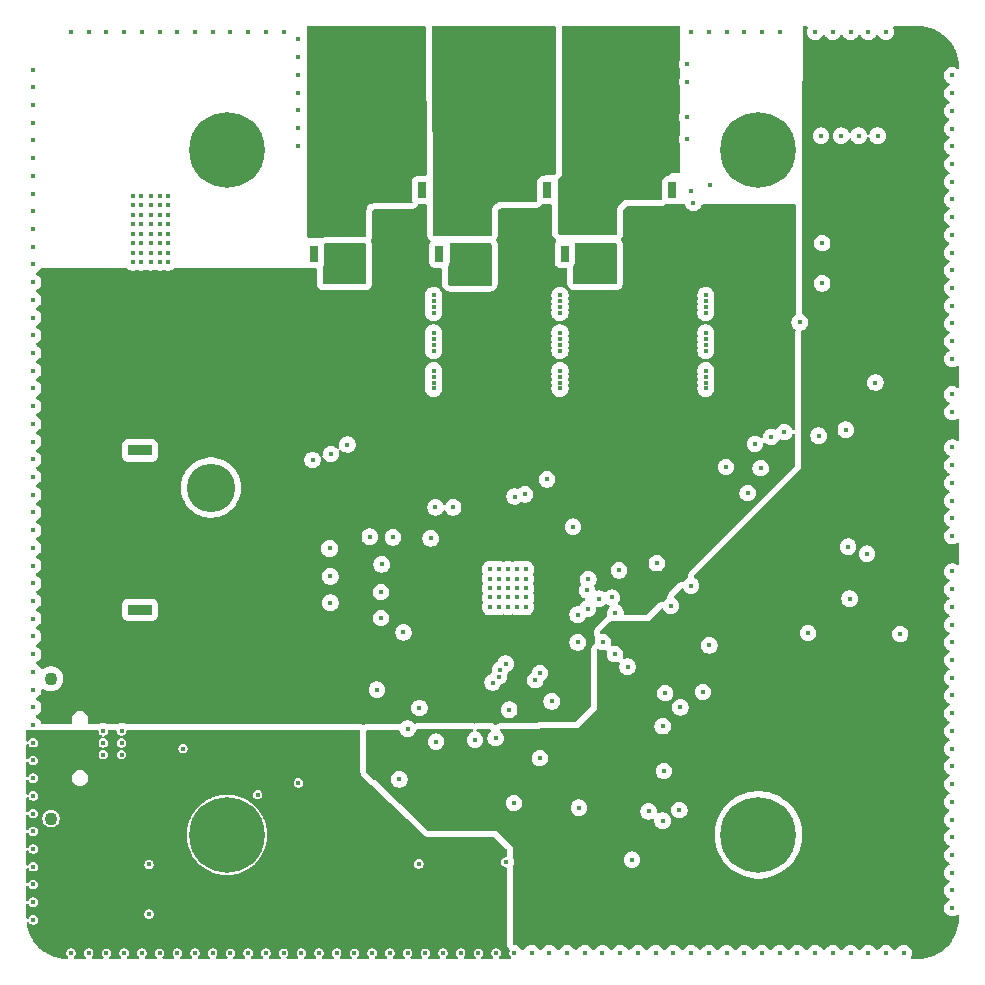
<source format=gbr>
%TF.GenerationSoftware,KiCad,Pcbnew,9.0.6-9.0.6~ubuntu24.04.1*%
%TF.CreationDate,2025-11-20T19:25:34+01:00*%
%TF.ProjectId,FOC_CONTROLLER_V2,464f435f-434f-44e5-9452-4f4c4c45525f,rev?*%
%TF.SameCoordinates,Original*%
%TF.FileFunction,Copper,L4,Bot*%
%TF.FilePolarity,Positive*%
%FSLAX46Y46*%
G04 Gerber Fmt 4.6, Leading zero omitted, Abs format (unit mm)*
G04 Created by KiCad (PCBNEW 9.0.6-9.0.6~ubuntu24.04.1) date 2025-11-20 19:25:34*
%MOMM*%
%LPD*%
G01*
G04 APERTURE LIST*
G04 Aperture macros list*
%AMRoundRect*
0 Rectangle with rounded corners*
0 $1 Rounding radius*
0 $2 $3 $4 $5 $6 $7 $8 $9 X,Y pos of 4 corners*
0 Add a 4 corners polygon primitive as box body*
4,1,4,$2,$3,$4,$5,$6,$7,$8,$9,$2,$3,0*
0 Add four circle primitives for the rounded corners*
1,1,$1+$1,$2,$3*
1,1,$1+$1,$4,$5*
1,1,$1+$1,$6,$7*
1,1,$1+$1,$8,$9*
0 Add four rect primitives between the rounded corners*
20,1,$1+$1,$2,$3,$4,$5,0*
20,1,$1+$1,$4,$5,$6,$7,0*
20,1,$1+$1,$6,$7,$8,$9,0*
20,1,$1+$1,$8,$9,$2,$3,0*%
G04 Aperture macros list end*
%TA.AperFunction,ComponentPad*%
%ADD10C,3.200000*%
%TD*%
%TA.AperFunction,ComponentPad*%
%ADD11C,0.800000*%
%TD*%
%TA.AperFunction,ComponentPad*%
%ADD12C,6.400000*%
%TD*%
%TA.AperFunction,ComponentPad*%
%ADD13C,1.090000*%
%TD*%
%TA.AperFunction,ComponentPad*%
%ADD14R,2.000000X0.900000*%
%TD*%
%TA.AperFunction,ComponentPad*%
%ADD15RoundRect,1.025000X1.025000X-1.025000X1.025000X1.025000X-1.025000X1.025000X-1.025000X-1.025000X0*%
%TD*%
%TA.AperFunction,ComponentPad*%
%ADD16C,4.100000*%
%TD*%
%TA.AperFunction,SMDPad,CuDef*%
%ADD17R,0.710000X1.372000*%
%TD*%
%TA.AperFunction,SMDPad,CuDef*%
%ADD18R,0.710000X0.590000*%
%TD*%
%TA.AperFunction,SMDPad,CuDef*%
%ADD19R,4.520000X3.850000*%
%TD*%
%TA.AperFunction,ViaPad*%
%ADD20C,0.450000*%
%TD*%
%TA.AperFunction,ViaPad*%
%ADD21C,0.400000*%
%TD*%
G04 APERTURE END LIST*
D10*
%TO.P,J2,1,Pin_1*%
%TO.N,/OUT1*%
X126505000Y-65035000D03*
X132375000Y-65035000D03*
X126505000Y-59165000D03*
X132375000Y-59165000D03*
%TD*%
D11*
%TO.P,H4,1,1*%
%TO.N,GND*%
X115100000Y-67000000D03*
X115802944Y-65302944D03*
X115802944Y-68697056D03*
X117500000Y-64600000D03*
D12*
X117500000Y-67000000D03*
D11*
X117500000Y-69400000D03*
X119197056Y-65302944D03*
X119197056Y-68697056D03*
X119900000Y-67000000D03*
%TD*%
D13*
%TO.P,J11,S1*%
%TO.N,N/C*%
X102607500Y-111775000D03*
%TO.P,J11,S2*%
X102607500Y-123625000D03*
%TD*%
D10*
%TO.P,V,1,Pin_1*%
%TO.N,/OUT2*%
X137065000Y-65035000D03*
X142935000Y-65035000D03*
X137065000Y-59165000D03*
X142935000Y-59165000D03*
%TD*%
D14*
%TO.P,DC IN,*%
%TO.N,*%
X110150000Y-105950000D03*
X110150000Y-92450000D03*
D15*
%TO.P,DC IN,1,Pin_1*%
%TO.N,+48V*%
X116150000Y-102800000D03*
D16*
%TO.P,DC IN,2,Pin_2*%
%TO.N,GND*%
X116150000Y-95600000D03*
%TD*%
D11*
%TO.P,RS485,1,1*%
%TO.N,GND*%
X115100000Y-125000000D03*
X115802944Y-123302944D03*
X115802944Y-126697056D03*
X117500000Y-122600000D03*
D12*
X117500000Y-125000000D03*
D11*
X117500000Y-127400000D03*
X119197056Y-123302944D03*
X119197056Y-126697056D03*
X119900000Y-125000000D03*
%TD*%
D10*
%TO.P,J4,1,Pin_1*%
%TO.N,/OUT3*%
X147655000Y-65035000D03*
X153525000Y-65035000D03*
X147655000Y-59165000D03*
X153525000Y-59165000D03*
%TD*%
D11*
%TO.P,H3,1,1*%
%TO.N,GND*%
X160100000Y-67000000D03*
X160802944Y-65302944D03*
X160802944Y-68697056D03*
X162500000Y-64600000D03*
D12*
X162500000Y-67000000D03*
D11*
X162500000Y-69400000D03*
X164197056Y-65302944D03*
X164197056Y-68697056D03*
X164900000Y-67000000D03*
%TD*%
%TO.P,H2,1,1*%
%TO.N,GND*%
X160100000Y-125000000D03*
X160802944Y-123302944D03*
X160802944Y-126697056D03*
X162500000Y-122600000D03*
D12*
X162500000Y-125000000D03*
D11*
X162500000Y-127400000D03*
X164197056Y-123302944D03*
X164197056Y-126697056D03*
X164900000Y-125000000D03*
%TD*%
D17*
%TO.P,Q4,1,S*%
%TO.N,Net-(Q4-S-Pad1)*%
X139305000Y-75807000D03*
%TO.P,Q4,2,S*%
X138035000Y-75807000D03*
%TO.P,Q4,3,S*%
X136765000Y-75807000D03*
%TO.P,Q4,4,G*%
%TO.N,Net-(Q4-G)*%
X135495000Y-75807000D03*
D18*
%TO.P,Q4,5,D*%
%TO.N,/OUT2*%
X139305000Y-69993000D03*
X138035000Y-69993000D03*
X136765000Y-69993000D03*
X135495000Y-69993000D03*
D19*
X137400000Y-72213000D03*
%TD*%
D17*
%TO.P,Q1,1,S*%
%TO.N,Net-(Q1-S-Pad1)*%
X128690000Y-75807000D03*
%TO.P,Q1,2,S*%
X127420000Y-75807000D03*
%TO.P,Q1,3,S*%
X126150000Y-75807000D03*
%TO.P,Q1,4,G*%
%TO.N,Net-(Q1-G)*%
X124880000Y-75807000D03*
D18*
%TO.P,Q1,5,D*%
%TO.N,/OUT1*%
X128690000Y-69993000D03*
X127420000Y-69993000D03*
X126150000Y-69993000D03*
X124880000Y-69993000D03*
D19*
X126785000Y-72213000D03*
%TD*%
D17*
%TO.P,Q3,1,S*%
%TO.N,/OUT1*%
X130180000Y-70393000D03*
%TO.P,Q3,2,S*%
X131450000Y-70393000D03*
%TO.P,Q3,3,S*%
X132720000Y-70393000D03*
%TO.P,Q3,4,G*%
%TO.N,Net-(Q3-G)*%
X133990000Y-70393000D03*
D18*
%TO.P,Q3,5,D*%
%TO.N,+48V*%
X130180000Y-76207000D03*
X131450000Y-76207000D03*
X132720000Y-76207000D03*
X133990000Y-76207000D03*
D19*
X132085000Y-73987000D03*
%TD*%
D17*
%TO.P,Q5,1,S*%
%TO.N,/OUT3*%
X151390000Y-70393000D03*
%TO.P,Q5,2,S*%
X152660000Y-70393000D03*
%TO.P,Q5,3,S*%
X153930000Y-70393000D03*
%TO.P,Q5,4,G*%
%TO.N,Net-(Q5-G)*%
X155200000Y-70393000D03*
D18*
%TO.P,Q5,5,D*%
%TO.N,+48V*%
X151390000Y-76207000D03*
X152660000Y-76207000D03*
X153930000Y-76207000D03*
X155200000Y-76207000D03*
D19*
X153295000Y-73987000D03*
%TD*%
D17*
%TO.P,Q6,1,S*%
%TO.N,Net-(Q6-S-Pad1)*%
X149905000Y-75807000D03*
%TO.P,Q6,2,S*%
X148635000Y-75807000D03*
%TO.P,Q6,3,S*%
X147365000Y-75807000D03*
%TO.P,Q6,4,G*%
%TO.N,Net-(Q6-G)*%
X146095000Y-75807000D03*
D18*
%TO.P,Q6,5,D*%
%TO.N,/OUT3*%
X149905000Y-69993000D03*
X148635000Y-69993000D03*
X147365000Y-69993000D03*
X146095000Y-69993000D03*
D19*
X148000000Y-72213000D03*
%TD*%
D17*
%TO.P,Q2,1,S*%
%TO.N,/OUT2*%
X140795000Y-70393000D03*
%TO.P,Q2,2,S*%
X142065000Y-70393000D03*
%TO.P,Q2,3,S*%
X143335000Y-70393000D03*
%TO.P,Q2,4,G*%
%TO.N,Net-(Q2-G)*%
X144605000Y-70393000D03*
D18*
%TO.P,Q2,5,D*%
%TO.N,+48V*%
X140795000Y-76207000D03*
X142065000Y-76207000D03*
X143335000Y-76207000D03*
X144605000Y-76207000D03*
D19*
X142700000Y-73987000D03*
%TD*%
D20*
%TO.N,/OUT1*%
X126250000Y-105350000D03*
D21*
%TO.N,GND*%
X178900000Y-72700000D03*
X170300000Y-57000000D03*
D20*
X135000000Y-80800001D03*
D21*
X114800000Y-135000000D03*
D20*
X139800002Y-104900000D03*
D21*
X178900000Y-108700000D03*
D20*
X140500001Y-102500000D03*
D21*
X167299999Y-135000000D03*
X149332664Y-108674696D03*
X178900000Y-74200000D03*
X141853554Y-96353554D03*
X122300000Y-135000000D03*
X101100000Y-63200000D03*
X140250000Y-116800000D03*
X104300000Y-57000000D03*
X161300000Y-135000000D03*
X135160000Y-97275000D03*
X110300000Y-135000000D03*
X107300000Y-57000000D03*
D20*
X158050000Y-82499999D03*
X111033885Y-74899999D03*
X109533886Y-75700000D03*
D21*
X132800000Y-116000000D03*
D20*
X140500001Y-105700001D03*
X145700000Y-79299999D03*
D21*
X120800000Y-135000000D03*
X167600000Y-91200000D03*
X101100000Y-97700000D03*
D20*
X158050000Y-86700000D03*
X110233885Y-70900001D03*
D21*
X110300000Y-57000000D03*
D20*
X158050000Y-87200000D03*
X112533885Y-74900000D03*
D21*
X123550000Y-62149999D03*
X159800001Y-57000000D03*
X122300000Y-57000000D03*
D20*
X112533884Y-74100000D03*
X145700000Y-80799999D03*
D21*
X178900000Y-95200000D03*
X120800000Y-57000000D03*
D20*
X141300001Y-103300000D03*
D21*
X141100000Y-127300000D03*
X166000000Y-81600000D03*
D20*
X111033885Y-74100000D03*
D21*
X108800001Y-57000000D03*
X154600000Y-113000000D03*
X152300000Y-135000000D03*
X178900000Y-99700000D03*
X101100000Y-112700000D03*
X136660000Y-97275000D03*
X173300000Y-57000000D03*
X168800001Y-135000000D03*
X101100000Y-75200000D03*
D20*
X142800000Y-105700000D03*
D21*
X178900000Y-66700000D03*
D20*
X111833885Y-72500001D03*
D21*
X101100000Y-132200000D03*
X135200000Y-117100000D03*
X101100000Y-78200000D03*
X178900000Y-60700000D03*
D20*
X111033885Y-72500000D03*
D21*
X178900000Y-83200000D03*
X101100000Y-106700000D03*
D20*
X111033885Y-76500000D03*
X109533886Y-71700000D03*
X142800000Y-103300000D03*
X135000000Y-86700000D03*
D21*
X101100000Y-123200000D03*
D20*
X145700000Y-85699998D03*
D21*
X123550000Y-59150002D03*
X167900000Y-78300000D03*
X178900000Y-119200000D03*
X130200000Y-112700000D03*
X111800000Y-57000000D03*
X156450000Y-64250001D03*
D20*
X158050000Y-79299999D03*
D21*
X123550000Y-66650000D03*
X168800001Y-57000000D03*
X120100000Y-121600000D03*
X101100000Y-100700000D03*
D20*
X135000000Y-87200000D03*
X111833884Y-70900001D03*
X141300001Y-104099999D03*
D21*
X178900000Y-68200000D03*
X146800000Y-98900000D03*
X101100000Y-60200000D03*
X178900000Y-120700000D03*
X157800000Y-112900000D03*
X129800000Y-135000000D03*
D20*
X145700000Y-80300000D03*
D21*
X101100000Y-127700000D03*
X158299999Y-57000000D03*
X101100000Y-73700000D03*
X135800001Y-135000000D03*
X161600000Y-96050000D03*
X101100000Y-102200000D03*
X178900000Y-105700000D03*
D20*
X135000000Y-84000000D03*
D21*
X171800000Y-135000000D03*
X158299999Y-135000000D03*
X141800000Y-135000000D03*
X107300000Y-135000000D03*
X153900000Y-102000000D03*
X178900000Y-107200000D03*
X101100000Y-130700000D03*
X178900000Y-71200000D03*
D20*
X139800002Y-103300000D03*
D21*
X174800000Y-135000000D03*
X144000000Y-118500000D03*
X164700000Y-90900000D03*
X156450000Y-59750000D03*
X178900000Y-96700000D03*
D20*
X110233885Y-73300000D03*
D21*
X134299999Y-135000000D03*
X101100000Y-87200000D03*
X101100000Y-93200000D03*
X178900000Y-126700000D03*
X126800001Y-135000000D03*
X131300000Y-135000000D03*
D20*
X139800000Y-104100000D03*
D21*
X167300000Y-57000000D03*
X155900000Y-114200000D03*
X150800001Y-135000000D03*
X101100000Y-90200000D03*
X119300000Y-57000000D03*
X144603554Y-94903554D03*
X134750000Y-99900000D03*
X116299999Y-57000000D03*
X147800000Y-135000000D03*
X131550000Y-99800000D03*
D20*
X142100000Y-105700001D03*
D21*
X172400000Y-86700000D03*
X101100000Y-114200000D03*
D20*
X111033885Y-71700000D03*
D21*
X178900000Y-122200000D03*
D20*
X158050000Y-80799999D03*
D21*
X101100000Y-129200000D03*
D20*
X112533885Y-75700001D03*
D21*
X101100000Y-118700000D03*
X101100000Y-121700000D03*
X178900000Y-102700000D03*
D20*
X111033885Y-70900000D03*
X142100000Y-103300000D03*
D21*
X101100000Y-117200000D03*
X144800001Y-135000000D03*
X101100000Y-82700000D03*
D20*
X111833885Y-73300000D03*
D21*
X178900000Y-128200000D03*
X123550000Y-65149997D03*
D20*
X135000000Y-83500000D03*
D21*
X105800000Y-135000000D03*
D20*
X140500001Y-104900000D03*
D21*
X146300000Y-135000000D03*
X107032500Y-116200000D03*
D20*
X110233885Y-71700000D03*
D21*
X178900000Y-69700000D03*
X105800000Y-57000000D03*
X101100000Y-61700000D03*
D20*
X110233885Y-76500001D03*
X140500001Y-104100000D03*
D21*
X145000000Y-113700000D03*
X143299999Y-135000000D03*
X178900000Y-84700000D03*
X178900000Y-89200000D03*
X174500000Y-108000000D03*
D20*
X111833885Y-75700000D03*
D21*
X123550000Y-60650002D03*
X101100000Y-72200000D03*
D20*
X109533886Y-70900001D03*
X111033885Y-73300001D03*
X112533885Y-73300000D03*
D21*
X133800000Y-114250000D03*
X156450000Y-61250000D03*
X167900000Y-74900000D03*
D20*
X145700000Y-82999999D03*
D21*
X101100000Y-79700000D03*
X178900000Y-87700000D03*
X108800001Y-135000000D03*
X178900000Y-129700000D03*
X101100000Y-96200000D03*
X132450000Y-107850000D03*
X123800000Y-135000000D03*
D20*
X111833885Y-71700000D03*
D21*
X166700000Y-107900000D03*
X155300000Y-135000000D03*
X113775000Y-117700000D03*
D20*
X145700000Y-87200000D03*
X158050000Y-80300000D03*
X135000000Y-82999999D03*
D21*
X140300000Y-135000000D03*
D20*
X141300001Y-104900002D03*
D21*
X101100000Y-70700000D03*
X113300000Y-57000000D03*
X162700000Y-93950000D03*
D20*
X111833884Y-76500001D03*
X109533884Y-74900000D03*
D21*
X101100000Y-66200000D03*
X162800000Y-57000000D03*
X178900000Y-65200000D03*
X150100000Y-104900000D03*
X117800001Y-57000000D03*
X170225000Y-105000000D03*
X151419723Y-110765739D03*
D20*
X145700000Y-79799999D03*
X135000000Y-79299999D03*
X112533884Y-76500000D03*
D21*
X132800000Y-135000000D03*
X101100000Y-84200000D03*
X101100000Y-88700000D03*
X132100000Y-120300000D03*
X101100000Y-108200000D03*
D20*
X109533886Y-74100000D03*
X110233885Y-74900000D03*
D21*
X123550000Y-63649999D03*
D20*
X135000000Y-80300000D03*
D21*
X178900000Y-113200000D03*
D20*
X145700000Y-83500000D03*
D21*
X151800000Y-127100000D03*
X137300000Y-135000000D03*
D20*
X145700000Y-82499999D03*
D21*
X113300000Y-135000000D03*
X178900000Y-116200000D03*
D20*
X135000000Y-86199999D03*
D21*
X101100000Y-64700000D03*
X170300000Y-135000000D03*
X178900000Y-81700000D03*
X101100000Y-69200000D03*
X178900000Y-93700000D03*
X147200000Y-108700000D03*
X178900000Y-78700000D03*
D20*
X110233885Y-74100000D03*
D21*
X101100000Y-91700000D03*
X101100000Y-126200000D03*
D20*
X141300001Y-102500001D03*
D21*
X178900000Y-111700000D03*
X178900000Y-92200000D03*
D20*
X145700000Y-86199999D03*
D21*
X150351992Y-109698008D03*
X147300000Y-122700000D03*
X141800000Y-122300000D03*
D20*
X142100001Y-102500000D03*
D21*
X123550000Y-120600000D03*
X101100000Y-81200000D03*
X178900000Y-125200000D03*
D20*
X112533885Y-71700001D03*
D21*
X111800000Y-135000000D03*
X158350000Y-108950000D03*
X119300000Y-135000000D03*
X101100000Y-124700000D03*
D20*
X141300001Y-105700000D03*
D21*
X101100000Y-85700000D03*
D20*
X112533884Y-70900000D03*
X142800001Y-104900001D03*
D21*
X155100000Y-105600000D03*
D20*
X111833885Y-74900000D03*
D21*
X116299999Y-135000000D03*
X178900000Y-123700000D03*
X123550000Y-57650002D03*
X156450000Y-66100001D03*
X101100000Y-105200000D03*
X117800001Y-135000000D03*
X146300000Y-135000000D03*
X101100000Y-115700000D03*
D20*
X109533884Y-73300000D03*
D21*
X178900000Y-104200000D03*
X101100000Y-103700000D03*
D20*
X110233885Y-75700000D03*
D21*
X158400000Y-70000000D03*
X125299999Y-135000000D03*
D20*
X142800001Y-102500000D03*
X112533884Y-72500000D03*
D21*
X129600000Y-99750000D03*
X101100000Y-99200000D03*
X154400000Y-115800000D03*
D20*
X135000000Y-82500000D03*
D21*
X164300000Y-57000000D03*
X101100000Y-111200000D03*
X153800000Y-135000000D03*
D20*
X135000000Y-79799999D03*
X135000000Y-85700000D03*
D21*
X162800000Y-135000000D03*
D20*
X110233885Y-72500001D03*
D21*
X178900000Y-117700000D03*
X161300000Y-57000000D03*
X101100000Y-109700000D03*
D20*
X140500001Y-103300000D03*
X109533886Y-72500001D03*
D21*
X178900000Y-63700000D03*
X178900000Y-131200000D03*
X156800000Y-135000000D03*
X165800000Y-135000000D03*
D20*
X158050000Y-79799999D03*
D21*
X178900000Y-114700000D03*
D20*
X111033885Y-75700002D03*
D21*
X133750000Y-127450000D03*
X156800000Y-57000000D03*
X178900000Y-77200000D03*
D20*
X142100001Y-104100000D03*
D21*
X178900000Y-62200000D03*
D20*
X158050000Y-86199999D03*
X142800001Y-104100000D03*
D21*
X101100000Y-94700000D03*
D20*
X109533886Y-76500001D03*
X145700000Y-83999999D03*
D21*
X150700000Y-102600000D03*
X178900000Y-98200000D03*
X141400000Y-114400000D03*
D20*
X111833884Y-74100000D03*
D21*
X101100000Y-76700000D03*
X178900000Y-80200000D03*
X159750000Y-93850000D03*
D20*
X158050000Y-85699998D03*
D21*
X101100000Y-90200000D03*
X138500000Y-116950000D03*
X178900000Y-110200000D03*
D20*
X142100001Y-104900000D03*
D21*
X108582500Y-116200000D03*
X159800001Y-135000000D03*
X128300000Y-135000000D03*
X101100000Y-120200000D03*
D20*
X158050000Y-82999999D03*
X145700000Y-86700000D03*
D21*
X171800000Y-57000000D03*
X101100000Y-67700000D03*
X162200000Y-91900000D03*
X178900000Y-75700000D03*
X104300000Y-135000000D03*
D20*
X158050000Y-83999999D03*
D21*
X164300000Y-135000000D03*
X156800000Y-70500000D03*
D20*
X139800002Y-105700001D03*
D21*
X149300000Y-135000000D03*
X173300000Y-135000000D03*
X138800000Y-135000000D03*
X171700000Y-101200000D03*
X154400000Y-123800000D03*
X114800000Y-57000000D03*
X154500000Y-119600000D03*
D20*
X139800000Y-102500000D03*
X158050000Y-83500000D03*
%TO.N,/OUT2*%
X126250001Y-103100000D03*
D21*
%TO.N,+3.3V*%
X167750000Y-71550000D03*
X141400000Y-117100000D03*
X162600000Y-106190001D03*
X155600000Y-133500000D03*
X175725000Y-82000000D03*
X174300000Y-63700000D03*
X151800000Y-107500000D03*
X174150000Y-102400000D03*
X165950000Y-95750000D03*
X152515739Y-109669723D03*
X172400000Y-89125000D03*
X175725000Y-68000000D03*
X144060000Y-131960000D03*
X150428680Y-107578680D03*
X153400000Y-108950000D03*
X151448008Y-108601992D03*
X152650000Y-108200000D03*
X130700000Y-120500000D03*
X165200000Y-102400000D03*
%TO.N,+5V*%
X132400000Y-128200000D03*
X138200000Y-133500000D03*
X107032500Y-119200000D03*
X108582500Y-119200000D03*
X132400000Y-129400000D03*
%TO.N,/NTC*%
X157000000Y-71500000D03*
X142724266Y-96175734D03*
D20*
%TO.N,/OUT3*%
X126200000Y-100750000D03*
D21*
%TO.N,Net-(IC1-PC14)*%
X110900000Y-127500000D03*
X147200000Y-106350000D03*
%TO.N,Net-(IC1-PC15)*%
X110900000Y-131700000D03*
X148050000Y-105850000D03*
%TO.N,/VCP_RX*%
X155800000Y-122900000D03*
X148100000Y-103350000D03*
%TO.N,/NRST*%
X149000000Y-105000000D03*
X156800000Y-103900000D03*
%TO.N,/VCP_TX*%
X148000000Y-104300000D03*
X153200000Y-123000000D03*
%TO.N,Net-(IC1-PB4)*%
X141100000Y-110500000D03*
X169500000Y-65800000D03*
%TO.N,Net-(IC1-PB3)*%
X140645522Y-111017912D03*
X171000000Y-65800000D03*
%TO.N,Net-(IC1-PD2)*%
X172600000Y-65800000D03*
X140500000Y-111600000D03*
%TO.N,/User*%
X150400000Y-106200000D03*
X163575000Y-91300000D03*
%TO.N,Net-(IC1-PB5)*%
X140000000Y-112100000D03*
X167800000Y-65800000D03*
%TO.N,Net-(Q1-G)*%
X127700000Y-91950000D03*
X124900000Y-75800000D03*
%TO.N,Net-(Q2-G)*%
X130550000Y-104450000D03*
X144650000Y-70400000D03*
%TO.N,Net-(Q3-G)*%
X130550000Y-106650000D03*
X134000000Y-70400000D03*
%TO.N,Net-(Q4-G)*%
X135500000Y-75800000D03*
X126300000Y-92750000D03*
%TO.N,Net-(Q5-G)*%
X130600000Y-102100000D03*
X155200000Y-70393000D03*
%TO.N,Net-(Q6-G)*%
X146150000Y-75750000D03*
X124750000Y-93250000D03*
D20*
%TO.N,+48V*%
X142600000Y-86700000D03*
X154750000Y-86199999D03*
X111033885Y-86699999D03*
X154750000Y-84000000D03*
X142600000Y-79799999D03*
X154750000Y-80300000D03*
X112533885Y-87500001D03*
X111833885Y-85100000D03*
X112533884Y-85900000D03*
X154750000Y-79299999D03*
X109533884Y-85100000D03*
X142600000Y-83500000D03*
X142600000Y-80300000D03*
X112533885Y-86700000D03*
X131800000Y-80299999D03*
X131800000Y-79799998D03*
X111833885Y-83500000D03*
X112533885Y-85100000D03*
X131800000Y-79299998D03*
X154750000Y-82499998D03*
X111833885Y-87500000D03*
X111033885Y-85900000D03*
X131800000Y-84000000D03*
X142600000Y-86199999D03*
X131800000Y-83499999D03*
X131800000Y-82999998D03*
X112533885Y-83500001D03*
X110233885Y-89100000D03*
X109533886Y-85900000D03*
D21*
X155100000Y-99200000D03*
D20*
X111033885Y-87500002D03*
X131800000Y-85699999D03*
X154750000Y-87200000D03*
X109533886Y-83500000D03*
X154750000Y-85699998D03*
X110233885Y-86700000D03*
X154750000Y-80799999D03*
X111033885Y-89100000D03*
X109533886Y-84300001D03*
X111833885Y-89100000D03*
D21*
X143500000Y-107600000D03*
D20*
X110233885Y-87500000D03*
X142600000Y-87200000D03*
X111833885Y-84300001D03*
X109533886Y-88300001D03*
X111833884Y-88300001D03*
X111833885Y-86700000D03*
X131800000Y-86699999D03*
X109533886Y-87500000D03*
X154750000Y-86700000D03*
X110233885Y-88300001D03*
X142600000Y-82499998D03*
X154750000Y-83500000D03*
X142600000Y-80799999D03*
X111833884Y-85900000D03*
X110233885Y-85900000D03*
X111033885Y-84300000D03*
X112533885Y-89100001D03*
X142600000Y-84000000D03*
X110233885Y-85100000D03*
X112533884Y-84300000D03*
X111033885Y-88300000D03*
X109533886Y-89100000D03*
X110233885Y-83500000D03*
X142600000Y-82999999D03*
D21*
X112700000Y-109700000D03*
D20*
X131800000Y-82499998D03*
X111033885Y-85100001D03*
X110233885Y-84300001D03*
X131800000Y-87199999D03*
X142600000Y-79299999D03*
X109533884Y-86700000D03*
X154750000Y-79799999D03*
X112533884Y-88300000D03*
X131800000Y-86199998D03*
X142600000Y-85699998D03*
D21*
X142700000Y-113050001D03*
D20*
X111033885Y-83500000D03*
X154750000Y-82999999D03*
X131800000Y-80800000D03*
D21*
%TO.N,/L_SW_1*%
X169900000Y-90700000D03*
X144000000Y-111300000D03*
%TO.N,/L_SW_2*%
X143600000Y-111900000D03*
X170100000Y-100600000D03*
%TO.N,/B*%
X108582500Y-118200000D03*
X107032500Y-118200000D03*
%TO.N,/A*%
X107032500Y-117200000D03*
X108582500Y-117200000D03*
D20*
%TO.N,Net-(Q1-S-Pad1)*%
X125900000Y-78100000D03*
X125900000Y-77500000D03*
X126500000Y-78100000D03*
X126500000Y-77500000D03*
X128900000Y-78100000D03*
X127700000Y-77500000D03*
X127100000Y-76900000D03*
X126500000Y-76900000D03*
X128900000Y-77500000D03*
X125900000Y-76900000D03*
X127100000Y-78100000D03*
X128900000Y-76900000D03*
X127700000Y-78100000D03*
X127700000Y-76900000D03*
X128300000Y-76900000D03*
X128300000Y-78100000D03*
X128300000Y-77500000D03*
X127100000Y-77500000D03*
%TO.N,Net-(Q4-S-Pad1)*%
X138400000Y-78100000D03*
X138400000Y-76900000D03*
X136600000Y-78100000D03*
X139600000Y-76900000D03*
X137200000Y-77500000D03*
X137800000Y-77500000D03*
X139600000Y-77500000D03*
X139000000Y-78100000D03*
X136600000Y-77500000D03*
X139000000Y-77500000D03*
X137200000Y-76900000D03*
X139600000Y-78100000D03*
X138400000Y-77500000D03*
X136600000Y-76900000D03*
X137800000Y-76900000D03*
X139000000Y-76900000D03*
X137800000Y-78100000D03*
X137200000Y-78100000D03*
%TO.N,Net-(Q6-S-Pad1)*%
X150200000Y-77500000D03*
X148400000Y-77500000D03*
X148400000Y-78100000D03*
X149000000Y-78100000D03*
X147200000Y-76900000D03*
X149000000Y-76900000D03*
X147800000Y-77500000D03*
X149600000Y-77500000D03*
X149600000Y-78100000D03*
X147800000Y-76900000D03*
X147200000Y-77500000D03*
X149000000Y-77500000D03*
X149600000Y-76900000D03*
X148400000Y-76900000D03*
X150200000Y-76900000D03*
X147200000Y-78100000D03*
X147800000Y-78100000D03*
X150200000Y-78100000D03*
%TD*%
%TA.AperFunction,Conductor*%
%TO.N,/OUT1*%
G36*
X134274439Y-56520185D02*
G01*
X134320194Y-56572989D01*
X134329514Y-56623945D01*
X134331385Y-56623934D01*
X134407823Y-69081739D01*
X134388550Y-69148898D01*
X134336028Y-69194976D01*
X134283825Y-69206500D01*
X133587129Y-69206500D01*
X133587123Y-69206501D01*
X133527516Y-69212908D01*
X133392671Y-69263202D01*
X133392664Y-69263206D01*
X133277455Y-69349452D01*
X133277452Y-69349455D01*
X133191206Y-69464664D01*
X133191202Y-69464671D01*
X133140908Y-69599517D01*
X133134501Y-69659116D01*
X133134500Y-69659135D01*
X133134500Y-71126870D01*
X133134501Y-71126876D01*
X133140908Y-71186483D01*
X133191202Y-71321328D01*
X133191204Y-71321331D01*
X133200069Y-71333173D01*
X133224487Y-71398637D01*
X133209636Y-71466910D01*
X133160232Y-71516316D01*
X133100803Y-71531485D01*
X129899999Y-71531485D01*
X129878293Y-71540475D01*
X129844968Y-71558669D01*
X129818624Y-71561500D01*
X129777131Y-71561500D01*
X129777123Y-71561501D01*
X129717516Y-71567908D01*
X129582671Y-71618202D01*
X129582664Y-71618206D01*
X129467455Y-71704452D01*
X129467452Y-71704455D01*
X129381206Y-71819664D01*
X129381202Y-71819671D01*
X129330908Y-71954517D01*
X129324501Y-72014116D01*
X129324500Y-72014135D01*
X129324500Y-72055623D01*
X129308972Y-72108504D01*
X129309439Y-72108698D01*
X129307640Y-72113040D01*
X129304815Y-72122662D01*
X129302427Y-72125624D01*
X129300000Y-72131485D01*
X129300000Y-74273159D01*
X129280315Y-74340198D01*
X129227511Y-74385953D01*
X129158354Y-74395896D01*
X129155095Y-74395428D01*
X129148639Y-74394500D01*
X129148638Y-74394500D01*
X125854933Y-74394500D01*
X125854931Y-74394500D01*
X125854919Y-74394501D01*
X125721213Y-74412509D01*
X125721195Y-74412512D01*
X125689533Y-74421198D01*
X125668138Y-74427067D01*
X125635337Y-74431485D01*
X124424000Y-74431485D01*
X124356961Y-74411800D01*
X124311206Y-74358996D01*
X124300000Y-74307485D01*
X124300000Y-56624500D01*
X124319685Y-56557461D01*
X124372489Y-56511706D01*
X124424000Y-56500500D01*
X134207400Y-56500500D01*
X134274439Y-56520185D01*
G37*
%TD.AperFunction*%
%TD*%
%TA.AperFunction,Conductor*%
%TO.N,+5V*%
G36*
X101047273Y-116100500D02*
G01*
X101152727Y-116100500D01*
X101154593Y-116100000D01*
X106508000Y-116100000D01*
X106575039Y-116119685D01*
X106620794Y-116172489D01*
X106632000Y-116224000D01*
X106632000Y-116252727D01*
X106659293Y-116354587D01*
X106712020Y-116445913D01*
X106786587Y-116520480D01*
X106877913Y-116573207D01*
X106904106Y-116580225D01*
X106963767Y-116616590D01*
X106994296Y-116679437D01*
X106986001Y-116748812D01*
X106941516Y-116802690D01*
X106904107Y-116819774D01*
X106877917Y-116826792D01*
X106877913Y-116826793D01*
X106877910Y-116826794D01*
X106786585Y-116879521D01*
X106712021Y-116954085D01*
X106659294Y-117045410D01*
X106659293Y-117045413D01*
X106632000Y-117147273D01*
X106632000Y-117252727D01*
X106659293Y-117354587D01*
X106712020Y-117445913D01*
X106786587Y-117520480D01*
X106877913Y-117573207D01*
X106904106Y-117580225D01*
X106963767Y-117616590D01*
X106994296Y-117679437D01*
X106986001Y-117748812D01*
X106941516Y-117802690D01*
X106904107Y-117819774D01*
X106877917Y-117826792D01*
X106877913Y-117826793D01*
X106877910Y-117826794D01*
X106786585Y-117879521D01*
X106712021Y-117954085D01*
X106659294Y-118045410D01*
X106659293Y-118045413D01*
X106632000Y-118147273D01*
X106632000Y-118252727D01*
X106659293Y-118354587D01*
X106712020Y-118445913D01*
X106786587Y-118520480D01*
X106877913Y-118573207D01*
X106979773Y-118600500D01*
X106979775Y-118600500D01*
X107085225Y-118600500D01*
X107085227Y-118600500D01*
X107187087Y-118573207D01*
X107278413Y-118520480D01*
X107352980Y-118445913D01*
X107405707Y-118354587D01*
X107433000Y-118252727D01*
X107433000Y-118147273D01*
X107405707Y-118045413D01*
X107352980Y-117954087D01*
X107278413Y-117879520D01*
X107187087Y-117826793D01*
X107187085Y-117826792D01*
X107171479Y-117822611D01*
X107160893Y-117819774D01*
X107101233Y-117783411D01*
X107070703Y-117720564D01*
X107078997Y-117651188D01*
X107123482Y-117597310D01*
X107160892Y-117580225D01*
X107187087Y-117573207D01*
X107278413Y-117520480D01*
X107352980Y-117445913D01*
X107405707Y-117354587D01*
X107433000Y-117252727D01*
X107433000Y-117147273D01*
X107405707Y-117045413D01*
X107352980Y-116954087D01*
X107278413Y-116879520D01*
X107187087Y-116826793D01*
X107187085Y-116826792D01*
X107171479Y-116822611D01*
X107160893Y-116819774D01*
X107101233Y-116783411D01*
X107070703Y-116720564D01*
X107078997Y-116651188D01*
X107123482Y-116597310D01*
X107160892Y-116580225D01*
X107187087Y-116573207D01*
X107278413Y-116520480D01*
X107352980Y-116445913D01*
X107405707Y-116354587D01*
X107433000Y-116252727D01*
X107433000Y-116224000D01*
X107452685Y-116156961D01*
X107505489Y-116111206D01*
X107557000Y-116100000D01*
X108058000Y-116100000D01*
X108125039Y-116119685D01*
X108170794Y-116172489D01*
X108182000Y-116224000D01*
X108182000Y-116252727D01*
X108209293Y-116354587D01*
X108262020Y-116445913D01*
X108336587Y-116520480D01*
X108427913Y-116573207D01*
X108454106Y-116580225D01*
X108513767Y-116616590D01*
X108544296Y-116679437D01*
X108536001Y-116748812D01*
X108491516Y-116802690D01*
X108454107Y-116819774D01*
X108427917Y-116826792D01*
X108427913Y-116826793D01*
X108427910Y-116826794D01*
X108336585Y-116879521D01*
X108262021Y-116954085D01*
X108209294Y-117045410D01*
X108209293Y-117045413D01*
X108182000Y-117147273D01*
X108182000Y-117252727D01*
X108209293Y-117354587D01*
X108262020Y-117445913D01*
X108336587Y-117520480D01*
X108427913Y-117573207D01*
X108454106Y-117580225D01*
X108513767Y-117616590D01*
X108544296Y-117679437D01*
X108536001Y-117748812D01*
X108491516Y-117802690D01*
X108454107Y-117819774D01*
X108427917Y-117826792D01*
X108427913Y-117826793D01*
X108427910Y-117826794D01*
X108336585Y-117879521D01*
X108262021Y-117954085D01*
X108209294Y-118045410D01*
X108209293Y-118045413D01*
X108182000Y-118147273D01*
X108182000Y-118252727D01*
X108209293Y-118354587D01*
X108262020Y-118445913D01*
X108336587Y-118520480D01*
X108427913Y-118573207D01*
X108529773Y-118600500D01*
X108529775Y-118600500D01*
X108635225Y-118600500D01*
X108635227Y-118600500D01*
X108737087Y-118573207D01*
X108828413Y-118520480D01*
X108902980Y-118445913D01*
X108955707Y-118354587D01*
X108983000Y-118252727D01*
X108983000Y-118147273D01*
X108955707Y-118045413D01*
X108902980Y-117954087D01*
X108828413Y-117879520D01*
X108737087Y-117826793D01*
X108737085Y-117826792D01*
X108721479Y-117822611D01*
X108710893Y-117819774D01*
X108651233Y-117783411D01*
X108620703Y-117720564D01*
X108628997Y-117651188D01*
X108632229Y-117647273D01*
X113374500Y-117647273D01*
X113374500Y-117752727D01*
X113401793Y-117854587D01*
X113454520Y-117945913D01*
X113529087Y-118020480D01*
X113620413Y-118073207D01*
X113722273Y-118100500D01*
X113722275Y-118100500D01*
X113827725Y-118100500D01*
X113827727Y-118100500D01*
X113929587Y-118073207D01*
X114020913Y-118020480D01*
X114095480Y-117945913D01*
X114148207Y-117854587D01*
X114175500Y-117752727D01*
X114175500Y-117647273D01*
X114148207Y-117545413D01*
X114095480Y-117454087D01*
X114020913Y-117379520D01*
X113929587Y-117326793D01*
X113827727Y-117299500D01*
X113722273Y-117299500D01*
X113620413Y-117326793D01*
X113620410Y-117326794D01*
X113529085Y-117379521D01*
X113454521Y-117454085D01*
X113401794Y-117545410D01*
X113401793Y-117545413D01*
X113374500Y-117647273D01*
X108632229Y-117647273D01*
X108673482Y-117597310D01*
X108689707Y-117588030D01*
X108699941Y-117583159D01*
X108737087Y-117573207D01*
X108828413Y-117520480D01*
X108902980Y-117445913D01*
X108955707Y-117354587D01*
X108983000Y-117252727D01*
X108983000Y-117147273D01*
X108955707Y-117045413D01*
X108902980Y-116954087D01*
X108828413Y-116879520D01*
X108737087Y-116826793D01*
X108737085Y-116826792D01*
X108721479Y-116822611D01*
X108710893Y-116819774D01*
X108651233Y-116783411D01*
X108620703Y-116720564D01*
X108628997Y-116651188D01*
X108673482Y-116597310D01*
X108710892Y-116580225D01*
X108737087Y-116573207D01*
X108828413Y-116520480D01*
X108902980Y-116445913D01*
X108955707Y-116354587D01*
X108983000Y-116252727D01*
X108983000Y-116224000D01*
X109002685Y-116156961D01*
X109055489Y-116111206D01*
X109107000Y-116100000D01*
X128670500Y-116100000D01*
X128737539Y-116119685D01*
X128783294Y-116172489D01*
X128794500Y-116224000D01*
X128794500Y-117080795D01*
X128794500Y-118480795D01*
X128794500Y-119580795D01*
X128794500Y-119646509D01*
X128798237Y-119707863D01*
X128801890Y-119737738D01*
X128808362Y-119772806D01*
X128813043Y-119798171D01*
X128867230Y-119931464D01*
X128880453Y-119954087D01*
X128902484Y-119991781D01*
X128992024Y-120104403D01*
X128992026Y-120104405D01*
X128992027Y-120104406D01*
X129178999Y-120280795D01*
X129679506Y-120752972D01*
X129679512Y-120752976D01*
X130847220Y-121854587D01*
X131299000Y-122280795D01*
X131723000Y-122680795D01*
X131782251Y-122736692D01*
X132041000Y-122980795D01*
X132762553Y-123661505D01*
X134014981Y-124843041D01*
X134217285Y-125033894D01*
X134252757Y-125064384D01*
X134270809Y-125078502D01*
X134308924Y-125105567D01*
X134439801Y-125165338D01*
X134506840Y-125185023D01*
X134506844Y-125185024D01*
X134649260Y-125205500D01*
X140139254Y-125205500D01*
X140206293Y-125225185D01*
X140226935Y-125241819D01*
X141158181Y-126173065D01*
X141191666Y-126234388D01*
X141194500Y-126260746D01*
X141194500Y-126775500D01*
X141174815Y-126842539D01*
X141122011Y-126888294D01*
X141070500Y-126899500D01*
X141047273Y-126899500D01*
X140945413Y-126926793D01*
X140945410Y-126926794D01*
X140854085Y-126979521D01*
X140779521Y-127054085D01*
X140726794Y-127145410D01*
X140726793Y-127145413D01*
X140699500Y-127247273D01*
X140699500Y-127352727D01*
X140726793Y-127454587D01*
X140779520Y-127545913D01*
X140854087Y-127620480D01*
X140945413Y-127673207D01*
X141047273Y-127700500D01*
X141047275Y-127700500D01*
X141070500Y-127700500D01*
X141137539Y-127720185D01*
X141183294Y-127772989D01*
X141194500Y-127824500D01*
X141194500Y-134175500D01*
X141194501Y-134175509D01*
X141206052Y-134282950D01*
X141206054Y-134282962D01*
X141217260Y-134334472D01*
X141251383Y-134436997D01*
X141251386Y-134437003D01*
X141329171Y-134558037D01*
X141329179Y-134558048D01*
X141374923Y-134610841D01*
X141422391Y-134651973D01*
X141460165Y-134710752D01*
X141460164Y-134780622D01*
X141448575Y-134807683D01*
X141426795Y-134845408D01*
X141426793Y-134845413D01*
X141399500Y-134947273D01*
X141399500Y-135052727D01*
X141426793Y-135154587D01*
X141474737Y-135237629D01*
X141479521Y-135245914D01*
X141521426Y-135287819D01*
X141554911Y-135349142D01*
X141549927Y-135418834D01*
X141508055Y-135474767D01*
X141442591Y-135499184D01*
X141433745Y-135499500D01*
X140666255Y-135499500D01*
X140599216Y-135479815D01*
X140553461Y-135427011D01*
X140543517Y-135357853D01*
X140572542Y-135294297D01*
X140578574Y-135287819D01*
X140596540Y-135269853D01*
X140620480Y-135245913D01*
X140673207Y-135154587D01*
X140700500Y-135052727D01*
X140700500Y-134947273D01*
X140673207Y-134845413D01*
X140620480Y-134754087D01*
X140545913Y-134679520D01*
X140454587Y-134626793D01*
X140352727Y-134599500D01*
X140247273Y-134599500D01*
X140145413Y-134626793D01*
X140145410Y-134626794D01*
X140054085Y-134679521D01*
X139979521Y-134754085D01*
X139926794Y-134845410D01*
X139926793Y-134845413D01*
X139899500Y-134947273D01*
X139899500Y-135052727D01*
X139926793Y-135154587D01*
X139974737Y-135237629D01*
X139979521Y-135245914D01*
X140021426Y-135287819D01*
X140054911Y-135349142D01*
X140049927Y-135418834D01*
X140008055Y-135474767D01*
X139942591Y-135499184D01*
X139933745Y-135499500D01*
X139166255Y-135499500D01*
X139099216Y-135479815D01*
X139053461Y-135427011D01*
X139043517Y-135357853D01*
X139072542Y-135294297D01*
X139078574Y-135287819D01*
X139096540Y-135269853D01*
X139120480Y-135245913D01*
X139173207Y-135154587D01*
X139200500Y-135052727D01*
X139200500Y-134947273D01*
X139173207Y-134845413D01*
X139120480Y-134754087D01*
X139045913Y-134679520D01*
X138954587Y-134626793D01*
X138852727Y-134599500D01*
X138747273Y-134599500D01*
X138645413Y-134626793D01*
X138645410Y-134626794D01*
X138554085Y-134679521D01*
X138479521Y-134754085D01*
X138426794Y-134845410D01*
X138426793Y-134845413D01*
X138399500Y-134947273D01*
X138399500Y-135052727D01*
X138426793Y-135154587D01*
X138474737Y-135237629D01*
X138479521Y-135245914D01*
X138521426Y-135287819D01*
X138554911Y-135349142D01*
X138549927Y-135418834D01*
X138508055Y-135474767D01*
X138442591Y-135499184D01*
X138433745Y-135499500D01*
X137666255Y-135499500D01*
X137599216Y-135479815D01*
X137553461Y-135427011D01*
X137543517Y-135357853D01*
X137572542Y-135294297D01*
X137578574Y-135287819D01*
X137596540Y-135269853D01*
X137620480Y-135245913D01*
X137673207Y-135154587D01*
X137700500Y-135052727D01*
X137700500Y-134947273D01*
X137673207Y-134845413D01*
X137620480Y-134754087D01*
X137545913Y-134679520D01*
X137454587Y-134626793D01*
X137352727Y-134599500D01*
X137247273Y-134599500D01*
X137145413Y-134626793D01*
X137145410Y-134626794D01*
X137054085Y-134679521D01*
X136979521Y-134754085D01*
X136926794Y-134845410D01*
X136926793Y-134845413D01*
X136899500Y-134947273D01*
X136899500Y-135052727D01*
X136926793Y-135154587D01*
X136974737Y-135237629D01*
X136979521Y-135245914D01*
X137021426Y-135287819D01*
X137054911Y-135349142D01*
X137049927Y-135418834D01*
X137008055Y-135474767D01*
X136942591Y-135499184D01*
X136933745Y-135499500D01*
X136166256Y-135499500D01*
X136099217Y-135479815D01*
X136053462Y-135427011D01*
X136043518Y-135357853D01*
X136072543Y-135294297D01*
X136078575Y-135287819D01*
X136096541Y-135269853D01*
X136120481Y-135245913D01*
X136173208Y-135154587D01*
X136200501Y-135052727D01*
X136200501Y-134947273D01*
X136173208Y-134845413D01*
X136120481Y-134754087D01*
X136045914Y-134679520D01*
X135954588Y-134626793D01*
X135852728Y-134599500D01*
X135747274Y-134599500D01*
X135645414Y-134626793D01*
X135645411Y-134626794D01*
X135554086Y-134679521D01*
X135479522Y-134754085D01*
X135426795Y-134845410D01*
X135426794Y-134845413D01*
X135399501Y-134947273D01*
X135399501Y-135052727D01*
X135426794Y-135154587D01*
X135474738Y-135237629D01*
X135479522Y-135245914D01*
X135521427Y-135287819D01*
X135554912Y-135349142D01*
X135549928Y-135418834D01*
X135508056Y-135474767D01*
X135442592Y-135499184D01*
X135433746Y-135499500D01*
X134666254Y-135499500D01*
X134599215Y-135479815D01*
X134553460Y-135427011D01*
X134543516Y-135357853D01*
X134572541Y-135294297D01*
X134578573Y-135287819D01*
X134596539Y-135269853D01*
X134620479Y-135245913D01*
X134673206Y-135154587D01*
X134700499Y-135052727D01*
X134700499Y-134947273D01*
X134673206Y-134845413D01*
X134620479Y-134754087D01*
X134545912Y-134679520D01*
X134454586Y-134626793D01*
X134352726Y-134599500D01*
X134247272Y-134599500D01*
X134145412Y-134626793D01*
X134145409Y-134626794D01*
X134054084Y-134679521D01*
X133979520Y-134754085D01*
X133926793Y-134845410D01*
X133926792Y-134845413D01*
X133899499Y-134947273D01*
X133899499Y-135052727D01*
X133926792Y-135154587D01*
X133974736Y-135237629D01*
X133979520Y-135245914D01*
X134021425Y-135287819D01*
X134054910Y-135349142D01*
X134049926Y-135418834D01*
X134008054Y-135474767D01*
X133942590Y-135499184D01*
X133933744Y-135499500D01*
X133166255Y-135499500D01*
X133099216Y-135479815D01*
X133053461Y-135427011D01*
X133043517Y-135357853D01*
X133072542Y-135294297D01*
X133078574Y-135287819D01*
X133096540Y-135269853D01*
X133120480Y-135245913D01*
X133173207Y-135154587D01*
X133200500Y-135052727D01*
X133200500Y-134947273D01*
X133173207Y-134845413D01*
X133120480Y-134754087D01*
X133045913Y-134679520D01*
X132954587Y-134626793D01*
X132852727Y-134599500D01*
X132747273Y-134599500D01*
X132645413Y-134626793D01*
X132645410Y-134626794D01*
X132554085Y-134679521D01*
X132479521Y-134754085D01*
X132426794Y-134845410D01*
X132426793Y-134845413D01*
X132399500Y-134947273D01*
X132399500Y-135052727D01*
X132426793Y-135154587D01*
X132474737Y-135237629D01*
X132479521Y-135245914D01*
X132521426Y-135287819D01*
X132554911Y-135349142D01*
X132549927Y-135418834D01*
X132508055Y-135474767D01*
X132442591Y-135499184D01*
X132433745Y-135499500D01*
X131666255Y-135499500D01*
X131599216Y-135479815D01*
X131553461Y-135427011D01*
X131543517Y-135357853D01*
X131572542Y-135294297D01*
X131578574Y-135287819D01*
X131596540Y-135269853D01*
X131620480Y-135245913D01*
X131673207Y-135154587D01*
X131700500Y-135052727D01*
X131700500Y-134947273D01*
X131673207Y-134845413D01*
X131620480Y-134754087D01*
X131545913Y-134679520D01*
X131454587Y-134626793D01*
X131352727Y-134599500D01*
X131247273Y-134599500D01*
X131145413Y-134626793D01*
X131145410Y-134626794D01*
X131054085Y-134679521D01*
X130979521Y-134754085D01*
X130926794Y-134845410D01*
X130926793Y-134845413D01*
X130899500Y-134947273D01*
X130899500Y-135052727D01*
X130926793Y-135154587D01*
X130974737Y-135237629D01*
X130979521Y-135245914D01*
X131021426Y-135287819D01*
X131054911Y-135349142D01*
X131049927Y-135418834D01*
X131008055Y-135474767D01*
X130942591Y-135499184D01*
X130933745Y-135499500D01*
X130166255Y-135499500D01*
X130099216Y-135479815D01*
X130053461Y-135427011D01*
X130043517Y-135357853D01*
X130072542Y-135294297D01*
X130078574Y-135287819D01*
X130096540Y-135269853D01*
X130120480Y-135245913D01*
X130173207Y-135154587D01*
X130200500Y-135052727D01*
X130200500Y-134947273D01*
X130173207Y-134845413D01*
X130120480Y-134754087D01*
X130045913Y-134679520D01*
X129954587Y-134626793D01*
X129852727Y-134599500D01*
X129747273Y-134599500D01*
X129645413Y-134626793D01*
X129645410Y-134626794D01*
X129554085Y-134679521D01*
X129479521Y-134754085D01*
X129426794Y-134845410D01*
X129426793Y-134845413D01*
X129399500Y-134947273D01*
X129399500Y-135052727D01*
X129426793Y-135154587D01*
X129474737Y-135237629D01*
X129479521Y-135245914D01*
X129521426Y-135287819D01*
X129554911Y-135349142D01*
X129549927Y-135418834D01*
X129508055Y-135474767D01*
X129442591Y-135499184D01*
X129433745Y-135499500D01*
X128666255Y-135499500D01*
X128599216Y-135479815D01*
X128553461Y-135427011D01*
X128543517Y-135357853D01*
X128572542Y-135294297D01*
X128578574Y-135287819D01*
X128596540Y-135269853D01*
X128620480Y-135245913D01*
X128673207Y-135154587D01*
X128700500Y-135052727D01*
X128700500Y-134947273D01*
X128673207Y-134845413D01*
X128620480Y-134754087D01*
X128545913Y-134679520D01*
X128454587Y-134626793D01*
X128352727Y-134599500D01*
X128247273Y-134599500D01*
X128145413Y-134626793D01*
X128145410Y-134626794D01*
X128054085Y-134679521D01*
X127979521Y-134754085D01*
X127926794Y-134845410D01*
X127926793Y-134845413D01*
X127899500Y-134947273D01*
X127899500Y-135052727D01*
X127926793Y-135154587D01*
X127974737Y-135237629D01*
X127979521Y-135245914D01*
X128021426Y-135287819D01*
X128054911Y-135349142D01*
X128049927Y-135418834D01*
X128008055Y-135474767D01*
X127942591Y-135499184D01*
X127933745Y-135499500D01*
X127166256Y-135499500D01*
X127099217Y-135479815D01*
X127053462Y-135427011D01*
X127043518Y-135357853D01*
X127072543Y-135294297D01*
X127078575Y-135287819D01*
X127096541Y-135269853D01*
X127120481Y-135245913D01*
X127173208Y-135154587D01*
X127200501Y-135052727D01*
X127200501Y-134947273D01*
X127173208Y-134845413D01*
X127120481Y-134754087D01*
X127045914Y-134679520D01*
X126954588Y-134626793D01*
X126852728Y-134599500D01*
X126747274Y-134599500D01*
X126645414Y-134626793D01*
X126645411Y-134626794D01*
X126554086Y-134679521D01*
X126479522Y-134754085D01*
X126426795Y-134845410D01*
X126426794Y-134845413D01*
X126399501Y-134947273D01*
X126399501Y-135052727D01*
X126426794Y-135154587D01*
X126474738Y-135237629D01*
X126479522Y-135245914D01*
X126521427Y-135287819D01*
X126554912Y-135349142D01*
X126549928Y-135418834D01*
X126508056Y-135474767D01*
X126442592Y-135499184D01*
X126433746Y-135499500D01*
X125666254Y-135499500D01*
X125599215Y-135479815D01*
X125553460Y-135427011D01*
X125543516Y-135357853D01*
X125572541Y-135294297D01*
X125578573Y-135287819D01*
X125596539Y-135269853D01*
X125620479Y-135245913D01*
X125673206Y-135154587D01*
X125700499Y-135052727D01*
X125700499Y-134947273D01*
X125673206Y-134845413D01*
X125620479Y-134754087D01*
X125545912Y-134679520D01*
X125454586Y-134626793D01*
X125352726Y-134599500D01*
X125247272Y-134599500D01*
X125145412Y-134626793D01*
X125145409Y-134626794D01*
X125054084Y-134679521D01*
X124979520Y-134754085D01*
X124926793Y-134845410D01*
X124926792Y-134845413D01*
X124899499Y-134947273D01*
X124899499Y-135052727D01*
X124926792Y-135154587D01*
X124974736Y-135237629D01*
X124979520Y-135245914D01*
X125021425Y-135287819D01*
X125054910Y-135349142D01*
X125049926Y-135418834D01*
X125008054Y-135474767D01*
X124942590Y-135499184D01*
X124933744Y-135499500D01*
X124166255Y-135499500D01*
X124099216Y-135479815D01*
X124053461Y-135427011D01*
X124043517Y-135357853D01*
X124072542Y-135294297D01*
X124078574Y-135287819D01*
X124096540Y-135269853D01*
X124120480Y-135245913D01*
X124173207Y-135154587D01*
X124200500Y-135052727D01*
X124200500Y-134947273D01*
X124173207Y-134845413D01*
X124120480Y-134754087D01*
X124045913Y-134679520D01*
X123954587Y-134626793D01*
X123852727Y-134599500D01*
X123747273Y-134599500D01*
X123645413Y-134626793D01*
X123645410Y-134626794D01*
X123554085Y-134679521D01*
X123479521Y-134754085D01*
X123426794Y-134845410D01*
X123426793Y-134845413D01*
X123399500Y-134947273D01*
X123399500Y-135052727D01*
X123426793Y-135154587D01*
X123474737Y-135237629D01*
X123479521Y-135245914D01*
X123521426Y-135287819D01*
X123554911Y-135349142D01*
X123549927Y-135418834D01*
X123508055Y-135474767D01*
X123442591Y-135499184D01*
X123433745Y-135499500D01*
X122666255Y-135499500D01*
X122599216Y-135479815D01*
X122553461Y-135427011D01*
X122543517Y-135357853D01*
X122572542Y-135294297D01*
X122578574Y-135287819D01*
X122596540Y-135269853D01*
X122620480Y-135245913D01*
X122673207Y-135154587D01*
X122700500Y-135052727D01*
X122700500Y-134947273D01*
X122673207Y-134845413D01*
X122620480Y-134754087D01*
X122545913Y-134679520D01*
X122454587Y-134626793D01*
X122352727Y-134599500D01*
X122247273Y-134599500D01*
X122145413Y-134626793D01*
X122145410Y-134626794D01*
X122054085Y-134679521D01*
X121979521Y-134754085D01*
X121926794Y-134845410D01*
X121926793Y-134845413D01*
X121899500Y-134947273D01*
X121899500Y-135052727D01*
X121926793Y-135154587D01*
X121974737Y-135237629D01*
X121979521Y-135245914D01*
X122021426Y-135287819D01*
X122054911Y-135349142D01*
X122049927Y-135418834D01*
X122008055Y-135474767D01*
X121942591Y-135499184D01*
X121933745Y-135499500D01*
X121166255Y-135499500D01*
X121099216Y-135479815D01*
X121053461Y-135427011D01*
X121043517Y-135357853D01*
X121072542Y-135294297D01*
X121078574Y-135287819D01*
X121096540Y-135269853D01*
X121120480Y-135245913D01*
X121173207Y-135154587D01*
X121200500Y-135052727D01*
X121200500Y-134947273D01*
X121173207Y-134845413D01*
X121120480Y-134754087D01*
X121045913Y-134679520D01*
X120954587Y-134626793D01*
X120852727Y-134599500D01*
X120747273Y-134599500D01*
X120645413Y-134626793D01*
X120645410Y-134626794D01*
X120554085Y-134679521D01*
X120479521Y-134754085D01*
X120426794Y-134845410D01*
X120426793Y-134845413D01*
X120399500Y-134947273D01*
X120399500Y-135052727D01*
X120426793Y-135154587D01*
X120474737Y-135237629D01*
X120479521Y-135245914D01*
X120521426Y-135287819D01*
X120554911Y-135349142D01*
X120549927Y-135418834D01*
X120508055Y-135474767D01*
X120442591Y-135499184D01*
X120433745Y-135499500D01*
X119666255Y-135499500D01*
X119599216Y-135479815D01*
X119553461Y-135427011D01*
X119543517Y-135357853D01*
X119572542Y-135294297D01*
X119578574Y-135287819D01*
X119596540Y-135269853D01*
X119620480Y-135245913D01*
X119673207Y-135154587D01*
X119700500Y-135052727D01*
X119700500Y-134947273D01*
X119673207Y-134845413D01*
X119620480Y-134754087D01*
X119545913Y-134679520D01*
X119454587Y-134626793D01*
X119352727Y-134599500D01*
X119247273Y-134599500D01*
X119145413Y-134626793D01*
X119145410Y-134626794D01*
X119054085Y-134679521D01*
X118979521Y-134754085D01*
X118926794Y-134845410D01*
X118926793Y-134845413D01*
X118899500Y-134947273D01*
X118899500Y-135052727D01*
X118926793Y-135154587D01*
X118974737Y-135237629D01*
X118979521Y-135245914D01*
X119021426Y-135287819D01*
X119054911Y-135349142D01*
X119049927Y-135418834D01*
X119008055Y-135474767D01*
X118942591Y-135499184D01*
X118933745Y-135499500D01*
X118166256Y-135499500D01*
X118099217Y-135479815D01*
X118053462Y-135427011D01*
X118043518Y-135357853D01*
X118072543Y-135294297D01*
X118078575Y-135287819D01*
X118096541Y-135269853D01*
X118120481Y-135245913D01*
X118173208Y-135154587D01*
X118200501Y-135052727D01*
X118200501Y-134947273D01*
X118173208Y-134845413D01*
X118120481Y-134754087D01*
X118045914Y-134679520D01*
X117954588Y-134626793D01*
X117852728Y-134599500D01*
X117747274Y-134599500D01*
X117645414Y-134626793D01*
X117645411Y-134626794D01*
X117554086Y-134679521D01*
X117479522Y-134754085D01*
X117426795Y-134845410D01*
X117426794Y-134845413D01*
X117399501Y-134947273D01*
X117399501Y-135052727D01*
X117426794Y-135154587D01*
X117474738Y-135237629D01*
X117479522Y-135245914D01*
X117521427Y-135287819D01*
X117554912Y-135349142D01*
X117549928Y-135418834D01*
X117508056Y-135474767D01*
X117442592Y-135499184D01*
X117433746Y-135499500D01*
X116666254Y-135499500D01*
X116599215Y-135479815D01*
X116553460Y-135427011D01*
X116543516Y-135357853D01*
X116572541Y-135294297D01*
X116578573Y-135287819D01*
X116596539Y-135269853D01*
X116620479Y-135245913D01*
X116673206Y-135154587D01*
X116700499Y-135052727D01*
X116700499Y-134947273D01*
X116673206Y-134845413D01*
X116620479Y-134754087D01*
X116545912Y-134679520D01*
X116454586Y-134626793D01*
X116352726Y-134599500D01*
X116247272Y-134599500D01*
X116145412Y-134626793D01*
X116145409Y-134626794D01*
X116054084Y-134679521D01*
X115979520Y-134754085D01*
X115926793Y-134845410D01*
X115926792Y-134845413D01*
X115899499Y-134947273D01*
X115899499Y-135052727D01*
X115926792Y-135154587D01*
X115974736Y-135237629D01*
X115979520Y-135245914D01*
X116021425Y-135287819D01*
X116054910Y-135349142D01*
X116049926Y-135418834D01*
X116008054Y-135474767D01*
X115942590Y-135499184D01*
X115933744Y-135499500D01*
X115166255Y-135499500D01*
X115099216Y-135479815D01*
X115053461Y-135427011D01*
X115043517Y-135357853D01*
X115072542Y-135294297D01*
X115078574Y-135287819D01*
X115096540Y-135269853D01*
X115120480Y-135245913D01*
X115173207Y-135154587D01*
X115200500Y-135052727D01*
X115200500Y-134947273D01*
X115173207Y-134845413D01*
X115120480Y-134754087D01*
X115045913Y-134679520D01*
X114954587Y-134626793D01*
X114852727Y-134599500D01*
X114747273Y-134599500D01*
X114645413Y-134626793D01*
X114645410Y-134626794D01*
X114554085Y-134679521D01*
X114479521Y-134754085D01*
X114426794Y-134845410D01*
X114426793Y-134845413D01*
X114399500Y-134947273D01*
X114399500Y-135052727D01*
X114426793Y-135154587D01*
X114474737Y-135237629D01*
X114479521Y-135245914D01*
X114521426Y-135287819D01*
X114554911Y-135349142D01*
X114549927Y-135418834D01*
X114508055Y-135474767D01*
X114442591Y-135499184D01*
X114433745Y-135499500D01*
X113666255Y-135499500D01*
X113599216Y-135479815D01*
X113553461Y-135427011D01*
X113543517Y-135357853D01*
X113572542Y-135294297D01*
X113578574Y-135287819D01*
X113596540Y-135269853D01*
X113620480Y-135245913D01*
X113673207Y-135154587D01*
X113700500Y-135052727D01*
X113700500Y-134947273D01*
X113673207Y-134845413D01*
X113620480Y-134754087D01*
X113545913Y-134679520D01*
X113454587Y-134626793D01*
X113352727Y-134599500D01*
X113247273Y-134599500D01*
X113145413Y-134626793D01*
X113145410Y-134626794D01*
X113054085Y-134679521D01*
X112979521Y-134754085D01*
X112926794Y-134845410D01*
X112926793Y-134845413D01*
X112899500Y-134947273D01*
X112899500Y-135052727D01*
X112926793Y-135154587D01*
X112974737Y-135237629D01*
X112979521Y-135245914D01*
X113021426Y-135287819D01*
X113054911Y-135349142D01*
X113049927Y-135418834D01*
X113008055Y-135474767D01*
X112942591Y-135499184D01*
X112933745Y-135499500D01*
X112166255Y-135499500D01*
X112099216Y-135479815D01*
X112053461Y-135427011D01*
X112043517Y-135357853D01*
X112072542Y-135294297D01*
X112078574Y-135287819D01*
X112096540Y-135269853D01*
X112120480Y-135245913D01*
X112173207Y-135154587D01*
X112200500Y-135052727D01*
X112200500Y-134947273D01*
X112173207Y-134845413D01*
X112120480Y-134754087D01*
X112045913Y-134679520D01*
X111954587Y-134626793D01*
X111852727Y-134599500D01*
X111747273Y-134599500D01*
X111645413Y-134626793D01*
X111645410Y-134626794D01*
X111554085Y-134679521D01*
X111479521Y-134754085D01*
X111426794Y-134845410D01*
X111426793Y-134845413D01*
X111399500Y-134947273D01*
X111399500Y-135052727D01*
X111426793Y-135154587D01*
X111474737Y-135237629D01*
X111479521Y-135245914D01*
X111521426Y-135287819D01*
X111554911Y-135349142D01*
X111549927Y-135418834D01*
X111508055Y-135474767D01*
X111442591Y-135499184D01*
X111433745Y-135499500D01*
X110666255Y-135499500D01*
X110599216Y-135479815D01*
X110553461Y-135427011D01*
X110543517Y-135357853D01*
X110572542Y-135294297D01*
X110578574Y-135287819D01*
X110596540Y-135269853D01*
X110620480Y-135245913D01*
X110673207Y-135154587D01*
X110700500Y-135052727D01*
X110700500Y-134947273D01*
X110673207Y-134845413D01*
X110620480Y-134754087D01*
X110545913Y-134679520D01*
X110454587Y-134626793D01*
X110352727Y-134599500D01*
X110247273Y-134599500D01*
X110145413Y-134626793D01*
X110145410Y-134626794D01*
X110054085Y-134679521D01*
X109979521Y-134754085D01*
X109926794Y-134845410D01*
X109926793Y-134845413D01*
X109899500Y-134947273D01*
X109899500Y-135052727D01*
X109926793Y-135154587D01*
X109974737Y-135237629D01*
X109979521Y-135245914D01*
X110021426Y-135287819D01*
X110054911Y-135349142D01*
X110049927Y-135418834D01*
X110008055Y-135474767D01*
X109942591Y-135499184D01*
X109933745Y-135499500D01*
X109166256Y-135499500D01*
X109099217Y-135479815D01*
X109053462Y-135427011D01*
X109043518Y-135357853D01*
X109072543Y-135294297D01*
X109078575Y-135287819D01*
X109096541Y-135269853D01*
X109120481Y-135245913D01*
X109173208Y-135154587D01*
X109200501Y-135052727D01*
X109200501Y-134947273D01*
X109173208Y-134845413D01*
X109120481Y-134754087D01*
X109045914Y-134679520D01*
X108954588Y-134626793D01*
X108852728Y-134599500D01*
X108747274Y-134599500D01*
X108645414Y-134626793D01*
X108645411Y-134626794D01*
X108554086Y-134679521D01*
X108479522Y-134754085D01*
X108426795Y-134845410D01*
X108426794Y-134845413D01*
X108399501Y-134947273D01*
X108399501Y-135052727D01*
X108426794Y-135154587D01*
X108474738Y-135237629D01*
X108479522Y-135245914D01*
X108521427Y-135287819D01*
X108554912Y-135349142D01*
X108549928Y-135418834D01*
X108508056Y-135474767D01*
X108442592Y-135499184D01*
X108433746Y-135499500D01*
X107666255Y-135499500D01*
X107599216Y-135479815D01*
X107553461Y-135427011D01*
X107543517Y-135357853D01*
X107572542Y-135294297D01*
X107578574Y-135287819D01*
X107596540Y-135269853D01*
X107620480Y-135245913D01*
X107673207Y-135154587D01*
X107700500Y-135052727D01*
X107700500Y-134947273D01*
X107673207Y-134845413D01*
X107620480Y-134754087D01*
X107545913Y-134679520D01*
X107454587Y-134626793D01*
X107352727Y-134599500D01*
X107247273Y-134599500D01*
X107145413Y-134626793D01*
X107145410Y-134626794D01*
X107054085Y-134679521D01*
X106979521Y-134754085D01*
X106926794Y-134845410D01*
X106926793Y-134845413D01*
X106899500Y-134947273D01*
X106899500Y-135052727D01*
X106926793Y-135154587D01*
X106974737Y-135237629D01*
X106979521Y-135245914D01*
X107021426Y-135287819D01*
X107054911Y-135349142D01*
X107049927Y-135418834D01*
X107008055Y-135474767D01*
X106942591Y-135499184D01*
X106933745Y-135499500D01*
X106166255Y-135499500D01*
X106099216Y-135479815D01*
X106053461Y-135427011D01*
X106043517Y-135357853D01*
X106072542Y-135294297D01*
X106078574Y-135287819D01*
X106096540Y-135269853D01*
X106120480Y-135245913D01*
X106173207Y-135154587D01*
X106200500Y-135052727D01*
X106200500Y-134947273D01*
X106173207Y-134845413D01*
X106120480Y-134754087D01*
X106045913Y-134679520D01*
X105954587Y-134626793D01*
X105852727Y-134599500D01*
X105747273Y-134599500D01*
X105645413Y-134626793D01*
X105645410Y-134626794D01*
X105554085Y-134679521D01*
X105479521Y-134754085D01*
X105426794Y-134845410D01*
X105426793Y-134845413D01*
X105399500Y-134947273D01*
X105399500Y-135052727D01*
X105426793Y-135154587D01*
X105474737Y-135237629D01*
X105479521Y-135245914D01*
X105521426Y-135287819D01*
X105554911Y-135349142D01*
X105549927Y-135418834D01*
X105508055Y-135474767D01*
X105442591Y-135499184D01*
X105433745Y-135499500D01*
X104666255Y-135499500D01*
X104599216Y-135479815D01*
X104553461Y-135427011D01*
X104543517Y-135357853D01*
X104572542Y-135294297D01*
X104578574Y-135287819D01*
X104596540Y-135269853D01*
X104620480Y-135245913D01*
X104673207Y-135154587D01*
X104700500Y-135052727D01*
X104700500Y-134947273D01*
X104673207Y-134845413D01*
X104620480Y-134754087D01*
X104545913Y-134679520D01*
X104454587Y-134626793D01*
X104352727Y-134599500D01*
X104247273Y-134599500D01*
X104145413Y-134626793D01*
X104145410Y-134626794D01*
X104054085Y-134679521D01*
X103979521Y-134754085D01*
X103926794Y-134845410D01*
X103926793Y-134845413D01*
X103899500Y-134947273D01*
X103899500Y-135052727D01*
X103926793Y-135154587D01*
X103974737Y-135237629D01*
X103979521Y-135245914D01*
X104017845Y-135284238D01*
X104051330Y-135345561D01*
X104046346Y-135415253D01*
X104004474Y-135471186D01*
X103939010Y-135495603D01*
X103924079Y-135495770D01*
X103663071Y-135482947D01*
X103650962Y-135481754D01*
X103323305Y-135433151D01*
X103311369Y-135430777D01*
X102990055Y-135350292D01*
X102978411Y-135346759D01*
X102666540Y-135235170D01*
X102655301Y-135230515D01*
X102355844Y-135088883D01*
X102345121Y-135083150D01*
X102102791Y-134937904D01*
X102061011Y-134912862D01*
X102050893Y-134906102D01*
X101784829Y-134708775D01*
X101775423Y-134701055D01*
X101693487Y-134626793D01*
X101529986Y-134478604D01*
X101521395Y-134470013D01*
X101298944Y-134224576D01*
X101291224Y-134215170D01*
X101093897Y-133949106D01*
X101087137Y-133938988D01*
X100916844Y-133654871D01*
X100911120Y-133644163D01*
X100769479Y-133344688D01*
X100764829Y-133333459D01*
X100714173Y-133191886D01*
X100653240Y-133021588D01*
X100649707Y-133009944D01*
X100599989Y-132811457D01*
X100569219Y-132688617D01*
X100566848Y-132676694D01*
X100542794Y-132514534D01*
X100552429Y-132445332D01*
X100597948Y-132392325D01*
X100664899Y-132372341D01*
X100732025Y-132391727D01*
X100772837Y-132434338D01*
X100779520Y-132445913D01*
X100854087Y-132520480D01*
X100945413Y-132573207D01*
X101047273Y-132600500D01*
X101047275Y-132600500D01*
X101152725Y-132600500D01*
X101152727Y-132600500D01*
X101254587Y-132573207D01*
X101345913Y-132520480D01*
X101420480Y-132445913D01*
X101473207Y-132354587D01*
X101500500Y-132252727D01*
X101500500Y-132147273D01*
X101473207Y-132045413D01*
X101420480Y-131954087D01*
X101345913Y-131879520D01*
X101254587Y-131826793D01*
X101152727Y-131799500D01*
X101047273Y-131799500D01*
X100945413Y-131826793D01*
X100945410Y-131826794D01*
X100854085Y-131879521D01*
X100779521Y-131954085D01*
X100731887Y-132036590D01*
X100681320Y-132084806D01*
X100612713Y-132098028D01*
X100547848Y-132072060D01*
X100507320Y-132015146D01*
X100500500Y-131974590D01*
X100500500Y-131647273D01*
X110499500Y-131647273D01*
X110499500Y-131752727D01*
X110526793Y-131854587D01*
X110579520Y-131945913D01*
X110654087Y-132020480D01*
X110745413Y-132073207D01*
X110847273Y-132100500D01*
X110847275Y-132100500D01*
X110952725Y-132100500D01*
X110952727Y-132100500D01*
X111054587Y-132073207D01*
X111145913Y-132020480D01*
X111220480Y-131945913D01*
X111273207Y-131854587D01*
X111300500Y-131752727D01*
X111300500Y-131647273D01*
X111273207Y-131545413D01*
X111220480Y-131454087D01*
X111145913Y-131379520D01*
X111054587Y-131326793D01*
X110952727Y-131299500D01*
X110847273Y-131299500D01*
X110745413Y-131326793D01*
X110745410Y-131326794D01*
X110654085Y-131379521D01*
X110579521Y-131454085D01*
X110526794Y-131545410D01*
X110526793Y-131545413D01*
X110499500Y-131647273D01*
X100500500Y-131647273D01*
X100500500Y-130925409D01*
X100520185Y-130858370D01*
X100572989Y-130812615D01*
X100642147Y-130802671D01*
X100705703Y-130831696D01*
X100731884Y-130863406D01*
X100779520Y-130945913D01*
X100854087Y-131020480D01*
X100945413Y-131073207D01*
X101047273Y-131100500D01*
X101047275Y-131100500D01*
X101152725Y-131100500D01*
X101152727Y-131100500D01*
X101254587Y-131073207D01*
X101345913Y-131020480D01*
X101420480Y-130945913D01*
X101473207Y-130854587D01*
X101500500Y-130752727D01*
X101500500Y-130647273D01*
X101473207Y-130545413D01*
X101420480Y-130454087D01*
X101345913Y-130379520D01*
X101254587Y-130326793D01*
X101152727Y-130299500D01*
X101047273Y-130299500D01*
X100945413Y-130326793D01*
X100945410Y-130326794D01*
X100854085Y-130379521D01*
X100779521Y-130454085D01*
X100731887Y-130536590D01*
X100681320Y-130584806D01*
X100612713Y-130598028D01*
X100547848Y-130572060D01*
X100507320Y-130515146D01*
X100500500Y-130474590D01*
X100500500Y-129425409D01*
X100520185Y-129358370D01*
X100572989Y-129312615D01*
X100642147Y-129302671D01*
X100705703Y-129331696D01*
X100731884Y-129363406D01*
X100779520Y-129445913D01*
X100854087Y-129520480D01*
X100945413Y-129573207D01*
X101047273Y-129600500D01*
X101047275Y-129600500D01*
X101152725Y-129600500D01*
X101152727Y-129600500D01*
X101254587Y-129573207D01*
X101345913Y-129520480D01*
X101420480Y-129445913D01*
X101473207Y-129354587D01*
X101500500Y-129252727D01*
X101500500Y-129147273D01*
X101473207Y-129045413D01*
X101420480Y-128954087D01*
X101345913Y-128879520D01*
X101254587Y-128826793D01*
X101152727Y-128799500D01*
X101047273Y-128799500D01*
X100945413Y-128826793D01*
X100945410Y-128826794D01*
X100854085Y-128879521D01*
X100779521Y-128954085D01*
X100731887Y-129036590D01*
X100681320Y-129084806D01*
X100612713Y-129098028D01*
X100547848Y-129072060D01*
X100507320Y-129015146D01*
X100500500Y-128974590D01*
X100500500Y-127925409D01*
X100520185Y-127858370D01*
X100572989Y-127812615D01*
X100642147Y-127802671D01*
X100705703Y-127831696D01*
X100731884Y-127863406D01*
X100779520Y-127945913D01*
X100854087Y-128020480D01*
X100945413Y-128073207D01*
X101047273Y-128100500D01*
X101047275Y-128100500D01*
X101152725Y-128100500D01*
X101152727Y-128100500D01*
X101254587Y-128073207D01*
X101345913Y-128020480D01*
X101420480Y-127945913D01*
X101473207Y-127854587D01*
X101500500Y-127752727D01*
X101500500Y-127647273D01*
X101473207Y-127545413D01*
X101420480Y-127454087D01*
X101413666Y-127447273D01*
X110499500Y-127447273D01*
X110499500Y-127552727D01*
X110526793Y-127654587D01*
X110579520Y-127745913D01*
X110654087Y-127820480D01*
X110745413Y-127873207D01*
X110847273Y-127900500D01*
X110847275Y-127900500D01*
X110952725Y-127900500D01*
X110952727Y-127900500D01*
X111054587Y-127873207D01*
X111145913Y-127820480D01*
X111220480Y-127745913D01*
X111273207Y-127654587D01*
X111300500Y-127552727D01*
X111300500Y-127447273D01*
X111273207Y-127345413D01*
X111220480Y-127254087D01*
X111145913Y-127179520D01*
X111059312Y-127129521D01*
X111054589Y-127126794D01*
X111054588Y-127126793D01*
X111054587Y-127126793D01*
X110952727Y-127099500D01*
X110847273Y-127099500D01*
X110745413Y-127126793D01*
X110745410Y-127126794D01*
X110654085Y-127179521D01*
X110579521Y-127254085D01*
X110526794Y-127345410D01*
X110526793Y-127345413D01*
X110499500Y-127447273D01*
X101413666Y-127447273D01*
X101345913Y-127379520D01*
X101254587Y-127326793D01*
X101152727Y-127299500D01*
X101047273Y-127299500D01*
X100945413Y-127326793D01*
X100945410Y-127326794D01*
X100854085Y-127379521D01*
X100779521Y-127454085D01*
X100731887Y-127536590D01*
X100681320Y-127584806D01*
X100612713Y-127598028D01*
X100547848Y-127572060D01*
X100507320Y-127515146D01*
X100500500Y-127474590D01*
X100500500Y-126425409D01*
X100520185Y-126358370D01*
X100572989Y-126312615D01*
X100642147Y-126302671D01*
X100705703Y-126331696D01*
X100731884Y-126363406D01*
X100779520Y-126445913D01*
X100854087Y-126520480D01*
X100945413Y-126573207D01*
X101047273Y-126600500D01*
X101047275Y-126600500D01*
X101152725Y-126600500D01*
X101152727Y-126600500D01*
X101254587Y-126573207D01*
X101345913Y-126520480D01*
X101420480Y-126445913D01*
X101473207Y-126354587D01*
X101500500Y-126252727D01*
X101500500Y-126147273D01*
X101473207Y-126045413D01*
X101420480Y-125954087D01*
X101345913Y-125879520D01*
X101279059Y-125840922D01*
X101254589Y-125826794D01*
X101254588Y-125826793D01*
X101254587Y-125826793D01*
X101152727Y-125799500D01*
X101047273Y-125799500D01*
X100945413Y-125826793D01*
X100945410Y-125826794D01*
X100854085Y-125879521D01*
X100779521Y-125954085D01*
X100731887Y-126036590D01*
X100681320Y-126084806D01*
X100612713Y-126098028D01*
X100547848Y-126072060D01*
X100507320Y-126015146D01*
X100500500Y-125974590D01*
X100500500Y-124925409D01*
X100520185Y-124858370D01*
X100572989Y-124812615D01*
X100642147Y-124802671D01*
X100705703Y-124831696D01*
X100731884Y-124863406D01*
X100779520Y-124945913D01*
X100854087Y-125020480D01*
X100945413Y-125073207D01*
X101047273Y-125100500D01*
X101047275Y-125100500D01*
X101152725Y-125100500D01*
X101152727Y-125100500D01*
X101254587Y-125073207D01*
X101345913Y-125020480D01*
X101420480Y-124945913D01*
X101473207Y-124854587D01*
X101479006Y-124832944D01*
X114099500Y-124832944D01*
X114099500Y-125167056D01*
X114104637Y-125219213D01*
X114132247Y-125499548D01*
X114132250Y-125499565D01*
X114197425Y-125827230D01*
X114197428Y-125827241D01*
X114294418Y-126146977D01*
X114422278Y-126455656D01*
X114422280Y-126455661D01*
X114579769Y-126750303D01*
X114579780Y-126750321D01*
X114765393Y-127028109D01*
X114765403Y-127028123D01*
X114977361Y-127286395D01*
X115213604Y-127522638D01*
X115213609Y-127522642D01*
X115213610Y-127522643D01*
X115471882Y-127734601D01*
X115749685Y-127920224D01*
X115749694Y-127920229D01*
X115749696Y-127920230D01*
X116044338Y-128077719D01*
X116044340Y-128077719D01*
X116044346Y-128077723D01*
X116353024Y-128205582D01*
X116672749Y-128302569D01*
X116672755Y-128302570D01*
X116672758Y-128302571D01*
X116672769Y-128302574D01*
X116878243Y-128343444D01*
X117000441Y-128367751D01*
X117332944Y-128400500D01*
X117332947Y-128400500D01*
X117667053Y-128400500D01*
X117667056Y-128400500D01*
X117999559Y-128367751D01*
X118161757Y-128335487D01*
X118327230Y-128302574D01*
X118327241Y-128302571D01*
X118327241Y-128302570D01*
X118327251Y-128302569D01*
X118646976Y-128205582D01*
X118955654Y-128077723D01*
X119250315Y-127920224D01*
X119528118Y-127734601D01*
X119786390Y-127522643D01*
X119881493Y-127427540D01*
X119911760Y-127397273D01*
X133349500Y-127397273D01*
X133349500Y-127502727D01*
X133376793Y-127604587D01*
X133429520Y-127695913D01*
X133504087Y-127770480D01*
X133595413Y-127823207D01*
X133697273Y-127850500D01*
X133697275Y-127850500D01*
X133802725Y-127850500D01*
X133802727Y-127850500D01*
X133904587Y-127823207D01*
X133995913Y-127770480D01*
X134070480Y-127695913D01*
X134123207Y-127604587D01*
X134150500Y-127502727D01*
X134150500Y-127397273D01*
X134123207Y-127295413D01*
X134070480Y-127204087D01*
X133995913Y-127129520D01*
X133904587Y-127076793D01*
X133802727Y-127049500D01*
X133697273Y-127049500D01*
X133595413Y-127076793D01*
X133595410Y-127076794D01*
X133504085Y-127129521D01*
X133429521Y-127204085D01*
X133376794Y-127295410D01*
X133376793Y-127295413D01*
X133349500Y-127397273D01*
X119911760Y-127397273D01*
X120007569Y-127301465D01*
X120022638Y-127286395D01*
X120022643Y-127286390D01*
X120234601Y-127028118D01*
X120420224Y-126750315D01*
X120577723Y-126455654D01*
X120705582Y-126146976D01*
X120802569Y-125827251D01*
X120802571Y-125827241D01*
X120802574Y-125827230D01*
X120849566Y-125590980D01*
X120867751Y-125499559D01*
X120900500Y-125167056D01*
X120900500Y-124832944D01*
X120867751Y-124500441D01*
X120836206Y-124341852D01*
X120802574Y-124172769D01*
X120802571Y-124172758D01*
X120802570Y-124172755D01*
X120802569Y-124172749D01*
X120705582Y-123853024D01*
X120577723Y-123544346D01*
X120568212Y-123526553D01*
X120420230Y-123249696D01*
X120420229Y-123249694D01*
X120420224Y-123249685D01*
X120234601Y-122971882D01*
X120022643Y-122713610D01*
X120022642Y-122713609D01*
X120022638Y-122713604D01*
X119786395Y-122477361D01*
X119528123Y-122265403D01*
X119528122Y-122265402D01*
X119528118Y-122265399D01*
X119292001Y-122107630D01*
X119250321Y-122079780D01*
X119250320Y-122079779D01*
X119250315Y-122079776D01*
X119250310Y-122079773D01*
X119250303Y-122079769D01*
X118955661Y-121922280D01*
X118955656Y-121922278D01*
X118951315Y-121920480D01*
X118813535Y-121863409D01*
X118646977Y-121794418D01*
X118327241Y-121697428D01*
X118327230Y-121697425D01*
X118142911Y-121660763D01*
X117999565Y-121632250D01*
X117999548Y-121632247D01*
X117748108Y-121607483D01*
X117667056Y-121599500D01*
X117332944Y-121599500D01*
X117257982Y-121606883D01*
X117000451Y-121632247D01*
X117000434Y-121632250D01*
X116672769Y-121697425D01*
X116672758Y-121697428D01*
X116353022Y-121794418D01*
X116044343Y-121922278D01*
X116044338Y-121922280D01*
X115749696Y-122079769D01*
X115749678Y-122079780D01*
X115471890Y-122265393D01*
X115471876Y-122265403D01*
X115213604Y-122477361D01*
X114977361Y-122713604D01*
X114765403Y-122971876D01*
X114765393Y-122971890D01*
X114579780Y-123249678D01*
X114579769Y-123249696D01*
X114422280Y-123544338D01*
X114422278Y-123544343D01*
X114294418Y-123853022D01*
X114197428Y-124172758D01*
X114197425Y-124172769D01*
X114132250Y-124500434D01*
X114132247Y-124500451D01*
X114117787Y-124647273D01*
X114099500Y-124832944D01*
X101479006Y-124832944D01*
X101500500Y-124752727D01*
X101500500Y-124647273D01*
X101473207Y-124545413D01*
X101420480Y-124454087D01*
X101345913Y-124379520D01*
X101254587Y-124326793D01*
X101152727Y-124299500D01*
X101047273Y-124299500D01*
X100945413Y-124326793D01*
X100945410Y-124326794D01*
X100854085Y-124379521D01*
X100779521Y-124454085D01*
X100731887Y-124536590D01*
X100681320Y-124584806D01*
X100612713Y-124598028D01*
X100547848Y-124572060D01*
X100507320Y-124515146D01*
X100500500Y-124474590D01*
X100500500Y-123425409D01*
X100520185Y-123358370D01*
X100572989Y-123312615D01*
X100642147Y-123302671D01*
X100705703Y-123331696D01*
X100731884Y-123363406D01*
X100779520Y-123445913D01*
X100854087Y-123520480D01*
X100945413Y-123573207D01*
X101047273Y-123600500D01*
X101047275Y-123600500D01*
X101152725Y-123600500D01*
X101152727Y-123600500D01*
X101254587Y-123573207D01*
X101292063Y-123551570D01*
X101862000Y-123551570D01*
X101862000Y-123698429D01*
X101890647Y-123842446D01*
X101890649Y-123842454D01*
X101946845Y-123978124D01*
X101946850Y-123978133D01*
X102028431Y-124100227D01*
X102028434Y-124100231D01*
X102132268Y-124204065D01*
X102132272Y-124204068D01*
X102254366Y-124285649D01*
X102254372Y-124285652D01*
X102254373Y-124285653D01*
X102390046Y-124341851D01*
X102534070Y-124370499D01*
X102534074Y-124370500D01*
X102534075Y-124370500D01*
X102680926Y-124370500D01*
X102680927Y-124370499D01*
X102824954Y-124341851D01*
X102960627Y-124285653D01*
X103082728Y-124204068D01*
X103186568Y-124100228D01*
X103268153Y-123978127D01*
X103324351Y-123842454D01*
X103353000Y-123698425D01*
X103353000Y-123551575D01*
X103324351Y-123407546D01*
X103268153Y-123271873D01*
X103268152Y-123271872D01*
X103268149Y-123271866D01*
X103186568Y-123149772D01*
X103186565Y-123149768D01*
X103082731Y-123045934D01*
X103082727Y-123045931D01*
X102960633Y-122964350D01*
X102960624Y-122964345D01*
X102824954Y-122908149D01*
X102824946Y-122908147D01*
X102680929Y-122879500D01*
X102680925Y-122879500D01*
X102534075Y-122879500D01*
X102534070Y-122879500D01*
X102390053Y-122908147D01*
X102390045Y-122908149D01*
X102254375Y-122964345D01*
X102254366Y-122964350D01*
X102132272Y-123045931D01*
X102132268Y-123045934D01*
X102028434Y-123149768D01*
X102028431Y-123149772D01*
X101946850Y-123271866D01*
X101946845Y-123271875D01*
X101890649Y-123407545D01*
X101890647Y-123407553D01*
X101862000Y-123551570D01*
X101292063Y-123551570D01*
X101345913Y-123520480D01*
X101420480Y-123445913D01*
X101473207Y-123354587D01*
X101500500Y-123252727D01*
X101500500Y-123147273D01*
X101473207Y-123045413D01*
X101420480Y-122954087D01*
X101345913Y-122879520D01*
X101254587Y-122826793D01*
X101152727Y-122799500D01*
X101047273Y-122799500D01*
X100945413Y-122826793D01*
X100945410Y-122826794D01*
X100854085Y-122879521D01*
X100779521Y-122954085D01*
X100731887Y-123036590D01*
X100681320Y-123084806D01*
X100612713Y-123098028D01*
X100547848Y-123072060D01*
X100507320Y-123015146D01*
X100500500Y-122974590D01*
X100500500Y-121925409D01*
X100520185Y-121858370D01*
X100572989Y-121812615D01*
X100642147Y-121802671D01*
X100705703Y-121831696D01*
X100731884Y-121863406D01*
X100779520Y-121945913D01*
X100854087Y-122020480D01*
X100945413Y-122073207D01*
X101047273Y-122100500D01*
X101047275Y-122100500D01*
X101152725Y-122100500D01*
X101152727Y-122100500D01*
X101254587Y-122073207D01*
X101345913Y-122020480D01*
X101420480Y-121945913D01*
X101473207Y-121854587D01*
X101500500Y-121752727D01*
X101500500Y-121647273D01*
X101473705Y-121547273D01*
X119699500Y-121547273D01*
X119699500Y-121652727D01*
X119726793Y-121754587D01*
X119779520Y-121845913D01*
X119854087Y-121920480D01*
X119945413Y-121973207D01*
X120047273Y-122000500D01*
X120047275Y-122000500D01*
X120152725Y-122000500D01*
X120152727Y-122000500D01*
X120254587Y-121973207D01*
X120345913Y-121920480D01*
X120420480Y-121845913D01*
X120473207Y-121754587D01*
X120500500Y-121652727D01*
X120500500Y-121547273D01*
X120473207Y-121445413D01*
X120420480Y-121354087D01*
X120345913Y-121279520D01*
X120254587Y-121226793D01*
X120152727Y-121199500D01*
X120047273Y-121199500D01*
X119945413Y-121226793D01*
X119945410Y-121226794D01*
X119854085Y-121279521D01*
X119779521Y-121354085D01*
X119726794Y-121445410D01*
X119726793Y-121445413D01*
X119699500Y-121547273D01*
X101473705Y-121547273D01*
X101473207Y-121545413D01*
X101420480Y-121454087D01*
X101345913Y-121379520D01*
X101254587Y-121326793D01*
X101152727Y-121299500D01*
X101047273Y-121299500D01*
X100945413Y-121326793D01*
X100945410Y-121326794D01*
X100854085Y-121379521D01*
X100779521Y-121454085D01*
X100731887Y-121536590D01*
X100681320Y-121584806D01*
X100612713Y-121598028D01*
X100547848Y-121572060D01*
X100507320Y-121515146D01*
X100500500Y-121474590D01*
X100500500Y-120425409D01*
X100520185Y-120358370D01*
X100572989Y-120312615D01*
X100642147Y-120302671D01*
X100705703Y-120331696D01*
X100731884Y-120363406D01*
X100779520Y-120445913D01*
X100854087Y-120520480D01*
X100945413Y-120573207D01*
X101047273Y-120600500D01*
X101047275Y-120600500D01*
X101152725Y-120600500D01*
X101152727Y-120600500D01*
X101254587Y-120573207D01*
X101345913Y-120520480D01*
X101420480Y-120445913D01*
X101473207Y-120354587D01*
X101496273Y-120268503D01*
X104361999Y-120268503D01*
X104388726Y-120402864D01*
X104388729Y-120402874D01*
X104441152Y-120529436D01*
X104441159Y-120529449D01*
X104517269Y-120643354D01*
X104517272Y-120643358D01*
X104614141Y-120740227D01*
X104614145Y-120740230D01*
X104728050Y-120816340D01*
X104728063Y-120816347D01*
X104854625Y-120868770D01*
X104854630Y-120868772D01*
X104854634Y-120868772D01*
X104854635Y-120868773D01*
X104988996Y-120895500D01*
X104988999Y-120895500D01*
X105126003Y-120895500D01*
X105216398Y-120877518D01*
X105260370Y-120868772D01*
X105386943Y-120816344D01*
X105500855Y-120740230D01*
X105597730Y-120643355D01*
X105661930Y-120547273D01*
X123149500Y-120547273D01*
X123149500Y-120652727D01*
X123176793Y-120754587D01*
X123229520Y-120845913D01*
X123304087Y-120920480D01*
X123395413Y-120973207D01*
X123497273Y-121000500D01*
X123497275Y-121000500D01*
X123602725Y-121000500D01*
X123602727Y-121000500D01*
X123704587Y-120973207D01*
X123795913Y-120920480D01*
X123870480Y-120845913D01*
X123923207Y-120754587D01*
X123950500Y-120652727D01*
X123950500Y-120547273D01*
X123923207Y-120445413D01*
X123870480Y-120354087D01*
X123795913Y-120279520D01*
X123704587Y-120226793D01*
X123602727Y-120199500D01*
X123497273Y-120199500D01*
X123395413Y-120226793D01*
X123395410Y-120226794D01*
X123304085Y-120279521D01*
X123229521Y-120354085D01*
X123176794Y-120445410D01*
X123176793Y-120445413D01*
X123149500Y-120547273D01*
X105661930Y-120547273D01*
X105673844Y-120529443D01*
X105682620Y-120508255D01*
X105689481Y-120491693D01*
X105689481Y-120491691D01*
X105726272Y-120402870D01*
X105750808Y-120279521D01*
X105753000Y-120268503D01*
X105753000Y-120131496D01*
X105726273Y-119997135D01*
X105726272Y-119997134D01*
X105726272Y-119997130D01*
X105708442Y-119954085D01*
X105673847Y-119870563D01*
X105673840Y-119870550D01*
X105597730Y-119756645D01*
X105597727Y-119756641D01*
X105500858Y-119659772D01*
X105500854Y-119659769D01*
X105386949Y-119583659D01*
X105386936Y-119583652D01*
X105260374Y-119531229D01*
X105260364Y-119531226D01*
X105126003Y-119504500D01*
X105126001Y-119504500D01*
X104988999Y-119504500D01*
X104988997Y-119504500D01*
X104854635Y-119531226D01*
X104854625Y-119531229D01*
X104728063Y-119583652D01*
X104728050Y-119583659D01*
X104614145Y-119659769D01*
X104614141Y-119659772D01*
X104517272Y-119756641D01*
X104517269Y-119756645D01*
X104441159Y-119870550D01*
X104441152Y-119870563D01*
X104388729Y-119997125D01*
X104388726Y-119997135D01*
X104362000Y-120131496D01*
X104362000Y-120131499D01*
X104362000Y-120268501D01*
X104362000Y-120268503D01*
X104361999Y-120268503D01*
X101496273Y-120268503D01*
X101500500Y-120252727D01*
X101500500Y-120147273D01*
X101473207Y-120045413D01*
X101420480Y-119954087D01*
X101345913Y-119879520D01*
X101254587Y-119826793D01*
X101152727Y-119799500D01*
X101047273Y-119799500D01*
X100945413Y-119826793D01*
X100945410Y-119826794D01*
X100854085Y-119879521D01*
X100779521Y-119954085D01*
X100731887Y-120036590D01*
X100681320Y-120084806D01*
X100612713Y-120098028D01*
X100547848Y-120072060D01*
X100507320Y-120015146D01*
X100500500Y-119974590D01*
X100500500Y-118925409D01*
X100520185Y-118858370D01*
X100572989Y-118812615D01*
X100642147Y-118802671D01*
X100705703Y-118831696D01*
X100731884Y-118863406D01*
X100779520Y-118945913D01*
X100854087Y-119020480D01*
X100945413Y-119073207D01*
X101047273Y-119100500D01*
X101047275Y-119100500D01*
X101152725Y-119100500D01*
X101152727Y-119100500D01*
X101254587Y-119073207D01*
X101345913Y-119020480D01*
X101420480Y-118945913D01*
X101473207Y-118854587D01*
X101500500Y-118752727D01*
X101500500Y-118647273D01*
X101473207Y-118545413D01*
X101420480Y-118454087D01*
X101345913Y-118379520D01*
X101254587Y-118326793D01*
X101152727Y-118299500D01*
X101047273Y-118299500D01*
X100945413Y-118326793D01*
X100945410Y-118326794D01*
X100854085Y-118379521D01*
X100779521Y-118454085D01*
X100731887Y-118536590D01*
X100681320Y-118584806D01*
X100612713Y-118598028D01*
X100547848Y-118572060D01*
X100507320Y-118515146D01*
X100500500Y-118474590D01*
X100500500Y-117425409D01*
X100520185Y-117358370D01*
X100572989Y-117312615D01*
X100642147Y-117302671D01*
X100705703Y-117331696D01*
X100731884Y-117363406D01*
X100779520Y-117445913D01*
X100854087Y-117520480D01*
X100945413Y-117573207D01*
X101047273Y-117600500D01*
X101047275Y-117600500D01*
X101152725Y-117600500D01*
X101152727Y-117600500D01*
X101254587Y-117573207D01*
X101345913Y-117520480D01*
X101420480Y-117445913D01*
X101473207Y-117354587D01*
X101500500Y-117252727D01*
X101500500Y-117147273D01*
X101473207Y-117045413D01*
X101420480Y-116954087D01*
X101345913Y-116879520D01*
X101254587Y-116826793D01*
X101152727Y-116799500D01*
X101047273Y-116799500D01*
X100945413Y-116826793D01*
X100945410Y-116826794D01*
X100854085Y-116879521D01*
X100779521Y-116954085D01*
X100731887Y-117036590D01*
X100681320Y-117084806D01*
X100612713Y-117098028D01*
X100547848Y-117072060D01*
X100507320Y-117015146D01*
X100500500Y-116974590D01*
X100500500Y-116224000D01*
X100520185Y-116156961D01*
X100572989Y-116111206D01*
X100624500Y-116100000D01*
X101045407Y-116100000D01*
X101047273Y-116100500D01*
G37*
%TD.AperFunction*%
%TD*%
%TA.AperFunction,Conductor*%
%TO.N,+48V*%
G36*
X155872227Y-71572226D02*
G01*
X155872227Y-71572227D01*
X155900000Y-71600000D01*
X156203904Y-71600000D01*
X156270943Y-71619685D01*
X156316698Y-71672489D01*
X156325522Y-71699813D01*
X156326419Y-71704324D01*
X156326421Y-71704332D01*
X156379221Y-71831804D01*
X156379228Y-71831817D01*
X156455885Y-71946541D01*
X156455888Y-71946545D01*
X156553454Y-72044111D01*
X156553458Y-72044114D01*
X156668182Y-72120771D01*
X156668195Y-72120778D01*
X156765646Y-72161143D01*
X156795672Y-72173580D01*
X156795676Y-72173580D01*
X156795677Y-72173581D01*
X156931004Y-72200500D01*
X156931007Y-72200500D01*
X157068995Y-72200500D01*
X157160041Y-72182389D01*
X157204328Y-72173580D01*
X157331811Y-72120775D01*
X157446542Y-72044114D01*
X157544114Y-71946542D01*
X157620775Y-71831811D01*
X157673580Y-71704328D01*
X157674478Y-71699812D01*
X157706861Y-71637901D01*
X157767575Y-71603325D01*
X157796096Y-71600000D01*
X165558427Y-71600000D01*
X165625466Y-71619685D01*
X165671221Y-71672489D01*
X165682425Y-71724488D01*
X165670676Y-74701031D01*
X165669966Y-74880796D01*
X165669626Y-74967000D01*
X165656545Y-78280795D01*
X165656205Y-78367000D01*
X165646524Y-80819426D01*
X165646585Y-80829553D01*
X165646663Y-80834398D01*
X165646919Y-80844365D01*
X165646921Y-80844376D01*
X165656492Y-80897429D01*
X165649022Y-80966898D01*
X165605181Y-81021301D01*
X165603354Y-81022545D01*
X165553460Y-81055883D01*
X165553454Y-81055888D01*
X165455888Y-81153454D01*
X165455885Y-81153458D01*
X165379228Y-81268182D01*
X165379221Y-81268195D01*
X165326421Y-81395667D01*
X165326418Y-81395677D01*
X165299500Y-81531004D01*
X165299500Y-81531007D01*
X165299500Y-81668993D01*
X165299500Y-81668995D01*
X165299499Y-81668995D01*
X165326418Y-81804322D01*
X165326421Y-81804332D01*
X165379221Y-81931804D01*
X165379228Y-81931817D01*
X165455885Y-82046541D01*
X165455888Y-82046545D01*
X165553454Y-82144111D01*
X165553458Y-82144114D01*
X165598791Y-82174405D01*
X165643596Y-82228017D01*
X165652567Y-82295637D01*
X165640371Y-82378152D01*
X165640370Y-82378162D01*
X165623387Y-86680795D01*
X165623047Y-86767000D01*
X165607766Y-90638149D01*
X165587817Y-90705111D01*
X165534833Y-90750657D01*
X165465636Y-90760327D01*
X165402195Y-90731052D01*
X165369206Y-90685112D01*
X165320778Y-90568195D01*
X165320771Y-90568182D01*
X165244114Y-90453458D01*
X165244111Y-90453454D01*
X165146545Y-90355888D01*
X165146541Y-90355885D01*
X165031817Y-90279228D01*
X165031804Y-90279221D01*
X164904332Y-90226421D01*
X164904322Y-90226418D01*
X164768995Y-90199500D01*
X164768993Y-90199500D01*
X164631007Y-90199500D01*
X164631005Y-90199500D01*
X164495677Y-90226418D01*
X164495667Y-90226421D01*
X164368195Y-90279221D01*
X164368182Y-90279228D01*
X164253458Y-90355885D01*
X164253454Y-90355888D01*
X164155888Y-90453454D01*
X164155885Y-90453458D01*
X164079228Y-90568182D01*
X164079223Y-90568192D01*
X164062171Y-90609360D01*
X164018330Y-90663763D01*
X163952035Y-90685828D01*
X163900158Y-90676468D01*
X163779332Y-90626421D01*
X163779322Y-90626418D01*
X163643995Y-90599500D01*
X163643993Y-90599500D01*
X163506007Y-90599500D01*
X163506005Y-90599500D01*
X163370677Y-90626418D01*
X163370667Y-90626421D01*
X163243195Y-90679221D01*
X163243182Y-90679228D01*
X163128458Y-90755885D01*
X163128454Y-90755888D01*
X163030888Y-90853454D01*
X163030885Y-90853458D01*
X162954228Y-90968182D01*
X162954221Y-90968195D01*
X162901421Y-91095667D01*
X162901418Y-91095677D01*
X162874500Y-91231004D01*
X162874500Y-91284481D01*
X162854815Y-91351520D01*
X162802011Y-91397275D01*
X162732853Y-91407219D01*
X162669297Y-91378194D01*
X162662819Y-91372162D01*
X162646545Y-91355888D01*
X162646541Y-91355885D01*
X162531817Y-91279228D01*
X162531804Y-91279221D01*
X162404332Y-91226421D01*
X162404322Y-91226418D01*
X162268995Y-91199500D01*
X162268993Y-91199500D01*
X162131007Y-91199500D01*
X162131005Y-91199500D01*
X161995677Y-91226418D01*
X161995667Y-91226421D01*
X161868195Y-91279221D01*
X161868182Y-91279228D01*
X161753458Y-91355885D01*
X161753454Y-91355888D01*
X161655888Y-91453454D01*
X161655885Y-91453458D01*
X161579228Y-91568182D01*
X161579221Y-91568195D01*
X161526421Y-91695667D01*
X161526418Y-91695677D01*
X161499500Y-91831004D01*
X161499500Y-91831007D01*
X161499500Y-91968993D01*
X161499500Y-91968995D01*
X161499499Y-91968995D01*
X161526418Y-92104322D01*
X161526421Y-92104332D01*
X161579221Y-92231804D01*
X161579228Y-92231817D01*
X161655885Y-92346541D01*
X161655888Y-92346545D01*
X161753454Y-92444111D01*
X161753458Y-92444114D01*
X161868182Y-92520771D01*
X161868195Y-92520778D01*
X161971701Y-92563651D01*
X161995672Y-92573580D01*
X161995676Y-92573580D01*
X161995677Y-92573581D01*
X162131004Y-92600500D01*
X162131007Y-92600500D01*
X162268995Y-92600500D01*
X162360041Y-92582389D01*
X162404328Y-92573580D01*
X162531811Y-92520775D01*
X162646542Y-92444114D01*
X162744114Y-92346542D01*
X162820775Y-92231811D01*
X162873580Y-92104328D01*
X162884486Y-92049500D01*
X162900500Y-91968995D01*
X162900500Y-91915519D01*
X162920185Y-91848480D01*
X162972989Y-91802725D01*
X163042147Y-91792781D01*
X163105703Y-91821806D01*
X163112181Y-91827838D01*
X163128454Y-91844111D01*
X163128458Y-91844114D01*
X163243182Y-91920771D01*
X163243195Y-91920778D01*
X163359598Y-91968993D01*
X163370672Y-91973580D01*
X163370676Y-91973580D01*
X163370677Y-91973581D01*
X163506004Y-92000500D01*
X163506007Y-92000500D01*
X163643995Y-92000500D01*
X163735041Y-91982389D01*
X163779328Y-91973580D01*
X163906811Y-91920775D01*
X164021542Y-91844114D01*
X164119114Y-91746542D01*
X164195775Y-91631811D01*
X164212828Y-91590640D01*
X164256667Y-91536237D01*
X164322960Y-91514171D01*
X164374841Y-91523531D01*
X164453722Y-91556204D01*
X164495672Y-91573580D01*
X164495676Y-91573580D01*
X164495677Y-91573581D01*
X164631004Y-91600500D01*
X164631007Y-91600500D01*
X164768995Y-91600500D01*
X164860041Y-91582389D01*
X164904328Y-91573580D01*
X165002924Y-91532740D01*
X165031804Y-91520778D01*
X165031804Y-91520777D01*
X165031811Y-91520775D01*
X165146542Y-91444114D01*
X165244114Y-91346542D01*
X165320775Y-91231811D01*
X165367116Y-91119933D01*
X165374334Y-91110975D01*
X165377620Y-91099945D01*
X165395861Y-91084261D01*
X165410954Y-91065533D01*
X165421872Y-91061898D01*
X165430600Y-91054395D01*
X165454425Y-91051063D01*
X165477248Y-91043467D01*
X165488398Y-91046312D01*
X165499797Y-91044719D01*
X165521639Y-91054796D01*
X165544947Y-91060745D01*
X165552789Y-91069168D01*
X165563240Y-91073990D01*
X165576166Y-91094276D01*
X165592558Y-91111882D01*
X165595566Y-91124721D01*
X165600786Y-91132914D01*
X165605674Y-91167868D01*
X165605624Y-91180786D01*
X165605624Y-91180795D01*
X165605284Y-91266999D01*
X165605284Y-91267000D01*
X165595526Y-93738714D01*
X165575577Y-93805675D01*
X165559208Y-93825905D01*
X159056121Y-100328993D01*
X159056120Y-100328994D01*
X158804320Y-100580795D01*
X158204320Y-101180795D01*
X156685656Y-102699457D01*
X156643894Y-102746792D01*
X156643893Y-102746793D01*
X156624924Y-102771211D01*
X156589400Y-102823364D01*
X156534337Y-102956302D01*
X156534337Y-102956303D01*
X156517060Y-103023993D01*
X156517059Y-103023998D01*
X156501679Y-103167043D01*
X156501680Y-103167057D01*
X156501711Y-103167227D01*
X156501692Y-103167398D01*
X156501997Y-103175909D01*
X156500771Y-103175952D01*
X156494235Y-103236695D01*
X156450389Y-103291094D01*
X156448570Y-103292333D01*
X156353458Y-103355885D01*
X156353454Y-103355888D01*
X156255888Y-103453454D01*
X156255885Y-103453458D01*
X156189844Y-103552296D01*
X156136232Y-103597101D01*
X156077900Y-103607089D01*
X156054288Y-103605401D01*
X156054282Y-103605401D01*
X155910776Y-103615664D01*
X155910773Y-103615664D01*
X155910773Y-103615665D01*
X155775965Y-103665944D01*
X155775959Y-103665947D01*
X155716602Y-103698358D01*
X155715128Y-103699128D01*
X155714645Y-103699426D01*
X155599463Y-103785651D01*
X155599451Y-103785662D01*
X154985658Y-104399456D01*
X154985652Y-104399462D01*
X154943903Y-104446780D01*
X154943901Y-104446783D01*
X154936545Y-104456250D01*
X154931539Y-104461137D01*
X154928363Y-104466784D01*
X154924917Y-104471222D01*
X154924401Y-104471979D01*
X154924396Y-104471986D01*
X154889399Y-104523367D01*
X154872228Y-104564820D01*
X154866649Y-104576517D01*
X154866164Y-104577409D01*
X154861024Y-104586553D01*
X154860583Y-104587691D01*
X154860578Y-104587701D01*
X154860277Y-104588480D01*
X154860271Y-104588495D01*
X154841831Y-104636123D01*
X154841573Y-104636818D01*
X154835774Y-104651808D01*
X154835338Y-104653693D01*
X154834698Y-104655427D01*
X154834340Y-104656293D01*
X154834254Y-104656628D01*
X154834249Y-104656643D01*
X154831614Y-104666970D01*
X154831599Y-104666993D01*
X154819075Y-104716095D01*
X154818929Y-104716724D01*
X154818916Y-104716721D01*
X154817041Y-104724072D01*
X154816877Y-104725593D01*
X154816876Y-104725600D01*
X154816010Y-104733655D01*
X154813556Y-104748228D01*
X154803482Y-104791958D01*
X154803481Y-104791963D01*
X154805096Y-104819273D01*
X154805270Y-104829820D01*
X154805138Y-104834851D01*
X154801680Y-104867055D01*
X154803968Y-104879739D01*
X154803637Y-104892463D01*
X154796669Y-104914091D01*
X154794240Y-104936685D01*
X154786160Y-104946711D01*
X154782212Y-104958967D01*
X154764657Y-104973394D01*
X154750399Y-104991088D01*
X154748570Y-104992334D01*
X154653457Y-105055885D01*
X154555888Y-105153454D01*
X154555885Y-105153458D01*
X154489844Y-105252296D01*
X154436232Y-105297101D01*
X154377900Y-105307089D01*
X154354288Y-105305401D01*
X154354282Y-105305401D01*
X154210776Y-105315664D01*
X154210773Y-105315664D01*
X154210773Y-105315665D01*
X154075965Y-105365944D01*
X154075964Y-105365945D01*
X154021140Y-105395880D01*
X154020031Y-105396403D01*
X154014645Y-105399426D01*
X153899462Y-105485652D01*
X153899450Y-105485662D01*
X153026934Y-106358181D01*
X152965611Y-106391666D01*
X152939253Y-106394500D01*
X151224500Y-106394500D01*
X151157461Y-106374815D01*
X151111706Y-106322011D01*
X151100500Y-106270500D01*
X151100500Y-106131004D01*
X151073581Y-105995677D01*
X151073580Y-105995676D01*
X151073580Y-105995672D01*
X151065605Y-105976418D01*
X151020778Y-105868195D01*
X151020771Y-105868182D01*
X150944114Y-105753458D01*
X150944111Y-105753454D01*
X150846545Y-105655888D01*
X150846541Y-105655885D01*
X150731817Y-105579228D01*
X150731805Y-105579221D01*
X150676721Y-105556406D01*
X150622317Y-105512566D01*
X150600252Y-105446272D01*
X150617531Y-105378572D01*
X150636491Y-105354164D01*
X150644114Y-105346542D01*
X150720775Y-105231811D01*
X150731183Y-105206685D01*
X150757788Y-105142454D01*
X150773580Y-105104328D01*
X150791421Y-105014635D01*
X150800500Y-104968995D01*
X150800500Y-104831004D01*
X150773581Y-104695677D01*
X150773580Y-104695676D01*
X150773580Y-104695672D01*
X150757100Y-104655885D01*
X150720778Y-104568195D01*
X150720771Y-104568182D01*
X150644114Y-104453458D01*
X150644111Y-104453454D01*
X150546545Y-104355888D01*
X150546541Y-104355885D01*
X150431817Y-104279228D01*
X150431804Y-104279221D01*
X150304332Y-104226421D01*
X150304322Y-104226418D01*
X150168995Y-104199500D01*
X150168993Y-104199500D01*
X150031007Y-104199500D01*
X150031005Y-104199500D01*
X149895677Y-104226418D01*
X149895667Y-104226421D01*
X149768195Y-104279221D01*
X149768182Y-104279228D01*
X149653458Y-104355885D01*
X149582591Y-104426752D01*
X149521267Y-104460236D01*
X149451576Y-104455251D01*
X149426019Y-104442172D01*
X149331817Y-104379228D01*
X149331804Y-104379221D01*
X149204332Y-104326421D01*
X149204322Y-104326418D01*
X149068995Y-104299500D01*
X149068993Y-104299500D01*
X148931007Y-104299500D01*
X148931004Y-104299500D01*
X148843996Y-104316807D01*
X148774405Y-104310580D01*
X148719227Y-104267717D01*
X148698188Y-104219381D01*
X148678059Y-104118189D01*
X148673580Y-104095672D01*
X148620775Y-103968189D01*
X148617906Y-103963896D01*
X148597030Y-103897219D01*
X148615515Y-103829839D01*
X148633328Y-103807327D01*
X148644114Y-103796542D01*
X148720775Y-103681811D01*
X148773580Y-103554328D01*
X148782389Y-103510041D01*
X148800500Y-103418995D01*
X148800500Y-103281004D01*
X148773581Y-103145677D01*
X148773580Y-103145676D01*
X148773580Y-103145672D01*
X148737072Y-103057533D01*
X148720778Y-103018195D01*
X148720771Y-103018182D01*
X148644114Y-102903458D01*
X148644111Y-102903454D01*
X148546545Y-102805888D01*
X148546541Y-102805885D01*
X148431817Y-102729228D01*
X148431804Y-102729221D01*
X148304332Y-102676421D01*
X148304322Y-102676418D01*
X148267004Y-102668995D01*
X149999499Y-102668995D01*
X150026418Y-102804322D01*
X150026421Y-102804332D01*
X150079221Y-102931804D01*
X150079228Y-102931817D01*
X150155885Y-103046541D01*
X150155888Y-103046545D01*
X150253454Y-103144111D01*
X150253458Y-103144114D01*
X150368182Y-103220771D01*
X150368195Y-103220778D01*
X150495667Y-103273578D01*
X150495672Y-103273580D01*
X150495676Y-103273580D01*
X150495677Y-103273581D01*
X150631004Y-103300500D01*
X150631007Y-103300500D01*
X150768995Y-103300500D01*
X150875949Y-103279225D01*
X150904328Y-103273580D01*
X151002924Y-103232740D01*
X151031804Y-103220778D01*
X151031804Y-103220777D01*
X151031811Y-103220775D01*
X151146542Y-103144114D01*
X151244114Y-103046542D01*
X151320775Y-102931811D01*
X151373580Y-102804328D01*
X151385558Y-102744111D01*
X151400500Y-102668995D01*
X151400500Y-102531004D01*
X151373581Y-102395677D01*
X151373580Y-102395676D01*
X151373580Y-102395672D01*
X151373578Y-102395667D01*
X151320778Y-102268195D01*
X151320771Y-102268182D01*
X151244114Y-102153458D01*
X151244111Y-102153454D01*
X151159652Y-102068995D01*
X153199499Y-102068995D01*
X153226418Y-102204322D01*
X153226421Y-102204332D01*
X153279221Y-102331804D01*
X153279228Y-102331817D01*
X153355885Y-102446541D01*
X153355888Y-102446545D01*
X153453454Y-102544111D01*
X153453458Y-102544114D01*
X153568182Y-102620771D01*
X153568195Y-102620778D01*
X153684598Y-102668993D01*
X153695672Y-102673580D01*
X153695676Y-102673580D01*
X153695677Y-102673581D01*
X153831004Y-102700500D01*
X153831007Y-102700500D01*
X153968995Y-102700500D01*
X154090050Y-102676420D01*
X154104328Y-102673580D01*
X154231811Y-102620775D01*
X154346542Y-102544114D01*
X154444114Y-102446542D01*
X154520775Y-102331811D01*
X154573580Y-102204328D01*
X154600500Y-102068993D01*
X154600500Y-101931007D01*
X154600500Y-101931004D01*
X154573581Y-101795677D01*
X154573580Y-101795676D01*
X154573580Y-101795672D01*
X154562193Y-101768182D01*
X154520778Y-101668195D01*
X154520771Y-101668182D01*
X154444114Y-101553458D01*
X154444111Y-101553454D01*
X154346545Y-101455888D01*
X154346541Y-101455885D01*
X154231817Y-101379228D01*
X154231804Y-101379221D01*
X154104332Y-101326421D01*
X154104322Y-101326418D01*
X153968995Y-101299500D01*
X153968993Y-101299500D01*
X153831007Y-101299500D01*
X153831005Y-101299500D01*
X153695677Y-101326418D01*
X153695667Y-101326421D01*
X153568195Y-101379221D01*
X153568182Y-101379228D01*
X153453458Y-101455885D01*
X153453454Y-101455888D01*
X153355888Y-101553454D01*
X153355885Y-101553458D01*
X153279228Y-101668182D01*
X153279221Y-101668195D01*
X153226421Y-101795667D01*
X153226418Y-101795677D01*
X153199500Y-101931004D01*
X153199500Y-101931007D01*
X153199500Y-102068993D01*
X153199500Y-102068995D01*
X153199499Y-102068995D01*
X151159652Y-102068995D01*
X151146545Y-102055888D01*
X151146541Y-102055885D01*
X151104834Y-102028017D01*
X151031817Y-101979228D01*
X151031804Y-101979221D01*
X150904332Y-101926421D01*
X150904322Y-101926418D01*
X150768995Y-101899500D01*
X150768993Y-101899500D01*
X150631007Y-101899500D01*
X150631005Y-101899500D01*
X150495677Y-101926418D01*
X150495667Y-101926421D01*
X150368195Y-101979221D01*
X150368182Y-101979228D01*
X150253458Y-102055885D01*
X150253454Y-102055888D01*
X150155888Y-102153454D01*
X150155885Y-102153458D01*
X150079228Y-102268182D01*
X150079221Y-102268195D01*
X150026421Y-102395667D01*
X150026418Y-102395677D01*
X149999500Y-102531004D01*
X149999500Y-102531007D01*
X149999500Y-102668993D01*
X149999500Y-102668995D01*
X149999499Y-102668995D01*
X148267004Y-102668995D01*
X148168995Y-102649500D01*
X148168993Y-102649500D01*
X148031007Y-102649500D01*
X148031005Y-102649500D01*
X147895677Y-102676418D01*
X147895667Y-102676421D01*
X147768195Y-102729221D01*
X147768182Y-102729228D01*
X147653458Y-102805885D01*
X147653454Y-102805888D01*
X147555888Y-102903454D01*
X147555885Y-102903458D01*
X147479228Y-103018182D01*
X147479221Y-103018195D01*
X147426421Y-103145667D01*
X147426418Y-103145677D01*
X147399500Y-103281004D01*
X147399500Y-103281007D01*
X147399500Y-103418993D01*
X147399500Y-103418995D01*
X147399499Y-103418995D01*
X147426418Y-103554322D01*
X147426420Y-103554328D01*
X147472652Y-103665944D01*
X147479225Y-103681811D01*
X147479228Y-103681815D01*
X147482094Y-103686105D01*
X147502969Y-103752783D01*
X147484482Y-103820163D01*
X147466673Y-103842670D01*
X147455888Y-103853455D01*
X147455883Y-103853461D01*
X147379228Y-103968182D01*
X147379221Y-103968195D01*
X147326421Y-104095667D01*
X147326418Y-104095677D01*
X147299500Y-104231004D01*
X147299500Y-104231007D01*
X147299500Y-104368993D01*
X147299500Y-104368995D01*
X147299499Y-104368995D01*
X147326418Y-104504322D01*
X147326421Y-104504332D01*
X147379221Y-104631804D01*
X147379228Y-104631817D01*
X147455885Y-104746541D01*
X147455888Y-104746545D01*
X147553454Y-104844111D01*
X147553458Y-104844114D01*
X147668182Y-104920771D01*
X147668195Y-104920778D01*
X147788945Y-104970794D01*
X147843349Y-105014635D01*
X147865414Y-105080929D01*
X147848135Y-105148628D01*
X147796998Y-105196239D01*
X147788946Y-105199916D01*
X147718192Y-105229223D01*
X147718182Y-105229228D01*
X147603458Y-105305885D01*
X147603454Y-105305888D01*
X147505888Y-105403454D01*
X147505885Y-105403458D01*
X147429228Y-105518182D01*
X147429220Y-105518197D01*
X147405719Y-105574933D01*
X147361877Y-105629336D01*
X147295583Y-105651400D01*
X147275089Y-105649752D01*
X147275056Y-105650097D01*
X147268994Y-105649500D01*
X147268993Y-105649500D01*
X147131007Y-105649500D01*
X147131005Y-105649500D01*
X146995677Y-105676418D01*
X146995667Y-105676421D01*
X146868195Y-105729221D01*
X146868182Y-105729228D01*
X146753458Y-105805885D01*
X146753454Y-105805888D01*
X146655888Y-105903454D01*
X146655885Y-105903458D01*
X146579228Y-106018182D01*
X146579221Y-106018195D01*
X146526421Y-106145667D01*
X146526418Y-106145677D01*
X146499500Y-106281004D01*
X146499500Y-106281007D01*
X146499500Y-106418993D01*
X146499500Y-106418995D01*
X146499499Y-106418995D01*
X146526418Y-106554322D01*
X146526421Y-106554332D01*
X146579221Y-106681804D01*
X146579228Y-106681817D01*
X146655885Y-106796541D01*
X146655888Y-106796545D01*
X146753454Y-106894111D01*
X146753458Y-106894114D01*
X146868182Y-106970771D01*
X146868195Y-106970778D01*
X146995667Y-107023578D01*
X146995672Y-107023580D01*
X146995676Y-107023580D01*
X146995677Y-107023581D01*
X147131004Y-107050500D01*
X147131007Y-107050500D01*
X147268995Y-107050500D01*
X147362983Y-107031804D01*
X147404328Y-107023580D01*
X147531811Y-106970775D01*
X147646542Y-106894114D01*
X147744114Y-106796542D01*
X147820775Y-106681811D01*
X147844279Y-106625065D01*
X147888117Y-106570665D01*
X147954411Y-106548599D01*
X147974907Y-106550248D01*
X147974942Y-106549903D01*
X147981005Y-106550500D01*
X147981007Y-106550500D01*
X148118995Y-106550500D01*
X148210041Y-106532389D01*
X148254328Y-106523580D01*
X148381811Y-106470775D01*
X148496542Y-106394114D01*
X148594114Y-106296542D01*
X148670775Y-106181811D01*
X148723580Y-106054328D01*
X148734486Y-105999500D01*
X148750500Y-105918995D01*
X148750500Y-105815689D01*
X148770185Y-105748650D01*
X148822989Y-105702895D01*
X148892147Y-105692951D01*
X148898682Y-105694070D01*
X148918103Y-105697933D01*
X148931006Y-105700500D01*
X148931007Y-105700500D01*
X149068995Y-105700500D01*
X149190050Y-105676420D01*
X149204328Y-105673580D01*
X149313050Y-105628546D01*
X149331804Y-105620778D01*
X149331804Y-105620777D01*
X149331811Y-105620775D01*
X149446542Y-105544114D01*
X149517409Y-105473246D01*
X149541537Y-105460071D01*
X149563836Y-105443992D01*
X149571763Y-105443567D01*
X149578730Y-105439763D01*
X149606153Y-105441724D01*
X149633606Y-105440253D01*
X149643047Y-105444362D01*
X149648422Y-105444747D01*
X149666449Y-105453175D01*
X149670304Y-105455370D01*
X149768189Y-105520775D01*
X149830450Y-105546564D01*
X149837186Y-105550400D01*
X149856274Y-105570182D01*
X149877681Y-105587432D01*
X149880188Y-105594965D01*
X149885702Y-105600679D01*
X149891064Y-105627642D01*
X149899747Y-105653726D01*
X149897783Y-105661420D01*
X149899332Y-105669206D01*
X149889268Y-105694784D01*
X149882469Y-105721426D01*
X149875006Y-105731033D01*
X149873751Y-105734224D01*
X149870970Y-105736229D01*
X149863511Y-105745832D01*
X149855885Y-105753457D01*
X149855885Y-105753458D01*
X149779228Y-105868182D01*
X149779221Y-105868195D01*
X149726421Y-105995667D01*
X149726418Y-105995677D01*
X149699500Y-106131004D01*
X149699500Y-106268997D01*
X149722579Y-106385025D01*
X149716352Y-106454617D01*
X149675273Y-106508483D01*
X149581240Y-106578875D01*
X149581228Y-106578885D01*
X148742312Y-107417800D01*
X148701621Y-107464339D01*
X148701603Y-107464360D01*
X148697785Y-107468728D01*
X148693134Y-107474826D01*
X148693096Y-107474874D01*
X148677736Y-107495017D01*
X148677706Y-107495059D01*
X148676990Y-107496140D01*
X148674623Y-107499709D01*
X148674587Y-107499683D01*
X148673679Y-107500898D01*
X148668797Y-107508498D01*
X148668279Y-107509281D01*
X148668277Y-107509282D01*
X148640764Y-107550797D01*
X148639555Y-107553114D01*
X148635523Y-107560063D01*
X148634939Y-107561230D01*
X148606177Y-107638335D01*
X148587894Y-107684609D01*
X148587723Y-107685328D01*
X148588571Y-107685529D01*
X148584655Y-107696030D01*
X148580854Y-107713495D01*
X148580759Y-107713928D01*
X148578793Y-107722807D01*
X148578784Y-107722821D01*
X148578362Y-107724681D01*
X148576021Y-107734525D01*
X148575935Y-107735206D01*
X148571655Y-107753323D01*
X148570948Y-107757687D01*
X148570772Y-107757658D01*
X148569970Y-107762914D01*
X148569711Y-107764727D01*
X148566257Y-107813283D01*
X148566075Y-107815555D01*
X148560227Y-107880795D01*
X148560226Y-107880799D01*
X148558822Y-107896446D01*
X148559065Y-107900996D01*
X148559062Y-107901281D01*
X148559206Y-107903291D01*
X148559208Y-107903300D01*
X148559534Y-107907845D01*
X148577070Y-107988453D01*
X148577516Y-107990596D01*
X148584630Y-108026420D01*
X148586846Y-108037580D01*
X148586854Y-108037611D01*
X148586883Y-108037693D01*
X148589302Y-108044682D01*
X148590119Y-108048434D01*
X148596845Y-108066469D01*
X148597336Y-108067886D01*
X148597336Y-108067888D01*
X148600249Y-108075681D01*
X148601049Y-108077884D01*
X148604248Y-108086962D01*
X148604313Y-108087094D01*
X148610145Y-108103626D01*
X148611908Y-108107678D01*
X148611746Y-108107748D01*
X148613874Y-108112517D01*
X148614670Y-108114257D01*
X148637896Y-108156754D01*
X148638974Y-108158770D01*
X148676704Y-108230937D01*
X148679378Y-108234648D01*
X148679395Y-108234672D01*
X148680571Y-108236306D01*
X148680744Y-108236508D01*
X148683483Y-108240166D01*
X148683486Y-108240171D01*
X148683489Y-108240174D01*
X148686835Y-108244642D01*
X148711262Y-108310103D01*
X148702140Y-108366420D01*
X148659085Y-108470363D01*
X148659082Y-108470373D01*
X148632164Y-108605700D01*
X148632164Y-108743692D01*
X148632695Y-108746361D01*
X148632567Y-108747786D01*
X148632761Y-108749752D01*
X148632388Y-108749788D01*
X148631223Y-108762806D01*
X148634795Y-108778930D01*
X148628173Y-108796889D01*
X148626468Y-108815952D01*
X148616126Y-108829565D01*
X148610626Y-108844486D01*
X148590515Y-108863280D01*
X148585763Y-108869537D01*
X148582039Y-108872346D01*
X148541457Y-108898428D01*
X148504104Y-108930795D01*
X148500947Y-108933530D01*
X148500937Y-108933538D01*
X148488654Y-108944181D01*
X148394432Y-109052917D01*
X148394430Y-109052921D01*
X148334664Y-109183787D01*
X148314976Y-109250835D01*
X148294500Y-109393254D01*
X148294500Y-114112400D01*
X148274815Y-114179439D01*
X148258490Y-114199772D01*
X147033531Y-115433400D01*
X146972326Y-115467101D01*
X146946416Y-115470025D01*
X140746702Y-115513752D01*
X140746692Y-115513753D01*
X140681032Y-115518502D01*
X140649109Y-115522916D01*
X140649100Y-115522917D01*
X140584623Y-115536160D01*
X140584613Y-115536164D01*
X140452697Y-115593580D01*
X140452692Y-115593583D01*
X140393249Y-115630300D01*
X140319671Y-115691787D01*
X140255606Y-115719671D01*
X140186636Y-115708492D01*
X140159617Y-115690920D01*
X140074752Y-115618425D01*
X139943455Y-115559578D01*
X139876286Y-115540368D01*
X139868342Y-115539255D01*
X139867925Y-115539227D01*
X139733729Y-115520897D01*
X139733723Y-115520897D01*
X139693441Y-115521181D01*
X138734784Y-115527942D01*
X138596391Y-115548272D01*
X138546287Y-115562933D01*
X138531157Y-115567361D01*
X138531155Y-115567361D01*
X138527026Y-115568570D01*
X138526666Y-115567340D01*
X138512319Y-115568321D01*
X138493352Y-115574577D01*
X138467513Y-115571387D01*
X138462535Y-115571728D01*
X138458271Y-115570707D01*
X138456009Y-115570122D01*
X138455893Y-115570071D01*
X138388718Y-115550860D01*
X138388716Y-115550860D01*
X138373179Y-115548737D01*
X138373172Y-115548736D01*
X138246166Y-115531389D01*
X138246160Y-115531389D01*
X138050827Y-115532766D01*
X133597688Y-115564174D01*
X133597668Y-115564175D01*
X133540950Y-115567771D01*
X133540929Y-115567773D01*
X133513299Y-115571093D01*
X133451275Y-115582114D01*
X133450906Y-115580038D01*
X133390652Y-115579412D01*
X133339143Y-115548486D01*
X133246545Y-115455888D01*
X133246541Y-115455885D01*
X133131817Y-115379228D01*
X133131804Y-115379221D01*
X133004332Y-115326421D01*
X133004322Y-115326418D01*
X132868995Y-115299500D01*
X132868993Y-115299500D01*
X132731007Y-115299500D01*
X132731005Y-115299500D01*
X132595677Y-115326418D01*
X132595667Y-115326421D01*
X132468195Y-115379221D01*
X132468182Y-115379228D01*
X132353459Y-115455884D01*
X132316828Y-115492516D01*
X132255886Y-115553458D01*
X132255884Y-115553460D01*
X132251580Y-115557765D01*
X132250331Y-115556516D01*
X132199468Y-115591139D01*
X132141691Y-115594663D01*
X132141590Y-115595403D01*
X131995684Y-115575474D01*
X131995678Y-115575474D01*
X131888180Y-115576232D01*
X129419561Y-115593643D01*
X129351809Y-115601290D01*
X129313917Y-115605568D01*
X129313914Y-115605568D01*
X129313902Y-115605570D01*
X129263284Y-115616770D01*
X129162497Y-115650514D01*
X129116503Y-115680072D01*
X129049464Y-115699755D01*
X128997954Y-115688549D01*
X128879965Y-115634664D01*
X128879960Y-115634662D01*
X128879959Y-115634662D01*
X128835266Y-115621538D01*
X128812917Y-115614976D01*
X128750854Y-115606053D01*
X128670500Y-115594500D01*
X109107000Y-115594500D01*
X109077190Y-115597704D01*
X109005443Y-115605418D01*
X108936684Y-115593011D01*
X108923302Y-115585232D01*
X108914309Y-115579223D01*
X108786832Y-115526421D01*
X108786822Y-115526418D01*
X108651495Y-115499500D01*
X108651493Y-115499500D01*
X108513507Y-115499500D01*
X108513505Y-115499500D01*
X108378177Y-115526418D01*
X108378171Y-115526420D01*
X108250692Y-115579223D01*
X108250684Y-115579228D01*
X108237259Y-115588198D01*
X108170581Y-115609073D01*
X108150726Y-115607831D01*
X108058000Y-115594500D01*
X107557000Y-115594500D01*
X107527190Y-115597704D01*
X107455443Y-115605418D01*
X107386684Y-115593011D01*
X107373302Y-115585232D01*
X107364309Y-115579223D01*
X107236832Y-115526421D01*
X107236822Y-115526418D01*
X107101495Y-115499500D01*
X107101493Y-115499500D01*
X106963507Y-115499500D01*
X106963505Y-115499500D01*
X106828177Y-115526418D01*
X106828171Y-115526420D01*
X106700692Y-115579223D01*
X106700684Y-115579228D01*
X106687259Y-115588198D01*
X106620581Y-115609073D01*
X106600726Y-115607831D01*
X106508000Y-115594500D01*
X105832475Y-115594500D01*
X105765436Y-115574815D01*
X105719681Y-115522011D01*
X105709737Y-115452853D01*
X105717912Y-115423052D01*
X105726272Y-115402870D01*
X105741479Y-115326420D01*
X105753000Y-115268503D01*
X105753000Y-115131496D01*
X105726273Y-114997135D01*
X105726272Y-114997134D01*
X105726272Y-114997130D01*
X105708584Y-114954426D01*
X105673847Y-114870563D01*
X105673840Y-114870550D01*
X105597730Y-114756645D01*
X105597727Y-114756641D01*
X105500858Y-114659772D01*
X105500854Y-114659769D01*
X105386949Y-114583659D01*
X105386936Y-114583652D01*
X105260374Y-114531229D01*
X105260364Y-114531226D01*
X105126003Y-114504500D01*
X105126001Y-114504500D01*
X104988999Y-114504500D01*
X104988997Y-114504500D01*
X104854635Y-114531226D01*
X104854625Y-114531229D01*
X104728063Y-114583652D01*
X104728050Y-114583659D01*
X104614145Y-114659769D01*
X104614141Y-114659772D01*
X104517272Y-114756641D01*
X104517269Y-114756645D01*
X104441159Y-114870550D01*
X104441152Y-114870563D01*
X104388729Y-114997125D01*
X104388726Y-114997135D01*
X104362000Y-115131496D01*
X104362000Y-115131499D01*
X104362000Y-115268501D01*
X104362000Y-115268503D01*
X104361999Y-115268503D01*
X104388726Y-115402864D01*
X104388727Y-115402866D01*
X104388728Y-115402870D01*
X104397086Y-115423048D01*
X104404555Y-115492516D01*
X104373281Y-115554995D01*
X104313192Y-115590648D01*
X104282525Y-115594500D01*
X101895002Y-115594500D01*
X101827963Y-115574815D01*
X101782208Y-115522011D01*
X101775564Y-115501438D01*
X101775349Y-115501504D01*
X101773578Y-115495667D01*
X101720778Y-115368195D01*
X101720771Y-115368182D01*
X101644114Y-115253458D01*
X101644111Y-115253454D01*
X101546545Y-115155888D01*
X101546541Y-115155885D01*
X101431817Y-115079228D01*
X101431804Y-115079221D01*
X101396410Y-115064561D01*
X101342006Y-115020720D01*
X101319941Y-114954426D01*
X101337220Y-114886727D01*
X101388357Y-114839116D01*
X101396410Y-114835439D01*
X101431804Y-114820778D01*
X101431804Y-114820777D01*
X101431811Y-114820775D01*
X101546542Y-114744114D01*
X101644114Y-114646542D01*
X101720775Y-114531811D01*
X101721017Y-114531228D01*
X101773578Y-114404332D01*
X101773580Y-114404328D01*
X101790554Y-114318995D01*
X133099499Y-114318995D01*
X133126418Y-114454322D01*
X133126421Y-114454332D01*
X133179221Y-114581804D01*
X133179228Y-114581817D01*
X133255885Y-114696541D01*
X133255888Y-114696545D01*
X133353454Y-114794111D01*
X133353458Y-114794114D01*
X133468182Y-114870771D01*
X133468195Y-114870778D01*
X133595667Y-114923578D01*
X133595672Y-114923580D01*
X133595676Y-114923580D01*
X133595677Y-114923581D01*
X133731004Y-114950500D01*
X133731007Y-114950500D01*
X133868995Y-114950500D01*
X133960041Y-114932389D01*
X134004328Y-114923580D01*
X134131811Y-114870775D01*
X134246542Y-114794114D01*
X134344114Y-114696542D01*
X134420775Y-114581811D01*
X134467505Y-114468995D01*
X140699499Y-114468995D01*
X140726418Y-114604322D01*
X140726421Y-114604332D01*
X140779221Y-114731804D01*
X140779228Y-114731817D01*
X140855885Y-114846541D01*
X140855888Y-114846545D01*
X140953454Y-114944111D01*
X140953458Y-114944114D01*
X141068182Y-115020771D01*
X141068195Y-115020778D01*
X141171701Y-115063651D01*
X141195672Y-115073580D01*
X141195676Y-115073580D01*
X141195677Y-115073581D01*
X141331004Y-115100500D01*
X141331007Y-115100500D01*
X141468995Y-115100500D01*
X141560041Y-115082389D01*
X141604328Y-115073580D01*
X141731811Y-115020775D01*
X141846542Y-114944114D01*
X141944114Y-114846542D01*
X142020775Y-114731811D01*
X142073580Y-114604328D01*
X142082389Y-114560041D01*
X142100500Y-114468995D01*
X142100500Y-114331004D01*
X142073581Y-114195677D01*
X142073580Y-114195676D01*
X142073580Y-114195672D01*
X142053230Y-114146542D01*
X142020778Y-114068195D01*
X142020771Y-114068182D01*
X141944114Y-113953458D01*
X141944111Y-113953454D01*
X141846545Y-113855888D01*
X141846541Y-113855885D01*
X141731817Y-113779228D01*
X141731804Y-113779221D01*
X141707116Y-113768995D01*
X144299499Y-113768995D01*
X144326418Y-113904322D01*
X144326421Y-113904332D01*
X144379221Y-114031804D01*
X144379228Y-114031817D01*
X144455885Y-114146541D01*
X144455888Y-114146545D01*
X144553454Y-114244111D01*
X144553458Y-114244114D01*
X144668182Y-114320771D01*
X144668195Y-114320778D01*
X144795667Y-114373578D01*
X144795672Y-114373580D01*
X144795676Y-114373580D01*
X144795677Y-114373581D01*
X144931004Y-114400500D01*
X144931007Y-114400500D01*
X145068995Y-114400500D01*
X145160041Y-114382389D01*
X145204328Y-114373580D01*
X145331811Y-114320775D01*
X145446542Y-114244114D01*
X145544114Y-114146542D01*
X145620775Y-114031811D01*
X145673580Y-113904328D01*
X145690200Y-113820775D01*
X145700500Y-113768995D01*
X145700500Y-113631004D01*
X145673581Y-113495677D01*
X145673580Y-113495676D01*
X145673580Y-113495672D01*
X145673578Y-113495667D01*
X145620778Y-113368195D01*
X145620771Y-113368182D01*
X145544114Y-113253458D01*
X145544111Y-113253454D01*
X145446545Y-113155888D01*
X145446541Y-113155885D01*
X145331817Y-113079228D01*
X145331804Y-113079221D01*
X145204332Y-113026421D01*
X145204322Y-113026418D01*
X145068995Y-112999500D01*
X145068993Y-112999500D01*
X144931007Y-112999500D01*
X144931005Y-112999500D01*
X144795677Y-113026418D01*
X144795667Y-113026421D01*
X144668195Y-113079221D01*
X144668182Y-113079228D01*
X144553458Y-113155885D01*
X144553454Y-113155888D01*
X144455888Y-113253454D01*
X144455885Y-113253458D01*
X144379228Y-113368182D01*
X144379221Y-113368195D01*
X144326421Y-113495667D01*
X144326418Y-113495677D01*
X144299500Y-113631004D01*
X144299500Y-113631007D01*
X144299500Y-113768993D01*
X144299500Y-113768995D01*
X144299499Y-113768995D01*
X141707116Y-113768995D01*
X141635849Y-113739476D01*
X141604332Y-113726421D01*
X141604322Y-113726418D01*
X141468995Y-113699500D01*
X141468993Y-113699500D01*
X141331007Y-113699500D01*
X141331005Y-113699500D01*
X141195677Y-113726418D01*
X141195667Y-113726421D01*
X141068195Y-113779221D01*
X141068182Y-113779228D01*
X140953458Y-113855885D01*
X140953454Y-113855888D01*
X140855888Y-113953454D01*
X140855885Y-113953458D01*
X140779228Y-114068182D01*
X140779221Y-114068195D01*
X140726421Y-114195667D01*
X140726418Y-114195677D01*
X140699500Y-114331004D01*
X140699500Y-114331007D01*
X140699500Y-114468993D01*
X140699500Y-114468995D01*
X140699499Y-114468995D01*
X134467505Y-114468995D01*
X134473580Y-114454328D01*
X134497048Y-114336348D01*
X134500500Y-114318995D01*
X134500500Y-114181004D01*
X134473581Y-114045677D01*
X134473580Y-114045676D01*
X134473580Y-114045672D01*
X134467836Y-114031804D01*
X134420778Y-113918195D01*
X134420771Y-113918182D01*
X134344114Y-113803458D01*
X134344111Y-113803454D01*
X134246545Y-113705888D01*
X134246541Y-113705885D01*
X134131817Y-113629228D01*
X134131804Y-113629221D01*
X134004332Y-113576421D01*
X134004322Y-113576418D01*
X133868995Y-113549500D01*
X133868993Y-113549500D01*
X133731007Y-113549500D01*
X133731005Y-113549500D01*
X133595677Y-113576418D01*
X133595667Y-113576421D01*
X133468195Y-113629221D01*
X133468182Y-113629228D01*
X133353458Y-113705885D01*
X133353454Y-113705888D01*
X133255888Y-113803454D01*
X133255885Y-113803458D01*
X133179228Y-113918182D01*
X133179221Y-113918195D01*
X133126421Y-114045667D01*
X133126418Y-114045677D01*
X133099500Y-114181004D01*
X133099500Y-114181007D01*
X133099500Y-114318993D01*
X133099500Y-114318995D01*
X133099499Y-114318995D01*
X101790554Y-114318995D01*
X101800500Y-114268993D01*
X101800500Y-114131007D01*
X101800500Y-114131004D01*
X101773581Y-113995677D01*
X101773580Y-113995676D01*
X101773580Y-113995672D01*
X101773578Y-113995667D01*
X101720778Y-113868195D01*
X101720771Y-113868182D01*
X101644114Y-113753458D01*
X101644111Y-113753454D01*
X101546545Y-113655888D01*
X101546541Y-113655885D01*
X101431817Y-113579228D01*
X101431804Y-113579221D01*
X101396410Y-113564561D01*
X101342006Y-113520720D01*
X101319941Y-113454426D01*
X101337220Y-113386727D01*
X101388357Y-113339116D01*
X101396410Y-113335439D01*
X101431804Y-113320778D01*
X101431804Y-113320777D01*
X101431811Y-113320775D01*
X101546542Y-113244114D01*
X101644114Y-113146542D01*
X101720775Y-113031811D01*
X101773580Y-112904328D01*
X101794233Y-112800500D01*
X101800500Y-112768995D01*
X101800500Y-112725180D01*
X101820185Y-112658141D01*
X101872989Y-112612386D01*
X101942147Y-112602442D01*
X101993390Y-112622078D01*
X102112268Y-112701509D01*
X102112267Y-112701509D01*
X102158770Y-112720771D01*
X102302539Y-112780322D01*
X102504522Y-112820499D01*
X102504525Y-112820500D01*
X102504527Y-112820500D01*
X102710475Y-112820500D01*
X102710476Y-112820499D01*
X102912461Y-112780322D01*
X102939807Y-112768995D01*
X129499499Y-112768995D01*
X129526418Y-112904322D01*
X129526421Y-112904332D01*
X129579221Y-113031804D01*
X129579228Y-113031817D01*
X129655885Y-113146541D01*
X129655888Y-113146545D01*
X129753454Y-113244111D01*
X129753458Y-113244114D01*
X129868182Y-113320771D01*
X129868195Y-113320778D01*
X129982640Y-113368182D01*
X129995672Y-113373580D01*
X129995676Y-113373580D01*
X129995677Y-113373581D01*
X130131004Y-113400500D01*
X130131007Y-113400500D01*
X130268995Y-113400500D01*
X130360041Y-113382389D01*
X130404328Y-113373580D01*
X130531811Y-113320775D01*
X130646542Y-113244114D01*
X130744114Y-113146542D01*
X130820775Y-113031811D01*
X130873580Y-112904328D01*
X130894233Y-112800500D01*
X130900500Y-112768995D01*
X130900500Y-112631004D01*
X130873581Y-112495677D01*
X130873580Y-112495676D01*
X130873580Y-112495672D01*
X130852223Y-112444111D01*
X130820778Y-112368195D01*
X130820771Y-112368182D01*
X130744114Y-112253458D01*
X130744111Y-112253454D01*
X130659652Y-112168995D01*
X139299499Y-112168995D01*
X139326418Y-112304322D01*
X139326421Y-112304332D01*
X139379221Y-112431804D01*
X139379228Y-112431817D01*
X139455885Y-112546541D01*
X139455888Y-112546545D01*
X139553454Y-112644111D01*
X139553458Y-112644114D01*
X139668182Y-112720771D01*
X139668195Y-112720778D01*
X139784598Y-112768993D01*
X139795672Y-112773580D01*
X139795676Y-112773580D01*
X139795677Y-112773581D01*
X139931004Y-112800500D01*
X139931007Y-112800500D01*
X140068995Y-112800500D01*
X140170439Y-112780321D01*
X140204328Y-112773580D01*
X140302924Y-112732740D01*
X140331804Y-112720778D01*
X140331804Y-112720777D01*
X140331811Y-112720775D01*
X140446542Y-112644114D01*
X140544114Y-112546542D01*
X140620775Y-112431811D01*
X140662930Y-112330038D01*
X140706770Y-112275635D01*
X140730039Y-112262930D01*
X140752917Y-112253454D01*
X140831811Y-112220775D01*
X140946542Y-112144114D01*
X141044114Y-112046542D01*
X141095929Y-111968995D01*
X142899499Y-111968995D01*
X142926418Y-112104322D01*
X142926421Y-112104332D01*
X142979221Y-112231804D01*
X142979228Y-112231817D01*
X143055885Y-112346541D01*
X143055888Y-112346545D01*
X143153454Y-112444111D01*
X143153458Y-112444114D01*
X143268182Y-112520771D01*
X143268195Y-112520778D01*
X143349094Y-112554287D01*
X143395672Y-112573580D01*
X143395676Y-112573580D01*
X143395677Y-112573581D01*
X143531004Y-112600500D01*
X143531007Y-112600500D01*
X143668995Y-112600500D01*
X143775949Y-112579225D01*
X143804328Y-112573580D01*
X143931811Y-112520775D01*
X144046542Y-112444114D01*
X144144114Y-112346542D01*
X144220775Y-112231811D01*
X144273580Y-112104328D01*
X144296742Y-111987887D01*
X144329127Y-111925976D01*
X144349461Y-111908981D01*
X144446542Y-111844114D01*
X144544114Y-111746542D01*
X144620775Y-111631811D01*
X144673580Y-111504328D01*
X144690092Y-111421318D01*
X144700500Y-111368995D01*
X144700500Y-111231004D01*
X144673581Y-111095677D01*
X144673580Y-111095676D01*
X144673580Y-111095672D01*
X144669949Y-111086905D01*
X144620778Y-110968195D01*
X144620771Y-110968182D01*
X144544114Y-110853458D01*
X144544111Y-110853454D01*
X144446545Y-110755888D01*
X144446541Y-110755885D01*
X144331817Y-110679228D01*
X144331804Y-110679221D01*
X144204332Y-110626421D01*
X144204322Y-110626418D01*
X144068995Y-110599500D01*
X144068993Y-110599500D01*
X143931007Y-110599500D01*
X143931005Y-110599500D01*
X143795677Y-110626418D01*
X143795667Y-110626421D01*
X143668195Y-110679221D01*
X143668182Y-110679228D01*
X143553458Y-110755885D01*
X143553454Y-110755888D01*
X143455888Y-110853454D01*
X143455885Y-110853458D01*
X143379228Y-110968182D01*
X143379221Y-110968195D01*
X143326421Y-111095667D01*
X143326418Y-111095677D01*
X143303257Y-111212113D01*
X143270872Y-111274024D01*
X143250531Y-111291023D01*
X143153458Y-111355885D01*
X143153454Y-111355888D01*
X143055888Y-111453454D01*
X143055885Y-111453458D01*
X142979228Y-111568182D01*
X142979221Y-111568195D01*
X142926421Y-111695667D01*
X142926418Y-111695677D01*
X142899500Y-111831004D01*
X142899500Y-111831007D01*
X142899500Y-111968993D01*
X142899500Y-111968995D01*
X142899499Y-111968995D01*
X141095929Y-111968995D01*
X141120775Y-111931811D01*
X141173580Y-111804328D01*
X141185074Y-111746545D01*
X141200500Y-111668995D01*
X141200500Y-111531005D01*
X141197827Y-111517569D01*
X141204053Y-111447977D01*
X141216343Y-111424484D01*
X141218459Y-111421318D01*
X141266297Y-111349723D01*
X141319102Y-111222240D01*
X141319104Y-111222229D01*
X141320871Y-111216407D01*
X141323483Y-111217199D01*
X141350347Y-111165723D01*
X141392210Y-111137177D01*
X141431811Y-111120775D01*
X141546542Y-111044114D01*
X141644114Y-110946542D01*
X141720775Y-110831811D01*
X141773580Y-110704328D01*
X141789077Y-110626420D01*
X141800500Y-110568995D01*
X141800500Y-110431004D01*
X141773581Y-110295677D01*
X141773580Y-110295676D01*
X141773580Y-110295672D01*
X141752223Y-110244111D01*
X141720778Y-110168195D01*
X141720771Y-110168182D01*
X141644114Y-110053458D01*
X141644111Y-110053454D01*
X141546545Y-109955888D01*
X141546541Y-109955885D01*
X141431817Y-109879228D01*
X141431804Y-109879221D01*
X141304332Y-109826421D01*
X141304322Y-109826418D01*
X141168995Y-109799500D01*
X141168993Y-109799500D01*
X141031007Y-109799500D01*
X141031005Y-109799500D01*
X140895677Y-109826418D01*
X140895667Y-109826421D01*
X140768195Y-109879221D01*
X140768182Y-109879228D01*
X140653458Y-109955885D01*
X140653454Y-109955888D01*
X140555888Y-110053454D01*
X140555885Y-110053458D01*
X140479228Y-110168182D01*
X140479221Y-110168195D01*
X140426421Y-110295667D01*
X140424651Y-110301504D01*
X140422076Y-110300722D01*
X140395025Y-110352342D01*
X140353313Y-110380732D01*
X140313716Y-110397134D01*
X140313704Y-110397140D01*
X140198980Y-110473797D01*
X140198976Y-110473800D01*
X140101410Y-110571366D01*
X140101407Y-110571370D01*
X140024750Y-110686094D01*
X140024743Y-110686107D01*
X139971943Y-110813579D01*
X139971940Y-110813589D01*
X139945022Y-110948916D01*
X139945022Y-111086909D01*
X139947695Y-111100348D01*
X139945529Y-111124539D01*
X139947693Y-111148732D01*
X139942169Y-111162064D01*
X139941465Y-111169939D01*
X139935950Y-111182015D01*
X139932866Y-111187908D01*
X139879225Y-111268189D01*
X139834952Y-111375072D01*
X139832381Y-111379988D01*
X139811812Y-111401302D01*
X139793228Y-111424364D01*
X139785468Y-111428600D01*
X139783863Y-111430265D01*
X139781321Y-111430865D01*
X139769961Y-111437069D01*
X139668192Y-111479223D01*
X139668182Y-111479228D01*
X139553458Y-111555885D01*
X139553454Y-111555888D01*
X139455888Y-111653454D01*
X139455885Y-111653458D01*
X139379228Y-111768182D01*
X139379221Y-111768195D01*
X139326421Y-111895667D01*
X139326418Y-111895677D01*
X139299500Y-112031004D01*
X139299500Y-112031007D01*
X139299500Y-112168993D01*
X139299500Y-112168995D01*
X139299499Y-112168995D01*
X130659652Y-112168995D01*
X130646545Y-112155888D01*
X130646541Y-112155885D01*
X130604834Y-112128017D01*
X130531817Y-112079228D01*
X130531804Y-112079221D01*
X130404332Y-112026421D01*
X130404322Y-112026418D01*
X130268995Y-111999500D01*
X130268993Y-111999500D01*
X130131007Y-111999500D01*
X130131005Y-111999500D01*
X129995677Y-112026418D01*
X129995667Y-112026421D01*
X129868195Y-112079221D01*
X129868182Y-112079228D01*
X129753458Y-112155885D01*
X129753454Y-112155888D01*
X129655888Y-112253454D01*
X129655885Y-112253458D01*
X129579228Y-112368182D01*
X129579221Y-112368195D01*
X129526421Y-112495667D01*
X129526418Y-112495677D01*
X129499500Y-112631004D01*
X129499500Y-112631007D01*
X129499500Y-112768993D01*
X129499500Y-112768995D01*
X129499499Y-112768995D01*
X102939807Y-112768995D01*
X103102730Y-112701510D01*
X103102730Y-112701509D01*
X103102732Y-112701509D01*
X103253903Y-112600500D01*
X103273968Y-112587093D01*
X103287483Y-112573578D01*
X103323828Y-112537234D01*
X103419590Y-112441471D01*
X103419593Y-112441468D01*
X103483021Y-112346541D01*
X103534009Y-112270232D01*
X103540959Y-112253454D01*
X103612822Y-112079961D01*
X103653000Y-111877973D01*
X103653000Y-111672027D01*
X103653000Y-111672024D01*
X103652999Y-111672022D01*
X103645002Y-111631817D01*
X103612822Y-111470039D01*
X103534010Y-111279770D01*
X103534009Y-111279767D01*
X103419596Y-111108536D01*
X103419590Y-111108528D01*
X103273971Y-110962909D01*
X103273963Y-110962903D01*
X103102732Y-110848490D01*
X102912461Y-110769678D01*
X102912453Y-110769676D01*
X102710476Y-110729500D01*
X102710473Y-110729500D01*
X102504527Y-110729500D01*
X102504524Y-110729500D01*
X102302546Y-110769676D01*
X102302538Y-110769678D01*
X102112267Y-110848490D01*
X101941039Y-110962900D01*
X101936328Y-110966768D01*
X101934773Y-110964874D01*
X101882874Y-110993182D01*
X101813185Y-110988166D01*
X101757271Y-110946269D01*
X101742011Y-110919457D01*
X101720776Y-110868191D01*
X101720771Y-110868182D01*
X101644114Y-110753458D01*
X101644111Y-110753454D01*
X101546545Y-110655888D01*
X101546541Y-110655885D01*
X101431817Y-110579228D01*
X101431804Y-110579221D01*
X101396410Y-110564561D01*
X101342006Y-110520720D01*
X101319941Y-110454426D01*
X101337220Y-110386727D01*
X101388357Y-110339116D01*
X101396410Y-110335439D01*
X101431804Y-110320778D01*
X101431804Y-110320777D01*
X101431811Y-110320775D01*
X101546542Y-110244114D01*
X101644114Y-110146542D01*
X101720775Y-110031811D01*
X101773580Y-109904328D01*
X101789077Y-109826420D01*
X101800500Y-109768995D01*
X101800500Y-109631004D01*
X101773581Y-109495677D01*
X101773580Y-109495676D01*
X101773580Y-109495672D01*
X101734159Y-109400500D01*
X101720778Y-109368195D01*
X101720771Y-109368182D01*
X101644114Y-109253458D01*
X101644111Y-109253454D01*
X101546545Y-109155888D01*
X101546541Y-109155885D01*
X101431817Y-109079228D01*
X101431804Y-109079221D01*
X101396410Y-109064561D01*
X101342006Y-109020720D01*
X101319941Y-108954426D01*
X101337220Y-108886727D01*
X101388357Y-108839116D01*
X101396410Y-108835439D01*
X101431804Y-108820778D01*
X101431804Y-108820777D01*
X101431811Y-108820775D01*
X101509305Y-108768995D01*
X146499499Y-108768995D01*
X146526418Y-108904322D01*
X146526421Y-108904332D01*
X146579221Y-109031804D01*
X146579228Y-109031817D01*
X146655885Y-109146541D01*
X146655888Y-109146545D01*
X146753454Y-109244111D01*
X146753458Y-109244114D01*
X146868182Y-109320771D01*
X146868195Y-109320778D01*
X146982640Y-109368182D01*
X146995672Y-109373580D01*
X146995676Y-109373580D01*
X146995677Y-109373581D01*
X147131004Y-109400500D01*
X147131007Y-109400500D01*
X147268995Y-109400500D01*
X147360041Y-109382389D01*
X147404328Y-109373580D01*
X147531811Y-109320775D01*
X147646542Y-109244114D01*
X147744114Y-109146542D01*
X147820775Y-109031811D01*
X147873580Y-108904328D01*
X147887283Y-108835439D01*
X147900500Y-108768995D01*
X147900500Y-108631004D01*
X147873581Y-108495677D01*
X147873580Y-108495676D01*
X147873580Y-108495672D01*
X147863269Y-108470778D01*
X147820778Y-108368195D01*
X147820771Y-108368182D01*
X147744114Y-108253458D01*
X147744111Y-108253454D01*
X147646545Y-108155888D01*
X147646541Y-108155885D01*
X147531817Y-108079228D01*
X147531804Y-108079221D01*
X147404332Y-108026421D01*
X147404322Y-108026418D01*
X147268995Y-107999500D01*
X147268993Y-107999500D01*
X147131007Y-107999500D01*
X147131005Y-107999500D01*
X146995677Y-108026418D01*
X146995667Y-108026421D01*
X146868195Y-108079221D01*
X146868182Y-108079228D01*
X146753458Y-108155885D01*
X146753454Y-108155888D01*
X146655888Y-108253454D01*
X146655885Y-108253458D01*
X146579228Y-108368182D01*
X146579221Y-108368195D01*
X146526421Y-108495667D01*
X146526418Y-108495677D01*
X146499500Y-108631004D01*
X146499500Y-108631007D01*
X146499500Y-108768993D01*
X146499500Y-108768995D01*
X146499499Y-108768995D01*
X101509305Y-108768995D01*
X101546542Y-108744114D01*
X101644114Y-108646542D01*
X101720775Y-108531811D01*
X101773580Y-108404328D01*
X101795020Y-108296542D01*
X101800500Y-108268995D01*
X101800500Y-108131004D01*
X101773581Y-107995677D01*
X101773580Y-107995676D01*
X101773580Y-107995672D01*
X101745359Y-107927540D01*
X101741820Y-107918995D01*
X131749499Y-107918995D01*
X131776418Y-108054322D01*
X131776421Y-108054332D01*
X131829221Y-108181804D01*
X131829228Y-108181817D01*
X131905885Y-108296541D01*
X131905888Y-108296545D01*
X132003454Y-108394111D01*
X132003458Y-108394114D01*
X132118182Y-108470771D01*
X132118195Y-108470778D01*
X132213739Y-108510353D01*
X132245672Y-108523580D01*
X132245676Y-108523580D01*
X132245677Y-108523581D01*
X132381004Y-108550500D01*
X132381007Y-108550500D01*
X132518995Y-108550500D01*
X132612983Y-108531804D01*
X132654328Y-108523580D01*
X132781811Y-108470775D01*
X132896542Y-108394114D01*
X132994114Y-108296542D01*
X133070775Y-108181811D01*
X133123580Y-108054328D01*
X133134486Y-107999500D01*
X133150500Y-107918995D01*
X133150500Y-107781004D01*
X133123581Y-107645677D01*
X133123580Y-107645676D01*
X133123580Y-107645672D01*
X133085745Y-107554329D01*
X133070778Y-107518195D01*
X133070771Y-107518182D01*
X132994114Y-107403458D01*
X132994111Y-107403454D01*
X132896545Y-107305888D01*
X132896541Y-107305885D01*
X132781817Y-107229228D01*
X132781804Y-107229221D01*
X132654332Y-107176421D01*
X132654322Y-107176418D01*
X132518995Y-107149500D01*
X132518993Y-107149500D01*
X132381007Y-107149500D01*
X132381005Y-107149500D01*
X132245677Y-107176418D01*
X132245667Y-107176421D01*
X132118195Y-107229221D01*
X132118182Y-107229228D01*
X132003458Y-107305885D01*
X132003454Y-107305888D01*
X131905888Y-107403454D01*
X131905885Y-107403458D01*
X131829228Y-107518182D01*
X131829221Y-107518195D01*
X131776421Y-107645667D01*
X131776418Y-107645677D01*
X131749500Y-107781004D01*
X131749500Y-107781007D01*
X131749500Y-107918993D01*
X131749500Y-107918995D01*
X131749499Y-107918995D01*
X101741820Y-107918995D01*
X101720778Y-107868195D01*
X101720770Y-107868180D01*
X101704484Y-107843807D01*
X101704483Y-107843806D01*
X101644114Y-107753458D01*
X101644111Y-107753454D01*
X101546545Y-107655888D01*
X101546541Y-107655885D01*
X101431817Y-107579228D01*
X101431804Y-107579221D01*
X101396410Y-107564561D01*
X101342006Y-107520720D01*
X101319941Y-107454426D01*
X101337220Y-107386727D01*
X101388357Y-107339116D01*
X101396410Y-107335439D01*
X101431804Y-107320778D01*
X101431804Y-107320777D01*
X101431811Y-107320775D01*
X101546542Y-107244114D01*
X101644114Y-107146542D01*
X101720775Y-107031811D01*
X101773580Y-106904328D01*
X101783527Y-106854322D01*
X101800500Y-106768995D01*
X101800500Y-106631004D01*
X101773581Y-106495677D01*
X101773580Y-106495676D01*
X101773580Y-106495672D01*
X101773578Y-106495667D01*
X101720778Y-106368195D01*
X101720771Y-106368182D01*
X101644114Y-106253458D01*
X101644111Y-106253454D01*
X101546545Y-106155888D01*
X101546541Y-106155885D01*
X101431817Y-106079228D01*
X101431804Y-106079221D01*
X101396410Y-106064561D01*
X101342006Y-106020720D01*
X101319941Y-105954426D01*
X101337220Y-105886727D01*
X101388357Y-105839116D01*
X101396410Y-105835439D01*
X101431804Y-105820778D01*
X101431804Y-105820777D01*
X101431811Y-105820775D01*
X101546542Y-105744114D01*
X101644114Y-105646542D01*
X101720775Y-105531811D01*
X101753778Y-105452135D01*
X108649500Y-105452135D01*
X108649500Y-106447870D01*
X108649501Y-106447876D01*
X108655908Y-106507483D01*
X108706202Y-106642328D01*
X108706206Y-106642335D01*
X108792452Y-106757544D01*
X108792455Y-106757547D01*
X108907664Y-106843793D01*
X108907671Y-106843797D01*
X109042517Y-106894091D01*
X109042516Y-106894091D01*
X109049444Y-106894835D01*
X109102127Y-106900500D01*
X111197872Y-106900499D01*
X111257483Y-106894091D01*
X111392331Y-106843796D01*
X111507546Y-106757546D01*
X111536405Y-106718995D01*
X129849499Y-106718995D01*
X129876418Y-106854322D01*
X129876421Y-106854332D01*
X129929221Y-106981804D01*
X129929228Y-106981817D01*
X130005885Y-107096541D01*
X130005888Y-107096545D01*
X130103454Y-107194111D01*
X130103458Y-107194114D01*
X130218182Y-107270771D01*
X130218195Y-107270778D01*
X130338890Y-107320771D01*
X130345672Y-107323580D01*
X130345676Y-107323580D01*
X130345677Y-107323581D01*
X130481004Y-107350500D01*
X130481007Y-107350500D01*
X130618995Y-107350500D01*
X130710041Y-107332389D01*
X130754328Y-107323580D01*
X130881811Y-107270775D01*
X130996542Y-107194114D01*
X131094114Y-107096542D01*
X131170775Y-106981811D01*
X131223580Y-106854328D01*
X131242831Y-106757547D01*
X131250500Y-106718995D01*
X131250500Y-106581004D01*
X131223581Y-106445677D01*
X131223580Y-106445676D01*
X131223580Y-106445672D01*
X131203677Y-106397621D01*
X131170778Y-106318195D01*
X131170771Y-106318182D01*
X131094114Y-106203458D01*
X131094111Y-106203454D01*
X130996545Y-106105888D01*
X130996541Y-106105885D01*
X130881817Y-106029228D01*
X130881804Y-106029221D01*
X130754332Y-105976421D01*
X130754322Y-105976418D01*
X130618995Y-105949500D01*
X130618993Y-105949500D01*
X130481007Y-105949500D01*
X130481005Y-105949500D01*
X130345677Y-105976418D01*
X130345667Y-105976421D01*
X130218195Y-106029221D01*
X130218182Y-106029228D01*
X130103458Y-106105885D01*
X130103454Y-106105888D01*
X130005888Y-106203454D01*
X130005885Y-106203458D01*
X129929228Y-106318182D01*
X129929221Y-106318195D01*
X129876421Y-106445667D01*
X129876418Y-106445677D01*
X129849500Y-106581004D01*
X129849500Y-106581007D01*
X129849500Y-106718993D01*
X129849500Y-106718995D01*
X129849499Y-106718995D01*
X111536405Y-106718995D01*
X111593796Y-106642331D01*
X111616668Y-106581007D01*
X111635103Y-106531582D01*
X111644091Y-106507482D01*
X111648037Y-106470778D01*
X111650500Y-106447873D01*
X111650499Y-105452128D01*
X111647202Y-105421457D01*
X125524499Y-105421457D01*
X125552379Y-105561614D01*
X125552381Y-105561620D01*
X125607069Y-105693650D01*
X125607074Y-105693659D01*
X125686467Y-105812478D01*
X125686470Y-105812482D01*
X125787517Y-105913529D01*
X125787521Y-105913532D01*
X125906340Y-105992925D01*
X125906346Y-105992928D01*
X125906347Y-105992929D01*
X126038380Y-106047619D01*
X126038384Y-106047619D01*
X126038385Y-106047620D01*
X126178542Y-106075500D01*
X126178545Y-106075500D01*
X126321457Y-106075500D01*
X126427922Y-106054322D01*
X126461620Y-106047619D01*
X126593653Y-105992929D01*
X126712479Y-105913532D01*
X126813532Y-105812479D01*
X126892929Y-105693653D01*
X126947619Y-105561620D01*
X126967819Y-105460071D01*
X126975500Y-105421457D01*
X126975500Y-105278542D01*
X126947620Y-105138385D01*
X126947619Y-105138384D01*
X126947619Y-105138380D01*
X126892929Y-105006347D01*
X126892928Y-105006346D01*
X126892925Y-105006340D01*
X126813532Y-104887521D01*
X126813529Y-104887517D01*
X126712482Y-104786470D01*
X126712478Y-104786467D01*
X126593659Y-104707074D01*
X126593650Y-104707069D01*
X126461620Y-104652381D01*
X126461614Y-104652379D01*
X126321457Y-104624500D01*
X126321455Y-104624500D01*
X126178545Y-104624500D01*
X126178543Y-104624500D01*
X126038385Y-104652379D01*
X126038379Y-104652381D01*
X125906349Y-104707069D01*
X125906340Y-104707074D01*
X125787521Y-104786467D01*
X125787517Y-104786470D01*
X125686470Y-104887517D01*
X125686467Y-104887521D01*
X125607074Y-105006340D01*
X125607069Y-105006349D01*
X125552381Y-105138379D01*
X125552379Y-105138385D01*
X125524500Y-105278542D01*
X125524500Y-105278545D01*
X125524500Y-105421455D01*
X125524500Y-105421457D01*
X125524499Y-105421457D01*
X111647202Y-105421457D01*
X111644091Y-105392517D01*
X111630601Y-105356348D01*
X111615480Y-105315805D01*
X111615473Y-105315787D01*
X111593796Y-105257669D01*
X111593793Y-105257664D01*
X111507547Y-105142455D01*
X111507544Y-105142452D01*
X111392335Y-105056206D01*
X111392328Y-105056202D01*
X111257482Y-105005908D01*
X111257483Y-105005908D01*
X111197883Y-104999501D01*
X111197881Y-104999500D01*
X111197873Y-104999500D01*
X111197864Y-104999500D01*
X109102129Y-104999500D01*
X109102123Y-104999501D01*
X109042516Y-105005908D01*
X108907671Y-105056202D01*
X108907664Y-105056206D01*
X108792455Y-105142452D01*
X108792452Y-105142455D01*
X108706206Y-105257664D01*
X108706202Y-105257671D01*
X108655908Y-105392517D01*
X108650100Y-105446542D01*
X108649501Y-105452123D01*
X108649500Y-105452135D01*
X101753778Y-105452135D01*
X101773580Y-105404328D01*
X101787102Y-105336348D01*
X101800500Y-105268995D01*
X101800500Y-105131004D01*
X101773581Y-104995677D01*
X101773580Y-104995676D01*
X101773580Y-104995672D01*
X101771681Y-104991088D01*
X101720778Y-104868195D01*
X101720771Y-104868182D01*
X101644114Y-104753458D01*
X101644111Y-104753454D01*
X101546545Y-104655888D01*
X101546541Y-104655885D01*
X101431817Y-104579228D01*
X101431804Y-104579221D01*
X101396410Y-104564561D01*
X101385344Y-104555643D01*
X101371913Y-104550992D01*
X101358678Y-104534155D01*
X101342006Y-104520720D01*
X101341432Y-104518995D01*
X129849499Y-104518995D01*
X129876418Y-104654322D01*
X129876421Y-104654332D01*
X129929221Y-104781804D01*
X129929228Y-104781817D01*
X130005885Y-104896541D01*
X130005888Y-104896545D01*
X130103454Y-104994111D01*
X130103458Y-104994114D01*
X130218182Y-105070771D01*
X130218195Y-105070778D01*
X130316800Y-105111621D01*
X130345672Y-105123580D01*
X130345676Y-105123580D01*
X130345677Y-105123581D01*
X130481004Y-105150500D01*
X130481007Y-105150500D01*
X130618995Y-105150500D01*
X130717005Y-105131004D01*
X130754328Y-105123580D01*
X130881811Y-105070775D01*
X130996542Y-104994114D01*
X131094114Y-104896542D01*
X131170775Y-104781811D01*
X131223580Y-104654328D01*
X131237061Y-104586553D01*
X131250500Y-104518995D01*
X131250500Y-104381004D01*
X131223581Y-104245677D01*
X131223580Y-104245676D01*
X131223580Y-104245672D01*
X131204455Y-104199500D01*
X131170778Y-104118195D01*
X131170771Y-104118182D01*
X131094114Y-104003458D01*
X131094111Y-104003454D01*
X130996545Y-103905888D01*
X130996541Y-103905885D01*
X130881817Y-103829228D01*
X130881804Y-103829221D01*
X130754332Y-103776421D01*
X130754322Y-103776418D01*
X130618995Y-103749500D01*
X130618993Y-103749500D01*
X130481007Y-103749500D01*
X130481005Y-103749500D01*
X130345677Y-103776418D01*
X130345667Y-103776421D01*
X130218195Y-103829221D01*
X130218182Y-103829228D01*
X130103458Y-103905885D01*
X130103454Y-103905888D01*
X130005888Y-104003454D01*
X130005885Y-104003458D01*
X129929228Y-104118182D01*
X129929221Y-104118195D01*
X129876421Y-104245667D01*
X129876418Y-104245677D01*
X129849500Y-104381004D01*
X129849500Y-104381007D01*
X129849500Y-104518993D01*
X129849500Y-104518995D01*
X129849499Y-104518995D01*
X101341432Y-104518995D01*
X101337517Y-104507235D01*
X101328734Y-104496061D01*
X101326703Y-104474742D01*
X101319941Y-104454426D01*
X101323455Y-104440654D01*
X101322108Y-104426506D01*
X101331924Y-104407475D01*
X101337220Y-104386727D01*
X101348245Y-104375834D01*
X101354138Y-104364411D01*
X101372651Y-104351722D01*
X101381886Y-104342599D01*
X101388913Y-104338543D01*
X101431811Y-104320775D01*
X101546542Y-104244114D01*
X101644114Y-104146542D01*
X101720775Y-104031811D01*
X101773580Y-103904328D01*
X101788397Y-103829839D01*
X101800500Y-103768995D01*
X101800500Y-103631004D01*
X101773581Y-103495677D01*
X101773580Y-103495676D01*
X101773580Y-103495672D01*
X101773578Y-103495667D01*
X101720778Y-103368195D01*
X101720771Y-103368182D01*
X101644114Y-103253458D01*
X101644111Y-103253454D01*
X101562114Y-103171457D01*
X125524500Y-103171457D01*
X125552380Y-103311614D01*
X125552382Y-103311620D01*
X125607070Y-103443650D01*
X125607075Y-103443659D01*
X125686468Y-103562478D01*
X125686471Y-103562482D01*
X125787518Y-103663529D01*
X125787522Y-103663532D01*
X125906341Y-103742925D01*
X125906350Y-103742930D01*
X125925155Y-103750719D01*
X126038381Y-103797619D01*
X126038385Y-103797619D01*
X126038386Y-103797620D01*
X126178543Y-103825500D01*
X126178546Y-103825500D01*
X126321458Y-103825500D01*
X126415752Y-103806742D01*
X126461621Y-103797619D01*
X126593654Y-103742929D01*
X126712480Y-103663532D01*
X126813533Y-103562479D01*
X126892930Y-103443653D01*
X126947620Y-103311620D01*
X126965690Y-103220778D01*
X126975501Y-103171457D01*
X126975501Y-103028542D01*
X126947621Y-102888385D01*
X126947620Y-102888384D01*
X126947620Y-102888380D01*
X126892930Y-102756347D01*
X126892929Y-102756346D01*
X126892926Y-102756340D01*
X126813533Y-102637521D01*
X126813530Y-102637517D01*
X126712483Y-102536470D01*
X126712479Y-102536467D01*
X126593660Y-102457074D01*
X126593651Y-102457069D01*
X126461621Y-102402381D01*
X126461615Y-102402379D01*
X126321458Y-102374500D01*
X126321456Y-102374500D01*
X126178546Y-102374500D01*
X126178544Y-102374500D01*
X126038386Y-102402379D01*
X126038380Y-102402381D01*
X125906350Y-102457069D01*
X125906341Y-102457074D01*
X125787522Y-102536467D01*
X125787518Y-102536470D01*
X125686471Y-102637517D01*
X125686468Y-102637521D01*
X125607075Y-102756340D01*
X125607070Y-102756349D01*
X125552382Y-102888379D01*
X125552380Y-102888385D01*
X125524501Y-103028542D01*
X125524501Y-103028545D01*
X125524501Y-103171455D01*
X125524501Y-103171457D01*
X125524500Y-103171457D01*
X101562114Y-103171457D01*
X101546545Y-103155888D01*
X101546541Y-103155885D01*
X101504648Y-103127893D01*
X101504645Y-103127891D01*
X101431811Y-103079225D01*
X101389035Y-103061506D01*
X101382115Y-103057533D01*
X101363243Y-103037833D01*
X101342006Y-103020720D01*
X101339428Y-103012974D01*
X101333781Y-103007080D01*
X101328555Y-102980308D01*
X101319941Y-102954426D01*
X101321959Y-102946516D01*
X101320396Y-102938504D01*
X101330474Y-102913156D01*
X101337220Y-102886727D01*
X101343194Y-102881164D01*
X101346211Y-102873578D01*
X101368392Y-102857704D01*
X101388357Y-102839116D01*
X101396410Y-102835439D01*
X101431804Y-102820778D01*
X101431804Y-102820777D01*
X101431811Y-102820775D01*
X101546542Y-102744114D01*
X101644114Y-102646542D01*
X101720775Y-102531811D01*
X101773580Y-102404328D01*
X101782389Y-102360041D01*
X101800500Y-102268995D01*
X101800500Y-102168995D01*
X129899499Y-102168995D01*
X129926418Y-102304322D01*
X129926421Y-102304332D01*
X129979221Y-102431804D01*
X129979228Y-102431817D01*
X130055885Y-102546541D01*
X130055888Y-102546545D01*
X130153454Y-102644111D01*
X130153458Y-102644114D01*
X130268182Y-102720771D01*
X130268195Y-102720778D01*
X130395667Y-102773578D01*
X130395672Y-102773580D01*
X130395676Y-102773580D01*
X130395677Y-102773581D01*
X130531004Y-102800500D01*
X130531007Y-102800500D01*
X130668995Y-102800500D01*
X130760041Y-102782389D01*
X130804328Y-102773580D01*
X130911411Y-102729225D01*
X130931804Y-102720778D01*
X130931804Y-102720777D01*
X130931811Y-102720775D01*
X131046542Y-102644114D01*
X131119199Y-102571457D01*
X139074499Y-102571457D01*
X139102379Y-102711614D01*
X139102381Y-102711620D01*
X139159402Y-102849281D01*
X139157701Y-102849985D01*
X139170189Y-102909945D01*
X139158347Y-102950282D01*
X139159404Y-102950720D01*
X139102383Y-103088379D01*
X139102381Y-103088385D01*
X139074502Y-103228542D01*
X139074502Y-103228545D01*
X139074502Y-103371455D01*
X139074502Y-103371457D01*
X139074501Y-103371457D01*
X139102381Y-103511614D01*
X139102383Y-103511620D01*
X139159404Y-103649281D01*
X139157701Y-103649986D01*
X139170189Y-103709937D01*
X139158346Y-103750282D01*
X139159402Y-103750720D01*
X139157071Y-103756346D01*
X139157071Y-103756347D01*
X139148756Y-103776421D01*
X139102381Y-103888379D01*
X139102379Y-103888385D01*
X139074500Y-104028542D01*
X139074500Y-104028545D01*
X139074500Y-104171455D01*
X139074500Y-104171457D01*
X139074499Y-104171457D01*
X139102379Y-104311614D01*
X139102381Y-104311620D01*
X139159402Y-104449281D01*
X139157701Y-104449985D01*
X139170189Y-104509945D01*
X139158347Y-104550282D01*
X139159404Y-104550720D01*
X139157073Y-104556346D01*
X139157073Y-104556347D01*
X139142971Y-104590392D01*
X139102383Y-104688379D01*
X139102381Y-104688385D01*
X139074502Y-104828542D01*
X139074502Y-104828543D01*
X139074502Y-104828545D01*
X139074502Y-104971455D01*
X139074502Y-104971457D01*
X139074501Y-104971457D01*
X139102381Y-105111614D01*
X139102383Y-105111620D01*
X139159404Y-105249281D01*
X139157707Y-105249983D01*
X139170186Y-105309971D01*
X139158352Y-105350284D01*
X139159404Y-105350720D01*
X139102383Y-105488380D01*
X139102381Y-105488386D01*
X139074502Y-105628543D01*
X139074502Y-105628545D01*
X139074502Y-105628546D01*
X139074502Y-105771456D01*
X139074502Y-105771458D01*
X139074501Y-105771458D01*
X139102381Y-105911615D01*
X139102383Y-105911621D01*
X139157071Y-106043651D01*
X139157076Y-106043660D01*
X139236469Y-106162479D01*
X139236472Y-106162483D01*
X139337519Y-106263530D01*
X139337523Y-106263533D01*
X139456342Y-106342926D01*
X139456351Y-106342931D01*
X139486260Y-106355319D01*
X139588382Y-106397620D01*
X139588386Y-106397620D01*
X139588387Y-106397621D01*
X139728544Y-106425501D01*
X139728547Y-106425501D01*
X139871459Y-106425501D01*
X139977899Y-106404328D01*
X140011622Y-106397620D01*
X140102552Y-106359955D01*
X140172016Y-106352487D01*
X140197448Y-106359954D01*
X140288381Y-106397620D01*
X140288385Y-106397620D01*
X140288386Y-106397621D01*
X140428543Y-106425501D01*
X140428546Y-106425501D01*
X140571458Y-106425501D01*
X140677898Y-106404328D01*
X140711621Y-106397620D01*
X140843654Y-106342930D01*
X140843653Y-106342930D01*
X140849282Y-106340599D01*
X140849988Y-106342305D01*
X140909913Y-106329810D01*
X140950280Y-106341657D01*
X140950720Y-106340598D01*
X140964119Y-106346148D01*
X141088381Y-106397619D01*
X141088385Y-106397619D01*
X141088386Y-106397620D01*
X141228543Y-106425500D01*
X141228546Y-106425500D01*
X141371458Y-106425500D01*
X141477893Y-106404328D01*
X141511621Y-106397619D01*
X141635883Y-106346148D01*
X141649282Y-106340598D01*
X141649989Y-106342305D01*
X141709909Y-106329810D01*
X141750279Y-106341660D01*
X141750719Y-106340599D01*
X141785747Y-106355107D01*
X141888380Y-106397620D01*
X141888384Y-106397620D01*
X141888385Y-106397621D01*
X142028542Y-106425501D01*
X142028545Y-106425501D01*
X142171457Y-106425501D01*
X142277897Y-106404328D01*
X142311620Y-106397620D01*
X142402549Y-106359955D01*
X142472016Y-106352487D01*
X142497452Y-106359956D01*
X142557975Y-106385025D01*
X142588380Y-106397619D01*
X142588384Y-106397619D01*
X142588385Y-106397620D01*
X142728542Y-106425500D01*
X142728545Y-106425500D01*
X142871457Y-106425500D01*
X142977892Y-106404328D01*
X143011620Y-106397619D01*
X143143653Y-106342929D01*
X143262479Y-106263532D01*
X143363532Y-106162479D01*
X143442929Y-106043653D01*
X143497619Y-105911620D01*
X143515689Y-105820778D01*
X143525500Y-105771457D01*
X143525500Y-105628542D01*
X143497620Y-105488385D01*
X143497619Y-105488381D01*
X143497619Y-105488380D01*
X143455106Y-105385747D01*
X143440598Y-105350719D01*
X143442302Y-105350013D01*
X143429811Y-105290076D01*
X143441662Y-105249722D01*
X143440599Y-105249282D01*
X143470779Y-105176420D01*
X143497620Y-105111621D01*
X143519724Y-105000500D01*
X143525501Y-104971458D01*
X143525501Y-104828543D01*
X143497621Y-104688386D01*
X143497620Y-104688385D01*
X143497620Y-104688381D01*
X143442930Y-104556348D01*
X143440599Y-104550720D01*
X143442302Y-104550014D01*
X143429811Y-104490073D01*
X143441662Y-104449721D01*
X143440599Y-104449281D01*
X143457915Y-104407475D01*
X143497620Y-104311620D01*
X143513656Y-104231004D01*
X143525501Y-104171457D01*
X143525501Y-104028542D01*
X143497621Y-103888385D01*
X143497620Y-103888384D01*
X143497620Y-103888380D01*
X143451244Y-103776418D01*
X143440599Y-103750719D01*
X143442302Y-103750013D01*
X143429811Y-103690072D01*
X143441659Y-103649720D01*
X143440598Y-103649281D01*
X143458074Y-103607089D01*
X143497619Y-103511620D01*
X143525500Y-103371455D01*
X143525500Y-103228545D01*
X143525500Y-103228542D01*
X143497620Y-103088385D01*
X143497619Y-103088384D01*
X143497619Y-103088380D01*
X143442929Y-102956347D01*
X143440598Y-102950719D01*
X143442299Y-102950014D01*
X143429812Y-102890059D01*
X143441661Y-102849721D01*
X143440599Y-102849281D01*
X143458573Y-102805888D01*
X143497620Y-102711620D01*
X143509977Y-102649500D01*
X143525501Y-102571457D01*
X143525501Y-102428542D01*
X143497621Y-102288385D01*
X143497620Y-102288384D01*
X143497620Y-102288380D01*
X143442930Y-102156347D01*
X143442929Y-102156346D01*
X143442926Y-102156340D01*
X143363533Y-102037521D01*
X143363530Y-102037517D01*
X143262483Y-101936470D01*
X143262479Y-101936467D01*
X143143660Y-101857074D01*
X143143651Y-101857069D01*
X143011621Y-101802381D01*
X143011615Y-101802379D01*
X142871458Y-101774500D01*
X142871456Y-101774500D01*
X142728546Y-101774500D01*
X142728544Y-101774500D01*
X142588386Y-101802379D01*
X142588376Y-101802382D01*
X142497453Y-101840044D01*
X142427984Y-101847513D01*
X142402549Y-101840044D01*
X142311625Y-101802382D01*
X142311615Y-101802379D01*
X142171458Y-101774500D01*
X142171456Y-101774500D01*
X142028546Y-101774500D01*
X142028544Y-101774500D01*
X141888386Y-101802379D01*
X141888380Y-101802381D01*
X141750720Y-101859402D01*
X141750016Y-101857703D01*
X141690043Y-101870187D01*
X141649719Y-101858346D01*
X141649282Y-101859403D01*
X141511621Y-101802382D01*
X141511615Y-101802380D01*
X141371458Y-101774501D01*
X141371456Y-101774501D01*
X141228546Y-101774501D01*
X141228544Y-101774501D01*
X141088386Y-101802380D01*
X141088380Y-101802382D01*
X140950720Y-101859403D01*
X140950016Y-101857703D01*
X140890047Y-101870187D01*
X140849719Y-101858346D01*
X140849282Y-101859402D01*
X140711621Y-101802381D01*
X140711615Y-101802379D01*
X140571458Y-101774500D01*
X140571456Y-101774500D01*
X140428546Y-101774500D01*
X140428544Y-101774500D01*
X140288386Y-101802379D01*
X140288376Y-101802382D01*
X140197452Y-101840044D01*
X140127983Y-101847513D01*
X140102548Y-101840044D01*
X140011624Y-101802382D01*
X140011614Y-101802379D01*
X139871457Y-101774500D01*
X139871455Y-101774500D01*
X139728545Y-101774500D01*
X139728543Y-101774500D01*
X139588385Y-101802379D01*
X139588379Y-101802381D01*
X139456349Y-101857069D01*
X139456340Y-101857074D01*
X139337521Y-101936467D01*
X139337517Y-101936470D01*
X139236470Y-102037517D01*
X139236467Y-102037521D01*
X139157074Y-102156340D01*
X139157069Y-102156349D01*
X139102381Y-102288379D01*
X139102379Y-102288385D01*
X139074500Y-102428542D01*
X139074500Y-102428545D01*
X139074500Y-102571455D01*
X139074500Y-102571457D01*
X139074499Y-102571457D01*
X131119199Y-102571457D01*
X131144114Y-102546542D01*
X131220775Y-102431811D01*
X131273580Y-102304328D01*
X131293471Y-102204332D01*
X131300500Y-102168995D01*
X131300500Y-102031004D01*
X131273581Y-101895677D01*
X131273580Y-101895676D01*
X131273580Y-101895672D01*
X131257592Y-101857074D01*
X131220778Y-101768195D01*
X131220771Y-101768182D01*
X131144114Y-101653458D01*
X131144111Y-101653454D01*
X131046545Y-101555888D01*
X131046541Y-101555885D01*
X130931817Y-101479228D01*
X130931804Y-101479221D01*
X130804332Y-101426421D01*
X130804322Y-101426418D01*
X130668995Y-101399500D01*
X130668993Y-101399500D01*
X130531007Y-101399500D01*
X130531005Y-101399500D01*
X130395677Y-101426418D01*
X130395667Y-101426421D01*
X130268195Y-101479221D01*
X130268182Y-101479228D01*
X130153458Y-101555885D01*
X130153454Y-101555888D01*
X130055888Y-101653454D01*
X130055885Y-101653458D01*
X129979228Y-101768182D01*
X129979221Y-101768195D01*
X129926421Y-101895667D01*
X129926418Y-101895677D01*
X129899500Y-102031004D01*
X129899500Y-102031007D01*
X129899500Y-102168993D01*
X129899500Y-102168995D01*
X129899499Y-102168995D01*
X101800500Y-102168995D01*
X101800500Y-102131004D01*
X101784209Y-102049107D01*
X101784209Y-102049106D01*
X101773581Y-101995679D01*
X101773580Y-101995672D01*
X101766769Y-101979228D01*
X101720778Y-101868195D01*
X101720771Y-101868182D01*
X101644114Y-101753458D01*
X101644111Y-101753454D01*
X101546545Y-101655888D01*
X101546541Y-101655885D01*
X101431817Y-101579228D01*
X101431804Y-101579221D01*
X101396410Y-101564561D01*
X101342006Y-101520720D01*
X101319941Y-101454426D01*
X101337220Y-101386727D01*
X101388357Y-101339116D01*
X101396410Y-101335439D01*
X101431804Y-101320778D01*
X101431804Y-101320777D01*
X101431811Y-101320775D01*
X101546542Y-101244114D01*
X101644114Y-101146542D01*
X101720775Y-101031811D01*
X101773580Y-100904328D01*
X101790064Y-100821457D01*
X125474499Y-100821457D01*
X125502379Y-100961614D01*
X125502381Y-100961620D01*
X125557069Y-101093650D01*
X125557074Y-101093659D01*
X125636467Y-101212478D01*
X125636470Y-101212482D01*
X125737517Y-101313529D01*
X125737521Y-101313532D01*
X125856340Y-101392925D01*
X125856346Y-101392928D01*
X125856347Y-101392929D01*
X125988380Y-101447619D01*
X125988384Y-101447619D01*
X125988385Y-101447620D01*
X126128542Y-101475500D01*
X126128545Y-101475500D01*
X126271457Y-101475500D01*
X126377399Y-101454426D01*
X126411620Y-101447619D01*
X126543653Y-101392929D01*
X126662479Y-101313532D01*
X126763532Y-101212479D01*
X126842929Y-101093653D01*
X126897619Y-100961620D01*
X126906742Y-100915751D01*
X126925500Y-100821457D01*
X126925500Y-100678542D01*
X126897620Y-100538385D01*
X126897619Y-100538384D01*
X126897619Y-100538380D01*
X126842929Y-100406347D01*
X126842928Y-100406346D01*
X126842925Y-100406340D01*
X126763532Y-100287521D01*
X126763529Y-100287517D01*
X126662482Y-100186470D01*
X126662478Y-100186467D01*
X126543659Y-100107074D01*
X126543650Y-100107069D01*
X126411620Y-100052381D01*
X126411614Y-100052379D01*
X126271457Y-100024500D01*
X126271455Y-100024500D01*
X126128545Y-100024500D01*
X126128543Y-100024500D01*
X125988385Y-100052379D01*
X125988379Y-100052381D01*
X125856349Y-100107069D01*
X125856340Y-100107074D01*
X125737521Y-100186467D01*
X125737517Y-100186470D01*
X125636470Y-100287517D01*
X125636467Y-100287521D01*
X125557074Y-100406340D01*
X125557069Y-100406349D01*
X125502381Y-100538379D01*
X125502379Y-100538385D01*
X125474500Y-100678542D01*
X125474500Y-100678545D01*
X125474500Y-100821455D01*
X125474500Y-100821457D01*
X125474499Y-100821457D01*
X101790064Y-100821457D01*
X101800500Y-100768993D01*
X101800500Y-100631007D01*
X101800500Y-100631004D01*
X101773581Y-100495677D01*
X101773580Y-100495676D01*
X101773580Y-100495672D01*
X101764429Y-100473580D01*
X101720778Y-100368195D01*
X101720771Y-100368182D01*
X101644114Y-100253458D01*
X101644111Y-100253454D01*
X101546545Y-100155888D01*
X101546541Y-100155885D01*
X101431817Y-100079228D01*
X101431804Y-100079221D01*
X101396410Y-100064561D01*
X101342006Y-100020720D01*
X101319941Y-99954426D01*
X101337220Y-99886727D01*
X101388357Y-99839116D01*
X101396410Y-99835439D01*
X101431804Y-99820778D01*
X101431804Y-99820777D01*
X101431811Y-99820775D01*
X101434475Y-99818995D01*
X128899499Y-99818995D01*
X128926418Y-99954322D01*
X128926421Y-99954332D01*
X128979221Y-100081804D01*
X128979228Y-100081817D01*
X129055885Y-100196541D01*
X129055888Y-100196545D01*
X129153454Y-100294111D01*
X129153458Y-100294114D01*
X129268182Y-100370771D01*
X129268195Y-100370778D01*
X129388890Y-100420771D01*
X129395672Y-100423580D01*
X129395676Y-100423580D01*
X129395677Y-100423581D01*
X129531004Y-100450500D01*
X129531007Y-100450500D01*
X129668995Y-100450500D01*
X129760041Y-100432389D01*
X129804328Y-100423580D01*
X129931811Y-100370775D01*
X130046542Y-100294114D01*
X130144114Y-100196542D01*
X130220775Y-100081811D01*
X130273580Y-99954328D01*
X130290554Y-99868995D01*
X130849499Y-99868995D01*
X130876418Y-100004322D01*
X130876421Y-100004332D01*
X130929221Y-100131804D01*
X130929228Y-100131817D01*
X131005885Y-100246541D01*
X131005888Y-100246545D01*
X131103454Y-100344111D01*
X131103458Y-100344114D01*
X131218182Y-100420771D01*
X131218195Y-100420778D01*
X131345667Y-100473578D01*
X131345672Y-100473580D01*
X131345676Y-100473580D01*
X131345677Y-100473581D01*
X131481004Y-100500500D01*
X131481007Y-100500500D01*
X131618995Y-100500500D01*
X131710041Y-100482389D01*
X131754328Y-100473580D01*
X131881811Y-100420775D01*
X131996542Y-100344114D01*
X132094114Y-100246542D01*
X132170775Y-100131811D01*
X132223580Y-100004328D01*
X132230608Y-99968995D01*
X134049499Y-99968995D01*
X134076418Y-100104322D01*
X134076421Y-100104332D01*
X134129221Y-100231804D01*
X134129228Y-100231817D01*
X134205885Y-100346541D01*
X134205888Y-100346545D01*
X134303454Y-100444111D01*
X134303458Y-100444114D01*
X134418182Y-100520771D01*
X134418195Y-100520778D01*
X134460703Y-100538385D01*
X134545672Y-100573580D01*
X134545676Y-100573580D01*
X134545677Y-100573581D01*
X134681004Y-100600500D01*
X134681007Y-100600500D01*
X134818995Y-100600500D01*
X134918056Y-100580795D01*
X134954328Y-100573580D01*
X135081811Y-100520775D01*
X135196542Y-100444114D01*
X135294114Y-100346542D01*
X135370775Y-100231811D01*
X135423580Y-100104328D01*
X135443471Y-100004332D01*
X135450500Y-99968995D01*
X135450500Y-99831004D01*
X135423581Y-99695677D01*
X135423580Y-99695676D01*
X135423580Y-99695672D01*
X135403230Y-99646542D01*
X135370778Y-99568195D01*
X135370771Y-99568182D01*
X135294114Y-99453458D01*
X135294111Y-99453454D01*
X135196545Y-99355888D01*
X135196541Y-99355885D01*
X135081817Y-99279228D01*
X135081804Y-99279221D01*
X134954332Y-99226421D01*
X134954322Y-99226418D01*
X134818995Y-99199500D01*
X134818993Y-99199500D01*
X134681007Y-99199500D01*
X134681005Y-99199500D01*
X134545677Y-99226418D01*
X134545667Y-99226421D01*
X134418195Y-99279221D01*
X134418182Y-99279228D01*
X134303458Y-99355885D01*
X134303454Y-99355888D01*
X134205888Y-99453454D01*
X134205885Y-99453458D01*
X134129228Y-99568182D01*
X134129221Y-99568195D01*
X134076421Y-99695667D01*
X134076418Y-99695677D01*
X134049500Y-99831004D01*
X134049500Y-99831007D01*
X134049500Y-99968993D01*
X134049500Y-99968995D01*
X134049499Y-99968995D01*
X132230608Y-99968995D01*
X132244233Y-99900500D01*
X132250500Y-99868995D01*
X132250500Y-99731004D01*
X132223581Y-99595677D01*
X132223580Y-99595676D01*
X132223580Y-99595672D01*
X132214429Y-99573580D01*
X132170778Y-99468195D01*
X132170771Y-99468182D01*
X132094114Y-99353458D01*
X132094111Y-99353454D01*
X131996545Y-99255888D01*
X131996541Y-99255885D01*
X131881817Y-99179228D01*
X131881804Y-99179221D01*
X131754332Y-99126421D01*
X131754322Y-99126418D01*
X131618995Y-99099500D01*
X131618993Y-99099500D01*
X131481007Y-99099500D01*
X131481005Y-99099500D01*
X131345677Y-99126418D01*
X131345667Y-99126421D01*
X131218195Y-99179221D01*
X131218182Y-99179228D01*
X131103458Y-99255885D01*
X131103454Y-99255888D01*
X131005888Y-99353454D01*
X131005885Y-99353458D01*
X130929228Y-99468182D01*
X130929221Y-99468195D01*
X130876421Y-99595667D01*
X130876418Y-99595677D01*
X130849500Y-99731004D01*
X130849500Y-99731007D01*
X130849500Y-99868993D01*
X130849500Y-99868995D01*
X130849499Y-99868995D01*
X130290554Y-99868995D01*
X130290554Y-99868993D01*
X130300500Y-99818995D01*
X130300500Y-99681004D01*
X130273581Y-99545677D01*
X130273580Y-99545676D01*
X130273580Y-99545672D01*
X130263269Y-99520778D01*
X130220778Y-99418195D01*
X130220771Y-99418182D01*
X130144114Y-99303458D01*
X130144111Y-99303454D01*
X130046545Y-99205888D01*
X130046541Y-99205885D01*
X129931817Y-99129228D01*
X129931804Y-99129221D01*
X129804332Y-99076421D01*
X129804322Y-99076418D01*
X129668995Y-99049500D01*
X129668993Y-99049500D01*
X129531007Y-99049500D01*
X129531005Y-99049500D01*
X129395677Y-99076418D01*
X129395667Y-99076421D01*
X129268195Y-99129221D01*
X129268182Y-99129228D01*
X129153458Y-99205885D01*
X129153454Y-99205888D01*
X129055888Y-99303454D01*
X129055885Y-99303458D01*
X128979228Y-99418182D01*
X128979221Y-99418195D01*
X128926421Y-99545667D01*
X128926418Y-99545677D01*
X128899500Y-99681004D01*
X128899500Y-99681007D01*
X128899500Y-99818993D01*
X128899500Y-99818995D01*
X128899499Y-99818995D01*
X101434475Y-99818995D01*
X101546542Y-99744114D01*
X101644114Y-99646542D01*
X101657647Y-99626287D01*
X101671188Y-99606024D01*
X101720771Y-99531817D01*
X101720771Y-99531816D01*
X101720775Y-99531811D01*
X101773580Y-99404328D01*
X101787102Y-99336348D01*
X101800500Y-99268995D01*
X101800500Y-99131004D01*
X101773581Y-98995677D01*
X101773580Y-98995676D01*
X101773580Y-98995672D01*
X101762530Y-98968995D01*
X146099499Y-98968995D01*
X146126418Y-99104322D01*
X146126421Y-99104332D01*
X146179221Y-99231804D01*
X146179228Y-99231817D01*
X146255885Y-99346541D01*
X146255888Y-99346545D01*
X146353454Y-99444111D01*
X146353458Y-99444114D01*
X146468182Y-99520771D01*
X146468195Y-99520778D01*
X146571701Y-99563651D01*
X146595672Y-99573580D01*
X146595676Y-99573580D01*
X146595677Y-99573581D01*
X146731004Y-99600500D01*
X146731007Y-99600500D01*
X146868995Y-99600500D01*
X146960041Y-99582389D01*
X147004328Y-99573580D01*
X147131811Y-99520775D01*
X147246542Y-99444114D01*
X147344114Y-99346542D01*
X147420775Y-99231811D01*
X147473580Y-99104328D01*
X147500500Y-98968993D01*
X147500500Y-98831007D01*
X147500500Y-98831004D01*
X147473581Y-98695677D01*
X147473580Y-98695676D01*
X147473580Y-98695672D01*
X147453230Y-98646542D01*
X147420778Y-98568195D01*
X147420771Y-98568182D01*
X147344114Y-98453458D01*
X147344111Y-98453454D01*
X147246545Y-98355888D01*
X147246541Y-98355885D01*
X147131817Y-98279228D01*
X147131804Y-98279221D01*
X147004332Y-98226421D01*
X147004322Y-98226418D01*
X146868995Y-98199500D01*
X146868993Y-98199500D01*
X146731007Y-98199500D01*
X146731005Y-98199500D01*
X146595677Y-98226418D01*
X146595667Y-98226421D01*
X146468195Y-98279221D01*
X146468182Y-98279228D01*
X146353458Y-98355885D01*
X146353454Y-98355888D01*
X146255888Y-98453454D01*
X146255885Y-98453458D01*
X146179228Y-98568182D01*
X146179221Y-98568195D01*
X146126421Y-98695667D01*
X146126418Y-98695677D01*
X146099500Y-98831004D01*
X146099500Y-98831007D01*
X146099500Y-98968993D01*
X146099500Y-98968995D01*
X146099499Y-98968995D01*
X101762530Y-98968995D01*
X101745359Y-98927540D01*
X101722517Y-98872393D01*
X101722505Y-98872366D01*
X101720775Y-98868189D01*
X101720771Y-98868182D01*
X101644114Y-98753458D01*
X101644111Y-98753454D01*
X101546545Y-98655888D01*
X101546541Y-98655885D01*
X101431817Y-98579228D01*
X101431804Y-98579221D01*
X101396410Y-98564561D01*
X101342006Y-98520720D01*
X101319941Y-98454426D01*
X101337220Y-98386727D01*
X101388357Y-98339116D01*
X101396410Y-98335439D01*
X101431804Y-98320778D01*
X101431804Y-98320777D01*
X101431811Y-98320775D01*
X101546542Y-98244114D01*
X101644114Y-98146542D01*
X101720775Y-98031811D01*
X101773580Y-97904328D01*
X101800500Y-97768993D01*
X101800500Y-97631007D01*
X101800500Y-97631004D01*
X101773581Y-97495677D01*
X101773580Y-97495676D01*
X101773580Y-97495672D01*
X101745359Y-97427540D01*
X101720778Y-97368195D01*
X101720771Y-97368182D01*
X101644114Y-97253458D01*
X101644111Y-97253454D01*
X101546545Y-97155888D01*
X101546541Y-97155885D01*
X101431817Y-97079228D01*
X101431804Y-97079221D01*
X101396410Y-97064561D01*
X101342006Y-97020720D01*
X101319941Y-96954426D01*
X101337220Y-96886727D01*
X101388357Y-96839116D01*
X101396410Y-96835439D01*
X101431804Y-96820778D01*
X101431804Y-96820777D01*
X101431811Y-96820775D01*
X101546542Y-96744114D01*
X101644114Y-96646542D01*
X101720775Y-96531811D01*
X101773580Y-96404328D01*
X101787102Y-96336348D01*
X101800500Y-96268995D01*
X101800500Y-96131004D01*
X101773581Y-95995677D01*
X101773580Y-95995676D01*
X101773580Y-95995672D01*
X101736856Y-95907012D01*
X101720778Y-95868195D01*
X101720771Y-95868182D01*
X101644114Y-95753458D01*
X101644111Y-95753454D01*
X101546545Y-95655888D01*
X101546541Y-95655885D01*
X101431817Y-95579228D01*
X101431804Y-95579221D01*
X101404348Y-95567849D01*
X101396410Y-95564561D01*
X101342006Y-95520720D01*
X101320719Y-95456762D01*
X113599500Y-95456762D01*
X113599500Y-95743237D01*
X113631572Y-96027891D01*
X113695317Y-96307181D01*
X113695321Y-96307193D01*
X113789929Y-96577565D01*
X113789935Y-96577579D01*
X113914223Y-96835666D01*
X113914225Y-96835669D01*
X114066634Y-97078227D01*
X114245243Y-97302195D01*
X114447805Y-97504757D01*
X114671773Y-97683366D01*
X114914331Y-97835775D01*
X115172428Y-97960068D01*
X115172434Y-97960070D01*
X115442806Y-98054678D01*
X115442818Y-98054682D01*
X115722102Y-98118426D01*
X115722105Y-98118426D01*
X115722108Y-98118427D01*
X115722107Y-98118427D01*
X115864434Y-98134463D01*
X116006763Y-98150499D01*
X116006764Y-98150500D01*
X116006767Y-98150500D01*
X116293236Y-98150500D01*
X116293236Y-98150499D01*
X116498815Y-98127336D01*
X116577891Y-98118427D01*
X116577892Y-98118426D01*
X116577898Y-98118426D01*
X116857182Y-98054682D01*
X117127572Y-97960068D01*
X117385669Y-97835775D01*
X117628227Y-97683366D01*
X117852195Y-97504757D01*
X118012957Y-97343995D01*
X134459499Y-97343995D01*
X134486418Y-97479322D01*
X134486421Y-97479332D01*
X134539221Y-97606804D01*
X134539228Y-97606817D01*
X134615885Y-97721541D01*
X134615888Y-97721545D01*
X134713454Y-97819111D01*
X134713458Y-97819114D01*
X134828182Y-97895771D01*
X134828195Y-97895778D01*
X134955667Y-97948578D01*
X134955672Y-97948580D01*
X134955676Y-97948580D01*
X134955677Y-97948581D01*
X135091004Y-97975500D01*
X135091007Y-97975500D01*
X135228995Y-97975500D01*
X135320041Y-97957389D01*
X135364328Y-97948580D01*
X135491811Y-97895775D01*
X135606542Y-97819114D01*
X135704114Y-97721542D01*
X135780775Y-97606811D01*
X135780778Y-97606804D01*
X135795439Y-97571410D01*
X135839280Y-97517006D01*
X135905574Y-97494941D01*
X135973273Y-97512220D01*
X136020884Y-97563357D01*
X136024561Y-97571410D01*
X136039221Y-97606804D01*
X136039228Y-97606817D01*
X136115885Y-97721541D01*
X136115888Y-97721545D01*
X136213454Y-97819111D01*
X136213458Y-97819114D01*
X136328182Y-97895771D01*
X136328195Y-97895778D01*
X136455667Y-97948578D01*
X136455672Y-97948580D01*
X136455676Y-97948580D01*
X136455677Y-97948581D01*
X136591004Y-97975500D01*
X136591007Y-97975500D01*
X136728995Y-97975500D01*
X136820041Y-97957389D01*
X136864328Y-97948580D01*
X136991811Y-97895775D01*
X137106542Y-97819114D01*
X137204114Y-97721542D01*
X137280775Y-97606811D01*
X137333580Y-97479328D01*
X137355687Y-97368189D01*
X137360500Y-97343995D01*
X137360500Y-97206004D01*
X137333581Y-97070677D01*
X137333580Y-97070676D01*
X137333580Y-97070672D01*
X137330672Y-97063651D01*
X137280778Y-96943195D01*
X137280771Y-96943182D01*
X137204114Y-96828458D01*
X137204111Y-96828454D01*
X137106545Y-96730888D01*
X137106541Y-96730885D01*
X136991817Y-96654228D01*
X136991804Y-96654221D01*
X136864332Y-96601421D01*
X136864322Y-96601418D01*
X136728995Y-96574500D01*
X136728993Y-96574500D01*
X136591007Y-96574500D01*
X136591005Y-96574500D01*
X136455677Y-96601418D01*
X136455667Y-96601421D01*
X136328195Y-96654221D01*
X136328182Y-96654228D01*
X136213458Y-96730885D01*
X136213454Y-96730888D01*
X136115888Y-96828454D01*
X136115885Y-96828458D01*
X136039228Y-96943182D01*
X136039223Y-96943192D01*
X136024561Y-96978590D01*
X135980720Y-97032994D01*
X135914425Y-97055058D01*
X135846726Y-97037778D01*
X135799116Y-96986641D01*
X135795439Y-96978590D01*
X135785714Y-96955114D01*
X135780775Y-96943189D01*
X135780773Y-96943186D01*
X135780771Y-96943182D01*
X135704114Y-96828458D01*
X135704111Y-96828454D01*
X135606545Y-96730888D01*
X135606541Y-96730885D01*
X135491817Y-96654228D01*
X135491804Y-96654221D01*
X135364332Y-96601421D01*
X135364322Y-96601418D01*
X135228995Y-96574500D01*
X135228993Y-96574500D01*
X135091007Y-96574500D01*
X135091005Y-96574500D01*
X134955677Y-96601418D01*
X134955667Y-96601421D01*
X134828195Y-96654221D01*
X134828182Y-96654228D01*
X134713458Y-96730885D01*
X134713454Y-96730888D01*
X134615888Y-96828454D01*
X134615885Y-96828458D01*
X134539228Y-96943182D01*
X134539221Y-96943195D01*
X134486421Y-97070667D01*
X134486418Y-97070677D01*
X134459500Y-97206004D01*
X134459500Y-97206007D01*
X134459500Y-97343993D01*
X134459500Y-97343995D01*
X134459499Y-97343995D01*
X118012957Y-97343995D01*
X118054757Y-97302195D01*
X118233366Y-97078227D01*
X118385775Y-96835669D01*
X118510068Y-96577572D01*
X118564313Y-96422549D01*
X141153053Y-96422549D01*
X141179972Y-96557876D01*
X141179975Y-96557886D01*
X141232775Y-96685358D01*
X141232782Y-96685371D01*
X141309439Y-96800095D01*
X141309442Y-96800099D01*
X141407008Y-96897665D01*
X141407012Y-96897668D01*
X141521736Y-96974325D01*
X141521749Y-96974332D01*
X141582511Y-96999500D01*
X141649226Y-97027134D01*
X141649230Y-97027134D01*
X141649231Y-97027135D01*
X141784558Y-97054054D01*
X141784561Y-97054054D01*
X141922549Y-97054054D01*
X142028422Y-97032994D01*
X142057882Y-97027134D01*
X142185365Y-96974329D01*
X142300096Y-96897668D01*
X142340090Y-96857674D01*
X142401413Y-96824188D01*
X142471104Y-96829172D01*
X142475221Y-96830791D01*
X142519938Y-96849314D01*
X142519942Y-96849314D01*
X142519943Y-96849315D01*
X142655270Y-96876234D01*
X142655273Y-96876234D01*
X142793261Y-96876234D01*
X142886566Y-96857674D01*
X142928594Y-96849314D01*
X143056077Y-96796509D01*
X143170808Y-96719848D01*
X143268380Y-96622276D01*
X143345041Y-96507545D01*
X143397846Y-96380062D01*
X143412343Y-96307181D01*
X143424766Y-96244729D01*
X143424766Y-96118995D01*
X160899499Y-96118995D01*
X160926418Y-96254322D01*
X160926421Y-96254332D01*
X160979221Y-96381804D01*
X160979228Y-96381817D01*
X161055885Y-96496541D01*
X161055888Y-96496545D01*
X161153454Y-96594111D01*
X161153458Y-96594114D01*
X161268182Y-96670771D01*
X161268195Y-96670778D01*
X161386655Y-96719845D01*
X161395672Y-96723580D01*
X161395676Y-96723580D01*
X161395677Y-96723581D01*
X161531004Y-96750500D01*
X161531007Y-96750500D01*
X161668995Y-96750500D01*
X161767588Y-96730888D01*
X161804328Y-96723580D01*
X161931811Y-96670775D01*
X162046542Y-96594114D01*
X162144114Y-96496542D01*
X162220775Y-96381811D01*
X162221500Y-96380062D01*
X162251687Y-96307182D01*
X162273580Y-96254328D01*
X162282389Y-96210041D01*
X162300500Y-96118995D01*
X162300500Y-95981004D01*
X162273581Y-95845677D01*
X162273580Y-95845676D01*
X162273580Y-95845672D01*
X162269718Y-95836348D01*
X162220778Y-95718195D01*
X162220771Y-95718182D01*
X162144114Y-95603457D01*
X162046545Y-95505888D01*
X162046541Y-95505885D01*
X161931817Y-95429228D01*
X161931804Y-95429221D01*
X161804332Y-95376421D01*
X161804322Y-95376418D01*
X161668995Y-95349500D01*
X161668993Y-95349500D01*
X161531007Y-95349500D01*
X161531005Y-95349500D01*
X161395677Y-95376418D01*
X161395667Y-95376421D01*
X161268195Y-95429221D01*
X161268182Y-95429228D01*
X161153458Y-95505885D01*
X161153454Y-95505888D01*
X161055888Y-95603454D01*
X161055886Y-95603457D01*
X160979228Y-95718182D01*
X160979221Y-95718195D01*
X160926421Y-95845667D01*
X160926418Y-95845677D01*
X160899500Y-95981004D01*
X160899500Y-95981007D01*
X160899500Y-96118993D01*
X160899500Y-96118995D01*
X160899499Y-96118995D01*
X143424766Y-96118995D01*
X143424766Y-96106738D01*
X143403356Y-95999107D01*
X143397846Y-95971406D01*
X143379676Y-95927540D01*
X143345044Y-95843929D01*
X143345037Y-95843916D01*
X143268380Y-95729192D01*
X143268377Y-95729188D01*
X143170811Y-95631622D01*
X143170807Y-95631619D01*
X143056083Y-95554962D01*
X143056070Y-95554955D01*
X142928598Y-95502155D01*
X142928588Y-95502152D01*
X142793261Y-95475234D01*
X142793259Y-95475234D01*
X142655273Y-95475234D01*
X142655271Y-95475234D01*
X142519943Y-95502152D01*
X142519933Y-95502155D01*
X142392461Y-95554955D01*
X142392448Y-95554962D01*
X142277724Y-95631619D01*
X142277719Y-95631623D01*
X142237727Y-95671615D01*
X142176404Y-95705100D01*
X142106712Y-95700114D01*
X142102595Y-95698494D01*
X142057886Y-95679975D01*
X142057876Y-95679972D01*
X141922549Y-95653054D01*
X141922547Y-95653054D01*
X141784561Y-95653054D01*
X141784559Y-95653054D01*
X141649231Y-95679972D01*
X141649221Y-95679975D01*
X141521749Y-95732775D01*
X141521736Y-95732782D01*
X141407012Y-95809439D01*
X141407008Y-95809442D01*
X141309442Y-95907008D01*
X141309439Y-95907012D01*
X141232782Y-96021736D01*
X141232775Y-96021749D01*
X141179975Y-96149221D01*
X141179972Y-96149231D01*
X141153054Y-96284558D01*
X141153054Y-96284561D01*
X141153054Y-96422547D01*
X141153054Y-96422549D01*
X141153053Y-96422549D01*
X118564313Y-96422549D01*
X118604682Y-96307182D01*
X118668426Y-96027898D01*
X118672057Y-95995677D01*
X118679734Y-95927540D01*
X118700500Y-95743233D01*
X118700500Y-95456767D01*
X118676540Y-95244114D01*
X118668427Y-95172108D01*
X118622880Y-94972549D01*
X143903053Y-94972549D01*
X143929972Y-95107876D01*
X143929975Y-95107886D01*
X143982775Y-95235358D01*
X143982782Y-95235371D01*
X144059439Y-95350095D01*
X144059442Y-95350099D01*
X144157008Y-95447665D01*
X144157012Y-95447668D01*
X144271736Y-95524325D01*
X144271749Y-95524332D01*
X144366675Y-95563651D01*
X144399226Y-95577134D01*
X144399230Y-95577134D01*
X144399231Y-95577135D01*
X144534558Y-95604054D01*
X144534561Y-95604054D01*
X144672549Y-95604054D01*
X144763595Y-95585943D01*
X144807882Y-95577134D01*
X144935365Y-95524329D01*
X145050096Y-95447668D01*
X145147668Y-95350096D01*
X145224329Y-95235365D01*
X145277134Y-95107882D01*
X145285943Y-95063595D01*
X145304054Y-94972549D01*
X145304054Y-94834558D01*
X145277135Y-94699231D01*
X145277134Y-94699230D01*
X145277134Y-94699226D01*
X145245326Y-94622434D01*
X145224332Y-94571749D01*
X145224325Y-94571736D01*
X145147668Y-94457012D01*
X145147665Y-94457008D01*
X145050099Y-94359442D01*
X145050095Y-94359439D01*
X144935371Y-94282782D01*
X144935358Y-94282775D01*
X144807886Y-94229975D01*
X144807876Y-94229972D01*
X144672549Y-94203054D01*
X144672547Y-94203054D01*
X144534561Y-94203054D01*
X144534559Y-94203054D01*
X144399231Y-94229972D01*
X144399221Y-94229975D01*
X144271749Y-94282775D01*
X144271736Y-94282782D01*
X144157012Y-94359439D01*
X144157008Y-94359442D01*
X144059442Y-94457008D01*
X144059439Y-94457012D01*
X143982782Y-94571736D01*
X143982775Y-94571749D01*
X143929975Y-94699221D01*
X143929972Y-94699231D01*
X143903054Y-94834558D01*
X143903054Y-94834561D01*
X143903054Y-94972547D01*
X143903054Y-94972549D01*
X143903053Y-94972549D01*
X118622880Y-94972549D01*
X118604682Y-94892818D01*
X118604681Y-94892816D01*
X118596496Y-94869423D01*
X118596495Y-94869420D01*
X118529074Y-94676746D01*
X118510068Y-94622428D01*
X118385775Y-94364331D01*
X118233366Y-94121773D01*
X118054757Y-93897805D01*
X117852195Y-93695243D01*
X117628227Y-93516634D01*
X117385669Y-93364225D01*
X117385666Y-93364223D01*
X117291749Y-93318995D01*
X124049499Y-93318995D01*
X124076418Y-93454322D01*
X124076421Y-93454332D01*
X124129221Y-93581804D01*
X124129228Y-93581817D01*
X124205885Y-93696541D01*
X124205888Y-93696545D01*
X124303454Y-93794111D01*
X124303458Y-93794114D01*
X124418182Y-93870771D01*
X124418195Y-93870778D01*
X124534598Y-93918993D01*
X124545672Y-93923580D01*
X124545676Y-93923580D01*
X124545677Y-93923581D01*
X124681004Y-93950500D01*
X124681007Y-93950500D01*
X124818995Y-93950500D01*
X124910041Y-93932389D01*
X124954328Y-93923580D01*
X124965397Y-93918995D01*
X159049499Y-93918995D01*
X159076418Y-94054322D01*
X159076421Y-94054332D01*
X159129221Y-94181804D01*
X159129228Y-94181817D01*
X159205885Y-94296541D01*
X159205888Y-94296545D01*
X159303454Y-94394111D01*
X159303458Y-94394114D01*
X159418182Y-94470771D01*
X159418195Y-94470778D01*
X159545667Y-94523578D01*
X159545672Y-94523580D01*
X159545676Y-94523580D01*
X159545677Y-94523581D01*
X159681004Y-94550500D01*
X159681007Y-94550500D01*
X159818995Y-94550500D01*
X159910041Y-94532389D01*
X159954328Y-94523580D01*
X160081811Y-94470775D01*
X160196542Y-94394114D01*
X160294114Y-94296542D01*
X160370775Y-94181811D01*
X160423580Y-94054328D01*
X160430608Y-94018995D01*
X161999499Y-94018995D01*
X162026418Y-94154322D01*
X162026421Y-94154332D01*
X162079221Y-94281804D01*
X162079228Y-94281817D01*
X162155885Y-94396541D01*
X162155888Y-94396545D01*
X162253454Y-94494111D01*
X162253458Y-94494114D01*
X162368182Y-94570771D01*
X162368195Y-94570778D01*
X162492891Y-94622428D01*
X162495672Y-94623580D01*
X162495676Y-94623580D01*
X162495677Y-94623581D01*
X162631004Y-94650500D01*
X162631007Y-94650500D01*
X162768995Y-94650500D01*
X162867005Y-94631004D01*
X162904328Y-94623580D01*
X163031811Y-94570775D01*
X163146542Y-94494114D01*
X163244114Y-94396542D01*
X163320775Y-94281811D01*
X163373580Y-94154328D01*
X163382389Y-94110041D01*
X163400500Y-94018995D01*
X163400500Y-93881004D01*
X163373581Y-93745677D01*
X163373580Y-93745676D01*
X163373580Y-93745672D01*
X163353230Y-93696542D01*
X163320778Y-93618195D01*
X163320771Y-93618182D01*
X163244114Y-93503458D01*
X163244111Y-93503454D01*
X163146545Y-93405888D01*
X163146541Y-93405885D01*
X163031817Y-93329228D01*
X163031804Y-93329221D01*
X162904332Y-93276421D01*
X162904322Y-93276418D01*
X162768995Y-93249500D01*
X162768993Y-93249500D01*
X162631007Y-93249500D01*
X162631005Y-93249500D01*
X162495677Y-93276418D01*
X162495667Y-93276421D01*
X162368195Y-93329221D01*
X162368182Y-93329228D01*
X162253458Y-93405885D01*
X162253454Y-93405888D01*
X162155888Y-93503454D01*
X162155885Y-93503458D01*
X162079228Y-93618182D01*
X162079221Y-93618195D01*
X162026421Y-93745667D01*
X162026418Y-93745677D01*
X161999500Y-93881004D01*
X161999500Y-93881007D01*
X161999500Y-94018993D01*
X161999500Y-94018995D01*
X161999499Y-94018995D01*
X160430608Y-94018995D01*
X160444233Y-93950500D01*
X160450500Y-93918995D01*
X160450500Y-93781004D01*
X160423581Y-93645677D01*
X160423580Y-93645676D01*
X160423580Y-93645672D01*
X160412193Y-93618182D01*
X160370778Y-93518195D01*
X160370771Y-93518182D01*
X160294114Y-93403458D01*
X160294111Y-93403454D01*
X160196545Y-93305888D01*
X160196541Y-93305885D01*
X160081817Y-93229228D01*
X160081804Y-93229221D01*
X159954332Y-93176421D01*
X159954322Y-93176418D01*
X159818995Y-93149500D01*
X159818993Y-93149500D01*
X159681007Y-93149500D01*
X159681005Y-93149500D01*
X159545677Y-93176418D01*
X159545667Y-93176421D01*
X159418195Y-93229221D01*
X159418182Y-93229228D01*
X159303458Y-93305885D01*
X159303454Y-93305888D01*
X159205888Y-93403454D01*
X159205885Y-93403458D01*
X159129228Y-93518182D01*
X159129221Y-93518195D01*
X159076421Y-93645667D01*
X159076418Y-93645677D01*
X159049500Y-93781004D01*
X159049500Y-93781007D01*
X159049500Y-93918993D01*
X159049500Y-93918995D01*
X159049499Y-93918995D01*
X124965397Y-93918995D01*
X125081811Y-93870775D01*
X125196542Y-93794114D01*
X125294114Y-93696542D01*
X125370775Y-93581811D01*
X125423580Y-93454328D01*
X125445566Y-93343797D01*
X125450500Y-93318995D01*
X125450500Y-93181004D01*
X125446591Y-93161353D01*
X125452818Y-93091761D01*
X125495681Y-93036584D01*
X125561571Y-93013339D01*
X125629568Y-93029407D01*
X125675727Y-93076821D01*
X125675840Y-93076746D01*
X125676246Y-93077354D01*
X125677569Y-93078713D01*
X125679226Y-93081813D01*
X125755885Y-93196541D01*
X125755888Y-93196545D01*
X125853454Y-93294111D01*
X125853458Y-93294114D01*
X125968182Y-93370771D01*
X125968195Y-93370778D01*
X126095667Y-93423578D01*
X126095672Y-93423580D01*
X126095676Y-93423580D01*
X126095677Y-93423581D01*
X126231004Y-93450500D01*
X126231007Y-93450500D01*
X126368995Y-93450500D01*
X126460041Y-93432389D01*
X126504328Y-93423580D01*
X126631811Y-93370775D01*
X126746542Y-93294114D01*
X126844114Y-93196542D01*
X126920775Y-93081811D01*
X126973580Y-92954328D01*
X126990716Y-92868182D01*
X127000500Y-92818995D01*
X127000500Y-92681004D01*
X126973582Y-92545681D01*
X126973581Y-92545677D01*
X126973580Y-92545672D01*
X126973577Y-92545665D01*
X126972964Y-92543644D01*
X126972953Y-92542523D01*
X126972392Y-92539698D01*
X126972927Y-92539591D01*
X126972337Y-92473777D01*
X127009582Y-92414662D01*
X127072874Y-92385068D01*
X127142119Y-92394390D01*
X127179304Y-92419961D01*
X127253454Y-92494111D01*
X127253458Y-92494114D01*
X127368182Y-92570771D01*
X127368195Y-92570778D01*
X127495667Y-92623578D01*
X127495672Y-92623580D01*
X127495676Y-92623580D01*
X127495677Y-92623581D01*
X127631004Y-92650500D01*
X127631007Y-92650500D01*
X127768995Y-92650500D01*
X127860041Y-92632389D01*
X127904328Y-92623580D01*
X128011411Y-92579225D01*
X128031804Y-92570778D01*
X128031804Y-92570777D01*
X128031811Y-92570775D01*
X128146542Y-92494114D01*
X128244114Y-92396542D01*
X128320775Y-92281811D01*
X128373580Y-92154328D01*
X128389077Y-92076420D01*
X128400500Y-92018995D01*
X128400500Y-91881004D01*
X128373581Y-91745677D01*
X128373580Y-91745676D01*
X128373580Y-91745672D01*
X128373578Y-91745667D01*
X128320778Y-91618195D01*
X128320771Y-91618182D01*
X128244114Y-91503458D01*
X128244111Y-91503454D01*
X128146545Y-91405888D01*
X128146541Y-91405885D01*
X128031817Y-91329228D01*
X128031804Y-91329221D01*
X127904332Y-91276421D01*
X127904322Y-91276418D01*
X127768995Y-91249500D01*
X127768993Y-91249500D01*
X127631007Y-91249500D01*
X127631005Y-91249500D01*
X127495677Y-91276418D01*
X127495667Y-91276421D01*
X127368195Y-91329221D01*
X127368182Y-91329228D01*
X127253458Y-91405885D01*
X127253454Y-91405888D01*
X127155888Y-91503454D01*
X127155885Y-91503458D01*
X127079228Y-91618182D01*
X127079221Y-91618195D01*
X127026421Y-91745667D01*
X127026418Y-91745677D01*
X126999500Y-91881004D01*
X126999500Y-91881007D01*
X126999500Y-92018993D01*
X126999500Y-92018995D01*
X126999499Y-92018995D01*
X127026418Y-92154323D01*
X127027038Y-92156365D01*
X127027047Y-92157486D01*
X127027608Y-92160302D01*
X127027073Y-92160408D01*
X127027659Y-92226232D01*
X126990410Y-92285344D01*
X126927115Y-92314933D01*
X126857870Y-92305605D01*
X126820695Y-92280038D01*
X126746545Y-92205888D01*
X126746541Y-92205885D01*
X126631817Y-92129228D01*
X126631804Y-92129221D01*
X126504332Y-92076421D01*
X126504322Y-92076418D01*
X126368995Y-92049500D01*
X126368993Y-92049500D01*
X126231007Y-92049500D01*
X126231005Y-92049500D01*
X126095677Y-92076418D01*
X126095667Y-92076421D01*
X125968195Y-92129221D01*
X125968182Y-92129228D01*
X125853458Y-92205885D01*
X125853454Y-92205888D01*
X125755888Y-92303454D01*
X125755885Y-92303458D01*
X125679228Y-92418182D01*
X125679221Y-92418195D01*
X125626421Y-92545667D01*
X125626418Y-92545677D01*
X125599500Y-92681004D01*
X125599500Y-92681007D01*
X125599500Y-92818993D01*
X125599500Y-92818995D01*
X125599499Y-92818995D01*
X125603409Y-92838650D01*
X125597180Y-92908242D01*
X125554315Y-92963418D01*
X125488425Y-92986660D01*
X125420428Y-92970590D01*
X125374273Y-92923178D01*
X125374160Y-92923254D01*
X125373749Y-92922639D01*
X125372427Y-92921281D01*
X125370777Y-92918195D01*
X125370775Y-92918189D01*
X125370771Y-92918183D01*
X125370770Y-92918181D01*
X125294114Y-92803458D01*
X125294111Y-92803454D01*
X125196545Y-92705888D01*
X125196541Y-92705885D01*
X125081817Y-92629228D01*
X125081804Y-92629221D01*
X124954332Y-92576421D01*
X124954322Y-92576418D01*
X124818995Y-92549500D01*
X124818993Y-92549500D01*
X124681007Y-92549500D01*
X124681005Y-92549500D01*
X124545677Y-92576418D01*
X124545667Y-92576421D01*
X124418195Y-92629221D01*
X124418182Y-92629228D01*
X124303458Y-92705885D01*
X124303454Y-92705888D01*
X124205888Y-92803454D01*
X124205885Y-92803458D01*
X124129228Y-92918182D01*
X124129221Y-92918195D01*
X124076421Y-93045667D01*
X124076418Y-93045677D01*
X124049500Y-93181004D01*
X124049500Y-93181007D01*
X124049500Y-93318993D01*
X124049500Y-93318995D01*
X124049499Y-93318995D01*
X117291749Y-93318995D01*
X117224552Y-93286635D01*
X117127579Y-93239935D01*
X117127565Y-93239929D01*
X116857193Y-93145321D01*
X116857181Y-93145317D01*
X116577891Y-93081572D01*
X116577892Y-93081572D01*
X116293237Y-93049500D01*
X116293233Y-93049500D01*
X116006767Y-93049500D01*
X116006762Y-93049500D01*
X115722108Y-93081572D01*
X115442818Y-93145317D01*
X115442806Y-93145321D01*
X115172434Y-93239929D01*
X115172420Y-93239935D01*
X114914333Y-93364223D01*
X114671774Y-93516633D01*
X114447805Y-93695242D01*
X114245242Y-93897805D01*
X114066633Y-94121774D01*
X113914223Y-94364333D01*
X113789935Y-94622420D01*
X113789929Y-94622434D01*
X113695321Y-94892806D01*
X113695317Y-94892818D01*
X113631572Y-95172108D01*
X113599500Y-95456762D01*
X101320719Y-95456762D01*
X101319941Y-95454426D01*
X101337220Y-95386727D01*
X101388357Y-95339116D01*
X101396410Y-95335439D01*
X101431804Y-95320778D01*
X101431804Y-95320777D01*
X101431811Y-95320775D01*
X101546542Y-95244114D01*
X101644114Y-95146542D01*
X101720775Y-95031811D01*
X101773580Y-94904328D01*
X101800500Y-94768993D01*
X101800500Y-94631007D01*
X101800500Y-94631004D01*
X101773581Y-94495677D01*
X101773580Y-94495676D01*
X101773580Y-94495672D01*
X101763269Y-94470778D01*
X101720778Y-94368195D01*
X101720771Y-94368182D01*
X101644114Y-94253458D01*
X101644111Y-94253454D01*
X101546545Y-94155888D01*
X101546541Y-94155885D01*
X101431817Y-94079228D01*
X101431804Y-94079221D01*
X101396410Y-94064561D01*
X101342006Y-94020720D01*
X101319941Y-93954426D01*
X101337220Y-93886727D01*
X101388357Y-93839116D01*
X101396410Y-93835439D01*
X101431804Y-93820778D01*
X101431804Y-93820777D01*
X101431811Y-93820775D01*
X101546542Y-93744114D01*
X101644114Y-93646542D01*
X101720775Y-93531811D01*
X101727062Y-93516634D01*
X101765605Y-93423581D01*
X101773580Y-93404328D01*
X101782389Y-93360041D01*
X101800500Y-93268995D01*
X101800500Y-93131004D01*
X101773581Y-92995677D01*
X101773580Y-92995676D01*
X101773580Y-92995672D01*
X101760220Y-92963418D01*
X101720778Y-92868195D01*
X101720771Y-92868182D01*
X101644114Y-92753458D01*
X101644111Y-92753454D01*
X101546545Y-92655888D01*
X101546541Y-92655885D01*
X101431817Y-92579228D01*
X101431804Y-92579221D01*
X101396410Y-92564561D01*
X101342006Y-92520720D01*
X101319941Y-92454426D01*
X101337220Y-92386727D01*
X101388357Y-92339116D01*
X101396410Y-92335439D01*
X101431804Y-92320778D01*
X101431804Y-92320777D01*
X101431811Y-92320775D01*
X101546542Y-92244114D01*
X101644114Y-92146542D01*
X101720775Y-92031811D01*
X101753778Y-91952135D01*
X108649500Y-91952135D01*
X108649500Y-92947870D01*
X108649501Y-92947876D01*
X108655908Y-93007483D01*
X108706202Y-93142328D01*
X108706206Y-93142335D01*
X108792452Y-93257544D01*
X108792455Y-93257547D01*
X108907664Y-93343793D01*
X108907671Y-93343797D01*
X109042517Y-93394091D01*
X109042516Y-93394091D01*
X109049444Y-93394835D01*
X109102127Y-93400500D01*
X111197872Y-93400499D01*
X111257483Y-93394091D01*
X111392331Y-93343796D01*
X111507546Y-93257546D01*
X111593796Y-93142331D01*
X111644091Y-93007483D01*
X111650500Y-92947873D01*
X111650499Y-91952128D01*
X111644091Y-91892517D01*
X111627666Y-91848480D01*
X111593797Y-91757671D01*
X111593793Y-91757664D01*
X111507547Y-91642455D01*
X111507544Y-91642452D01*
X111392335Y-91556206D01*
X111392328Y-91556202D01*
X111257482Y-91505908D01*
X111257483Y-91505908D01*
X111197883Y-91499501D01*
X111197881Y-91499500D01*
X111197873Y-91499500D01*
X111197864Y-91499500D01*
X109102129Y-91499500D01*
X109102123Y-91499501D01*
X109042516Y-91505908D01*
X108907671Y-91556202D01*
X108907664Y-91556206D01*
X108792455Y-91642452D01*
X108792452Y-91642455D01*
X108706206Y-91757664D01*
X108706202Y-91757671D01*
X108655908Y-91892517D01*
X108649501Y-91952116D01*
X108649501Y-91952123D01*
X108649500Y-91952135D01*
X101753778Y-91952135D01*
X101773580Y-91904328D01*
X101793790Y-91802725D01*
X101800500Y-91768995D01*
X101800500Y-91631004D01*
X101773581Y-91495677D01*
X101773580Y-91495676D01*
X101773580Y-91495672D01*
X101773578Y-91495667D01*
X101720778Y-91368195D01*
X101720771Y-91368182D01*
X101644114Y-91253458D01*
X101644111Y-91253454D01*
X101546545Y-91155888D01*
X101546541Y-91155885D01*
X101431817Y-91079228D01*
X101431804Y-91079221D01*
X101396410Y-91064561D01*
X101342006Y-91020720D01*
X101319941Y-90954426D01*
X101337220Y-90886727D01*
X101388357Y-90839116D01*
X101396410Y-90835439D01*
X101431804Y-90820778D01*
X101431804Y-90820777D01*
X101431811Y-90820775D01*
X101546542Y-90744114D01*
X101644114Y-90646542D01*
X101720775Y-90531811D01*
X101773580Y-90404328D01*
X101800500Y-90268993D01*
X101800500Y-90131007D01*
X101800500Y-90131004D01*
X101773581Y-89995677D01*
X101773580Y-89995676D01*
X101773580Y-89995672D01*
X101773578Y-89995667D01*
X101720778Y-89868195D01*
X101720771Y-89868182D01*
X101644114Y-89753458D01*
X101644111Y-89753454D01*
X101546545Y-89655888D01*
X101546541Y-89655885D01*
X101431817Y-89579228D01*
X101431804Y-89579221D01*
X101396410Y-89564561D01*
X101342006Y-89520720D01*
X101319941Y-89454426D01*
X101337220Y-89386727D01*
X101388357Y-89339116D01*
X101396410Y-89335439D01*
X101431804Y-89320778D01*
X101431804Y-89320777D01*
X101431811Y-89320775D01*
X101546542Y-89244114D01*
X101644114Y-89146542D01*
X101720775Y-89031811D01*
X101773580Y-88904328D01*
X101800500Y-88768993D01*
X101800500Y-88631007D01*
X101800500Y-88631004D01*
X101773581Y-88495677D01*
X101773580Y-88495676D01*
X101773580Y-88495672D01*
X101745359Y-88427540D01*
X101720778Y-88368195D01*
X101720771Y-88368182D01*
X101644114Y-88253458D01*
X101644111Y-88253454D01*
X101546545Y-88155888D01*
X101546541Y-88155885D01*
X101431817Y-88079228D01*
X101431804Y-88079221D01*
X101396410Y-88064561D01*
X101342006Y-88020720D01*
X101319941Y-87954426D01*
X101337220Y-87886727D01*
X101388357Y-87839116D01*
X101396410Y-87835439D01*
X101431804Y-87820778D01*
X101431804Y-87820777D01*
X101431811Y-87820775D01*
X101546542Y-87744114D01*
X101644114Y-87646542D01*
X101720775Y-87531811D01*
X101773580Y-87404328D01*
X101800010Y-87271457D01*
X101800500Y-87268995D01*
X101800500Y-87131004D01*
X101773581Y-86995677D01*
X101773580Y-86995676D01*
X101773580Y-86995672D01*
X101754662Y-86950000D01*
X101720778Y-86868195D01*
X101720771Y-86868182D01*
X101644114Y-86753458D01*
X101644111Y-86753454D01*
X101546545Y-86655888D01*
X101546541Y-86655885D01*
X101431817Y-86579228D01*
X101431804Y-86579221D01*
X101396410Y-86564561D01*
X101342006Y-86520720D01*
X101319941Y-86454426D01*
X101337220Y-86386727D01*
X101388357Y-86339116D01*
X101396410Y-86335439D01*
X101431804Y-86320778D01*
X101431804Y-86320777D01*
X101431811Y-86320775D01*
X101546542Y-86244114D01*
X101644114Y-86146542D01*
X101720775Y-86031811D01*
X101773580Y-85904328D01*
X101800010Y-85771457D01*
X134274499Y-85771457D01*
X134302380Y-85911618D01*
X134303104Y-85914004D01*
X134303115Y-85915315D01*
X134303569Y-85917594D01*
X134303136Y-85917679D01*
X134303727Y-85983871D01*
X134303108Y-85985980D01*
X134302380Y-85988377D01*
X134274500Y-86128541D01*
X134274500Y-86128544D01*
X134274500Y-86271454D01*
X134274500Y-86271456D01*
X134274499Y-86271456D01*
X134302381Y-86411625D01*
X134303106Y-86414013D01*
X134303117Y-86415323D01*
X134303569Y-86417593D01*
X134303138Y-86417678D01*
X134303725Y-86483880D01*
X134303108Y-86485981D01*
X134302380Y-86488378D01*
X134274500Y-86628542D01*
X134274500Y-86628545D01*
X134274500Y-86771455D01*
X134274500Y-86771457D01*
X134274499Y-86771457D01*
X134302381Y-86911626D01*
X134303106Y-86914014D01*
X134303117Y-86915324D01*
X134303569Y-86917594D01*
X134303138Y-86917679D01*
X134303725Y-86983881D01*
X134303106Y-86985986D01*
X134302381Y-86988373D01*
X134274500Y-87128542D01*
X134274500Y-87128545D01*
X134274500Y-87271455D01*
X134274500Y-87271457D01*
X134274499Y-87271457D01*
X134302379Y-87411614D01*
X134302381Y-87411620D01*
X134357069Y-87543650D01*
X134357074Y-87543659D01*
X134436467Y-87662478D01*
X134436470Y-87662482D01*
X134537517Y-87763529D01*
X134537521Y-87763532D01*
X134656340Y-87842925D01*
X134656346Y-87842928D01*
X134656347Y-87842929D01*
X134788380Y-87897619D01*
X134788384Y-87897619D01*
X134788385Y-87897620D01*
X134928542Y-87925500D01*
X134928545Y-87925500D01*
X135071457Y-87925500D01*
X135197136Y-87900500D01*
X135211620Y-87897619D01*
X135343653Y-87842929D01*
X135462479Y-87763532D01*
X135563532Y-87662479D01*
X135642929Y-87543653D01*
X135697619Y-87411620D01*
X135725500Y-87271455D01*
X135725500Y-87128545D01*
X135725500Y-87128542D01*
X135697619Y-86988379D01*
X135696897Y-86985999D01*
X135696885Y-86984689D01*
X135696431Y-86982406D01*
X135696864Y-86982319D01*
X135696271Y-86916133D01*
X135696897Y-86914001D01*
X135697619Y-86911620D01*
X135725500Y-86771457D01*
X135725500Y-86628542D01*
X135697620Y-86488385D01*
X135697619Y-86488384D01*
X135697619Y-86488380D01*
X135697617Y-86488375D01*
X135696895Y-86485994D01*
X135696883Y-86484679D01*
X135696431Y-86482406D01*
X135696862Y-86482320D01*
X135696272Y-86416128D01*
X135696897Y-86414000D01*
X135697619Y-86411619D01*
X135725500Y-86271456D01*
X135725500Y-86128541D01*
X135697620Y-85988382D01*
X135696898Y-85986003D01*
X135696886Y-85984693D01*
X135696431Y-85982405D01*
X135696864Y-85982318D01*
X135696270Y-85916137D01*
X135696898Y-85913997D01*
X135697620Y-85911617D01*
X135725500Y-85771457D01*
X135725500Y-85771455D01*
X144974499Y-85771455D01*
X145002381Y-85911624D01*
X145003106Y-85914012D01*
X145003117Y-85915322D01*
X145003569Y-85917592D01*
X145003138Y-85917677D01*
X145003725Y-85983879D01*
X145003108Y-85985980D01*
X145002380Y-85988377D01*
X144974500Y-86128541D01*
X144974500Y-86128544D01*
X144974500Y-86271454D01*
X144974500Y-86271456D01*
X144974499Y-86271456D01*
X145002381Y-86411625D01*
X145003106Y-86414013D01*
X145003117Y-86415323D01*
X145003569Y-86417593D01*
X145003138Y-86417678D01*
X145003725Y-86483880D01*
X145003108Y-86485981D01*
X145002380Y-86488378D01*
X144974500Y-86628542D01*
X144974500Y-86628545D01*
X144974500Y-86771455D01*
X144974500Y-86771457D01*
X144974499Y-86771457D01*
X145002381Y-86911626D01*
X145003106Y-86914014D01*
X145003117Y-86915324D01*
X145003569Y-86917594D01*
X145003138Y-86917679D01*
X145003725Y-86983881D01*
X145003106Y-86985986D01*
X145002381Y-86988373D01*
X144974500Y-87128542D01*
X144974500Y-87128545D01*
X144974500Y-87271455D01*
X144974500Y-87271457D01*
X144974499Y-87271457D01*
X145002379Y-87411614D01*
X145002381Y-87411620D01*
X145057069Y-87543650D01*
X145057074Y-87543659D01*
X145136467Y-87662478D01*
X145136470Y-87662482D01*
X145237517Y-87763529D01*
X145237521Y-87763532D01*
X145356340Y-87842925D01*
X145356346Y-87842928D01*
X145356347Y-87842929D01*
X145488380Y-87897619D01*
X145488384Y-87897619D01*
X145488385Y-87897620D01*
X145628542Y-87925500D01*
X145628545Y-87925500D01*
X145771457Y-87925500D01*
X145897136Y-87900500D01*
X145911620Y-87897619D01*
X146043653Y-87842929D01*
X146162479Y-87763532D01*
X146263532Y-87662479D01*
X146342929Y-87543653D01*
X146397619Y-87411620D01*
X146425500Y-87271455D01*
X146425500Y-87128545D01*
X146425500Y-87128542D01*
X146397619Y-86988379D01*
X146396897Y-86985999D01*
X146396885Y-86984689D01*
X146396431Y-86982406D01*
X146396864Y-86982319D01*
X146396271Y-86916133D01*
X146396897Y-86914001D01*
X146397619Y-86911620D01*
X146425500Y-86771457D01*
X146425500Y-86628542D01*
X146397620Y-86488385D01*
X146397619Y-86488384D01*
X146397619Y-86488380D01*
X146397617Y-86488375D01*
X146396895Y-86485994D01*
X146396883Y-86484679D01*
X146396431Y-86482406D01*
X146396862Y-86482320D01*
X146396272Y-86416128D01*
X146396897Y-86414000D01*
X146397619Y-86411619D01*
X146425500Y-86271456D01*
X146425500Y-86128541D01*
X146397620Y-85988384D01*
X146397619Y-85988383D01*
X146397619Y-85988379D01*
X146397617Y-85988374D01*
X146396895Y-85985993D01*
X146396883Y-85984678D01*
X146396431Y-85982405D01*
X146396862Y-85982319D01*
X146396272Y-85916127D01*
X146396897Y-85913999D01*
X146397619Y-85911618D01*
X146425500Y-85771455D01*
X157324499Y-85771455D01*
X157352381Y-85911624D01*
X157353106Y-85914012D01*
X157353117Y-85915322D01*
X157353569Y-85917592D01*
X157353138Y-85917677D01*
X157353725Y-85983879D01*
X157353108Y-85985980D01*
X157352380Y-85988377D01*
X157324500Y-86128541D01*
X157324500Y-86128544D01*
X157324500Y-86271454D01*
X157324500Y-86271456D01*
X157324499Y-86271456D01*
X157352381Y-86411625D01*
X157353106Y-86414013D01*
X157353117Y-86415323D01*
X157353569Y-86417593D01*
X157353138Y-86417678D01*
X157353725Y-86483880D01*
X157353108Y-86485981D01*
X157352380Y-86488378D01*
X157324500Y-86628542D01*
X157324500Y-86628545D01*
X157324500Y-86771455D01*
X157324500Y-86771457D01*
X157324499Y-86771457D01*
X157352381Y-86911626D01*
X157353106Y-86914014D01*
X157353117Y-86915324D01*
X157353569Y-86917594D01*
X157353138Y-86917679D01*
X157353725Y-86983881D01*
X157353106Y-86985986D01*
X157352381Y-86988373D01*
X157324500Y-87128542D01*
X157324500Y-87128545D01*
X157324500Y-87271455D01*
X157324500Y-87271457D01*
X157324499Y-87271457D01*
X157352379Y-87411614D01*
X157352381Y-87411620D01*
X157407069Y-87543650D01*
X157407074Y-87543659D01*
X157486467Y-87662478D01*
X157486470Y-87662482D01*
X157587517Y-87763529D01*
X157587521Y-87763532D01*
X157706340Y-87842925D01*
X157706346Y-87842928D01*
X157706347Y-87842929D01*
X157838380Y-87897619D01*
X157838384Y-87897619D01*
X157838385Y-87897620D01*
X157978542Y-87925500D01*
X157978545Y-87925500D01*
X158121457Y-87925500D01*
X158247136Y-87900500D01*
X158261620Y-87897619D01*
X158393653Y-87842929D01*
X158512479Y-87763532D01*
X158613532Y-87662479D01*
X158692929Y-87543653D01*
X158747619Y-87411620D01*
X158775500Y-87271455D01*
X158775500Y-87128545D01*
X158775500Y-87128542D01*
X158747619Y-86988379D01*
X158746897Y-86985999D01*
X158746885Y-86984689D01*
X158746431Y-86982406D01*
X158746864Y-86982319D01*
X158746271Y-86916133D01*
X158746897Y-86914001D01*
X158747619Y-86911620D01*
X158775500Y-86771457D01*
X158775500Y-86628542D01*
X158747620Y-86488385D01*
X158747619Y-86488384D01*
X158747619Y-86488380D01*
X158747617Y-86488375D01*
X158746895Y-86485994D01*
X158746883Y-86484679D01*
X158746431Y-86482406D01*
X158746862Y-86482320D01*
X158746272Y-86416128D01*
X158746897Y-86414000D01*
X158747619Y-86411619D01*
X158775500Y-86271456D01*
X158775500Y-86128541D01*
X158747620Y-85988384D01*
X158747619Y-85988383D01*
X158747619Y-85988379D01*
X158747617Y-85988374D01*
X158746895Y-85985993D01*
X158746883Y-85984678D01*
X158746431Y-85982405D01*
X158746862Y-85982319D01*
X158746272Y-85916127D01*
X158746897Y-85913999D01*
X158747619Y-85911618D01*
X158775500Y-85771455D01*
X158775500Y-85628540D01*
X158747620Y-85488383D01*
X158747619Y-85488379D01*
X158747619Y-85488378D01*
X158705318Y-85386256D01*
X158692930Y-85356347D01*
X158692925Y-85356338D01*
X158613532Y-85237519D01*
X158613529Y-85237515D01*
X158512482Y-85136468D01*
X158512478Y-85136465D01*
X158393659Y-85057072D01*
X158393650Y-85057067D01*
X158261620Y-85002379D01*
X158261614Y-85002377D01*
X158121457Y-84974498D01*
X158121455Y-84974498D01*
X157978545Y-84974498D01*
X157978543Y-84974498D01*
X157838385Y-85002377D01*
X157838379Y-85002379D01*
X157706349Y-85057067D01*
X157706340Y-85057072D01*
X157587521Y-85136465D01*
X157587517Y-85136468D01*
X157486470Y-85237515D01*
X157486467Y-85237519D01*
X157407074Y-85356338D01*
X157407069Y-85356347D01*
X157352381Y-85488377D01*
X157352379Y-85488383D01*
X157324500Y-85628540D01*
X157324500Y-85628541D01*
X157324500Y-85628543D01*
X157324500Y-85771453D01*
X157324500Y-85771455D01*
X157324499Y-85771455D01*
X146425500Y-85771455D01*
X146425500Y-85628540D01*
X146397620Y-85488383D01*
X146397619Y-85488379D01*
X146397619Y-85488378D01*
X146355318Y-85386256D01*
X146342930Y-85356347D01*
X146342925Y-85356338D01*
X146263532Y-85237519D01*
X146263529Y-85237515D01*
X146162482Y-85136468D01*
X146162478Y-85136465D01*
X146043659Y-85057072D01*
X146043650Y-85057067D01*
X145911620Y-85002379D01*
X145911614Y-85002377D01*
X145771457Y-84974498D01*
X145771455Y-84974498D01*
X145628545Y-84974498D01*
X145628543Y-84974498D01*
X145488385Y-85002377D01*
X145488379Y-85002379D01*
X145356349Y-85057067D01*
X145356340Y-85057072D01*
X145237521Y-85136465D01*
X145237517Y-85136468D01*
X145136470Y-85237515D01*
X145136467Y-85237519D01*
X145057074Y-85356338D01*
X145057069Y-85356347D01*
X145002381Y-85488377D01*
X145002379Y-85488383D01*
X144974500Y-85628540D01*
X144974500Y-85628541D01*
X144974500Y-85628543D01*
X144974500Y-85771453D01*
X144974500Y-85771455D01*
X144974499Y-85771455D01*
X135725500Y-85771455D01*
X135725500Y-85628543D01*
X135725499Y-85628541D01*
X135697620Y-85488385D01*
X135697619Y-85488384D01*
X135697619Y-85488380D01*
X135642929Y-85356347D01*
X135642928Y-85356345D01*
X135642925Y-85356340D01*
X135563532Y-85237521D01*
X135563529Y-85237517D01*
X135462482Y-85136470D01*
X135462478Y-85136467D01*
X135343659Y-85057074D01*
X135343650Y-85057069D01*
X135211620Y-85002381D01*
X135211614Y-85002379D01*
X135071457Y-84974500D01*
X135071455Y-84974500D01*
X134928545Y-84974500D01*
X134928543Y-84974500D01*
X134788385Y-85002379D01*
X134788379Y-85002381D01*
X134656349Y-85057069D01*
X134656340Y-85057074D01*
X134537521Y-85136467D01*
X134537517Y-85136470D01*
X134436470Y-85237517D01*
X134436467Y-85237521D01*
X134357074Y-85356340D01*
X134357069Y-85356349D01*
X134302381Y-85488379D01*
X134302379Y-85488385D01*
X134274500Y-85628542D01*
X134274500Y-85628543D01*
X134274500Y-85628545D01*
X134274500Y-85771455D01*
X134274500Y-85771457D01*
X134274499Y-85771457D01*
X101800010Y-85771457D01*
X101800500Y-85768995D01*
X101800500Y-85631007D01*
X101800499Y-85631001D01*
X101773581Y-85495677D01*
X101773580Y-85495676D01*
X101773580Y-85495672D01*
X101770558Y-85488377D01*
X101720778Y-85368195D01*
X101720771Y-85368182D01*
X101644114Y-85253458D01*
X101644111Y-85253454D01*
X101546545Y-85155888D01*
X101546541Y-85155885D01*
X101431817Y-85079228D01*
X101431804Y-85079221D01*
X101396410Y-85064561D01*
X101342006Y-85020720D01*
X101319941Y-84954426D01*
X101337220Y-84886727D01*
X101388357Y-84839116D01*
X101396410Y-84835439D01*
X101431804Y-84820778D01*
X101431804Y-84820777D01*
X101431811Y-84820775D01*
X101546542Y-84744114D01*
X101644114Y-84646542D01*
X101720775Y-84531811D01*
X101773580Y-84404328D01*
X101800500Y-84268993D01*
X101800500Y-84131007D01*
X101800500Y-84131004D01*
X101773581Y-83995677D01*
X101773580Y-83995676D01*
X101773580Y-83995672D01*
X101745359Y-83927540D01*
X101720778Y-83868195D01*
X101720771Y-83868182D01*
X101644114Y-83753458D01*
X101644111Y-83753454D01*
X101546545Y-83655888D01*
X101546541Y-83655885D01*
X101431817Y-83579228D01*
X101431804Y-83579221D01*
X101396410Y-83564561D01*
X101342006Y-83520720D01*
X101319941Y-83454426D01*
X101337220Y-83386727D01*
X101388357Y-83339116D01*
X101396410Y-83335439D01*
X101431804Y-83320778D01*
X101431804Y-83320777D01*
X101431811Y-83320775D01*
X101546542Y-83244114D01*
X101644114Y-83146542D01*
X101720775Y-83031811D01*
X101773580Y-82904328D01*
X101787102Y-82836348D01*
X101800500Y-82768995D01*
X101800500Y-82631004D01*
X101788655Y-82571457D01*
X134274499Y-82571457D01*
X134302380Y-82711618D01*
X134303104Y-82714004D01*
X134303115Y-82715315D01*
X134303569Y-82717594D01*
X134303136Y-82717679D01*
X134303727Y-82783871D01*
X134303108Y-82785980D01*
X134302380Y-82788377D01*
X134274500Y-82928541D01*
X134274500Y-82928544D01*
X134274500Y-83071454D01*
X134274500Y-83071456D01*
X134274499Y-83071456D01*
X134302381Y-83211625D01*
X134303106Y-83214013D01*
X134303117Y-83215323D01*
X134303569Y-83217593D01*
X134303138Y-83217678D01*
X134303725Y-83283880D01*
X134303108Y-83285981D01*
X134302380Y-83288378D01*
X134274500Y-83428542D01*
X134274500Y-83428545D01*
X134274500Y-83571455D01*
X134274500Y-83571457D01*
X134274499Y-83571457D01*
X134302381Y-83711626D01*
X134303106Y-83714014D01*
X134303117Y-83715324D01*
X134303569Y-83717594D01*
X134303138Y-83717679D01*
X134303725Y-83783881D01*
X134303106Y-83785986D01*
X134302381Y-83788373D01*
X134274500Y-83928542D01*
X134274500Y-83928544D01*
X134274500Y-83928545D01*
X134274500Y-84071455D01*
X134274500Y-84071457D01*
X134274499Y-84071457D01*
X134302379Y-84211614D01*
X134302381Y-84211620D01*
X134357069Y-84343650D01*
X134357074Y-84343659D01*
X134436467Y-84462478D01*
X134436470Y-84462482D01*
X134537517Y-84563529D01*
X134537521Y-84563532D01*
X134656340Y-84642925D01*
X134656349Y-84642930D01*
X134686258Y-84655318D01*
X134788380Y-84697619D01*
X134788384Y-84697619D01*
X134788385Y-84697620D01*
X134928542Y-84725500D01*
X134928545Y-84725500D01*
X135071457Y-84725500D01*
X135165751Y-84706742D01*
X135211620Y-84697619D01*
X135343653Y-84642929D01*
X135462479Y-84563532D01*
X135563532Y-84462479D01*
X135642929Y-84343653D01*
X135697619Y-84211620D01*
X135713655Y-84131004D01*
X135725500Y-84071457D01*
X135725500Y-83928542D01*
X135697619Y-83788379D01*
X135696897Y-83785999D01*
X135696885Y-83784689D01*
X135696431Y-83782406D01*
X135696864Y-83782319D01*
X135696271Y-83716133D01*
X135696897Y-83714001D01*
X135697619Y-83711620D01*
X135725500Y-83571457D01*
X135725500Y-83428542D01*
X135697620Y-83288385D01*
X135697619Y-83288384D01*
X135697619Y-83288380D01*
X135697617Y-83288375D01*
X135696895Y-83285994D01*
X135696883Y-83284679D01*
X135696431Y-83282406D01*
X135696862Y-83282320D01*
X135696272Y-83216128D01*
X135696897Y-83214000D01*
X135697619Y-83211619D01*
X135725500Y-83071456D01*
X135725500Y-82928541D01*
X135697620Y-82788382D01*
X135696898Y-82786003D01*
X135696886Y-82784693D01*
X135696431Y-82782405D01*
X135696864Y-82782318D01*
X135696270Y-82716137D01*
X135696898Y-82713997D01*
X135697620Y-82711617D01*
X135725500Y-82571457D01*
X135725500Y-82571456D01*
X144974499Y-82571456D01*
X145002381Y-82711625D01*
X145003106Y-82714013D01*
X145003117Y-82715323D01*
X145003569Y-82717593D01*
X145003138Y-82717678D01*
X145003725Y-82783880D01*
X145003106Y-82785985D01*
X145002381Y-82788372D01*
X144974500Y-82928541D01*
X144974500Y-82928544D01*
X144974500Y-83071454D01*
X144974500Y-83071456D01*
X144974499Y-83071456D01*
X145002381Y-83211625D01*
X145003106Y-83214013D01*
X145003117Y-83215323D01*
X145003569Y-83217593D01*
X145003138Y-83217678D01*
X145003725Y-83283880D01*
X145003108Y-83285981D01*
X145002380Y-83288378D01*
X144974500Y-83428542D01*
X144974500Y-83428545D01*
X144974500Y-83571455D01*
X144974500Y-83571457D01*
X144974499Y-83571457D01*
X145002380Y-83711618D01*
X145003104Y-83714004D01*
X145003115Y-83715315D01*
X145003569Y-83717594D01*
X145003136Y-83717679D01*
X145003727Y-83783871D01*
X145003108Y-83785980D01*
X145002380Y-83788377D01*
X144974500Y-83928541D01*
X144974500Y-83928542D01*
X144974500Y-83928544D01*
X144974500Y-84071454D01*
X144974500Y-84071456D01*
X144974499Y-84071456D01*
X145002379Y-84211613D01*
X145002381Y-84211619D01*
X145057069Y-84343649D01*
X145057074Y-84343658D01*
X145136467Y-84462477D01*
X145136470Y-84462481D01*
X145237517Y-84563528D01*
X145237521Y-84563531D01*
X145356340Y-84642924D01*
X145356349Y-84642929D01*
X145365072Y-84646542D01*
X145488380Y-84697618D01*
X145488384Y-84697618D01*
X145488385Y-84697619D01*
X145628542Y-84725499D01*
X145628545Y-84725499D01*
X145771457Y-84725499D01*
X145865751Y-84706741D01*
X145911620Y-84697618D01*
X146043653Y-84642928D01*
X146162479Y-84563531D01*
X146263532Y-84462478D01*
X146342929Y-84343652D01*
X146397619Y-84211619D01*
X146413655Y-84131004D01*
X146425500Y-84071456D01*
X146425500Y-83928541D01*
X146397620Y-83788382D01*
X146396898Y-83786003D01*
X146396886Y-83784693D01*
X146396431Y-83782405D01*
X146396864Y-83782318D01*
X146396270Y-83716137D01*
X146396898Y-83713997D01*
X146397620Y-83711617D01*
X146425500Y-83571457D01*
X146425500Y-83428542D01*
X146397620Y-83288385D01*
X146397619Y-83288384D01*
X146397619Y-83288380D01*
X146397617Y-83288375D01*
X146396895Y-83285994D01*
X146396883Y-83284679D01*
X146396431Y-83282406D01*
X146396862Y-83282320D01*
X146396272Y-83216128D01*
X146396897Y-83214000D01*
X146397619Y-83211619D01*
X146425500Y-83071456D01*
X146425500Y-82928541D01*
X146397619Y-82788378D01*
X146396897Y-82785998D01*
X146396885Y-82784688D01*
X146396431Y-82782405D01*
X146396864Y-82782318D01*
X146396271Y-82716132D01*
X146396897Y-82714000D01*
X146397619Y-82711619D01*
X146425500Y-82571456D01*
X157324499Y-82571456D01*
X157352381Y-82711625D01*
X157353106Y-82714013D01*
X157353117Y-82715323D01*
X157353569Y-82717593D01*
X157353138Y-82717678D01*
X157353725Y-82783880D01*
X157353106Y-82785985D01*
X157352381Y-82788372D01*
X157324500Y-82928541D01*
X157324500Y-82928544D01*
X157324500Y-83071454D01*
X157324500Y-83071456D01*
X157324499Y-83071456D01*
X157352381Y-83211625D01*
X157353106Y-83214013D01*
X157353117Y-83215323D01*
X157353569Y-83217593D01*
X157353138Y-83217678D01*
X157353725Y-83283880D01*
X157353108Y-83285981D01*
X157352380Y-83288378D01*
X157324500Y-83428542D01*
X157324500Y-83428545D01*
X157324500Y-83571455D01*
X157324500Y-83571457D01*
X157324499Y-83571457D01*
X157352380Y-83711618D01*
X157353104Y-83714004D01*
X157353115Y-83715315D01*
X157353569Y-83717594D01*
X157353136Y-83717679D01*
X157353727Y-83783871D01*
X157353108Y-83785980D01*
X157352380Y-83788377D01*
X157324500Y-83928541D01*
X157324500Y-83928542D01*
X157324500Y-83928544D01*
X157324500Y-84071454D01*
X157324500Y-84071456D01*
X
... [166194 chars truncated]
</source>
